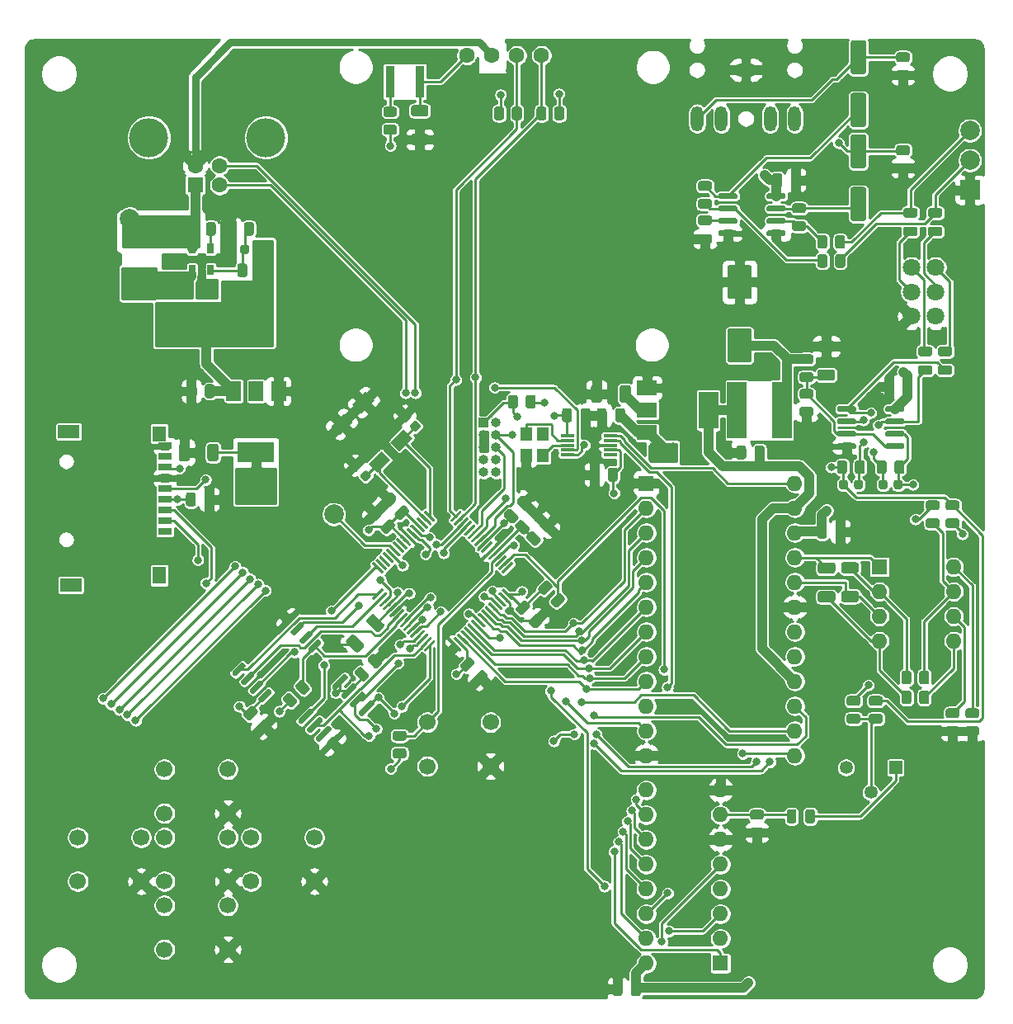
<source format=gbr>
G04 #@! TF.GenerationSoftware,KiCad,Pcbnew,(5.1.8)-1*
G04 #@! TF.CreationDate,2021-01-17T23:38:35-08:00*
G04 #@! TF.ProjectId,MegaBlaster2,4d656761-426c-4617-9374-6572322e6b69,rev?*
G04 #@! TF.SameCoordinates,Original*
G04 #@! TF.FileFunction,Copper,L1,Top*
G04 #@! TF.FilePolarity,Positive*
%FSLAX46Y46*%
G04 Gerber Fmt 4.6, Leading zero omitted, Abs format (unit mm)*
G04 Created by KiCad (PCBNEW (5.1.8)-1) date 2021-01-17 23:38:35*
%MOMM*%
%LPD*%
G01*
G04 APERTURE LIST*
G04 #@! TA.AperFunction,ComponentPad*
%ADD10C,1.600000*%
G04 #@! TD*
G04 #@! TA.AperFunction,ComponentPad*
%ADD11R,1.346200X1.346200*%
G04 #@! TD*
G04 #@! TA.AperFunction,ComponentPad*
%ADD12C,1.346200*%
G04 #@! TD*
G04 #@! TA.AperFunction,ComponentPad*
%ADD13R,1.600000X1.600000*%
G04 #@! TD*
G04 #@! TA.AperFunction,ComponentPad*
%ADD14C,4.000000*%
G04 #@! TD*
G04 #@! TA.AperFunction,SMDPad,CuDef*
%ADD15R,2.000000X2.000000*%
G04 #@! TD*
G04 #@! TA.AperFunction,SMDPad,CuDef*
%ADD16R,2.200000X1.400000*%
G04 #@! TD*
G04 #@! TA.AperFunction,SMDPad,CuDef*
%ADD17R,1.400000X1.800000*%
G04 #@! TD*
G04 #@! TA.AperFunction,SMDPad,CuDef*
%ADD18R,1.400000X1.600000*%
G04 #@! TD*
G04 #@! TA.AperFunction,SMDPad,CuDef*
%ADD19R,1.400000X0.700000*%
G04 #@! TD*
G04 #@! TA.AperFunction,SMDPad,CuDef*
%ADD20R,1.800000X2.500000*%
G04 #@! TD*
G04 #@! TA.AperFunction,ComponentPad*
%ADD21R,1.000000X1.000000*%
G04 #@! TD*
G04 #@! TA.AperFunction,ComponentPad*
%ADD22O,1.000000X1.000000*%
G04 #@! TD*
G04 #@! TA.AperFunction,ComponentPad*
%ADD23O,1.300000X2.600000*%
G04 #@! TD*
G04 #@! TA.AperFunction,ComponentPad*
%ADD24O,2.600000X1.300000*%
G04 #@! TD*
G04 #@! TA.AperFunction,SMDPad,CuDef*
%ADD25R,3.300000X0.950000*%
G04 #@! TD*
G04 #@! TA.AperFunction,SMDPad,CuDef*
%ADD26R,0.950000X3.300000*%
G04 #@! TD*
G04 #@! TA.AperFunction,SMDPad,CuDef*
%ADD27R,2.000000X5.800000*%
G04 #@! TD*
G04 #@! TA.AperFunction,ComponentPad*
%ADD28C,1.800000*%
G04 #@! TD*
G04 #@! TA.AperFunction,ComponentPad*
%ADD29C,1.700000*%
G04 #@! TD*
G04 #@! TA.AperFunction,ComponentPad*
%ADD30O,1.600000X1.600000*%
G04 #@! TD*
G04 #@! TA.AperFunction,SMDPad,CuDef*
%ADD31C,2.000000*%
G04 #@! TD*
G04 #@! TA.AperFunction,SMDPad,CuDef*
%ADD32R,0.650000X1.060000*%
G04 #@! TD*
G04 #@! TA.AperFunction,SMDPad,CuDef*
%ADD33R,3.800000X2.000000*%
G04 #@! TD*
G04 #@! TA.AperFunction,SMDPad,CuDef*
%ADD34R,1.500000X2.000000*%
G04 #@! TD*
G04 #@! TA.AperFunction,SMDPad,CuDef*
%ADD35R,2.000000X1.500000*%
G04 #@! TD*
G04 #@! TA.AperFunction,SMDPad,CuDef*
%ADD36R,2.000000X3.800000*%
G04 #@! TD*
G04 #@! TA.AperFunction,SMDPad,CuDef*
%ADD37R,1.400000X0.300000*%
G04 #@! TD*
G04 #@! TA.AperFunction,SMDPad,CuDef*
%ADD38C,0.100000*%
G04 #@! TD*
G04 #@! TA.AperFunction,SMDPad,CuDef*
%ADD39R,1.200000X1.400000*%
G04 #@! TD*
G04 #@! TA.AperFunction,ViaPad*
%ADD40C,0.800000*%
G04 #@! TD*
G04 #@! TA.AperFunction,ViaPad*
%ADD41C,1.000000*%
G04 #@! TD*
G04 #@! TA.AperFunction,Conductor*
%ADD42C,0.250000*%
G04 #@! TD*
G04 #@! TA.AperFunction,Conductor*
%ADD43C,0.750000*%
G04 #@! TD*
G04 #@! TA.AperFunction,Conductor*
%ADD44C,0.800000*%
G04 #@! TD*
G04 #@! TA.AperFunction,Conductor*
%ADD45C,1.000000*%
G04 #@! TD*
G04 #@! TA.AperFunction,Conductor*
%ADD46C,0.254000*%
G04 #@! TD*
G04 #@! TA.AperFunction,Conductor*
%ADD47C,0.100000*%
G04 #@! TD*
G04 APERTURE END LIST*
D10*
X129460000Y-43845000D03*
X132050000Y-43845000D03*
X134590000Y-43845000D03*
X137130000Y-43845000D03*
G04 #@! TA.AperFunction,SMDPad,CuDef*
G36*
G01*
X138140644Y-99724543D02*
X138777043Y-99088144D01*
G75*
G02*
X139130593Y-99088144I176775J-176775D01*
G01*
X139501826Y-99459377D01*
G75*
G02*
X139501826Y-99812927I-176775J-176775D01*
G01*
X138865427Y-100449326D01*
G75*
G02*
X138511877Y-100449326I-176775J176775D01*
G01*
X138140644Y-100078093D01*
G75*
G02*
X138140644Y-99724543I176775J176775D01*
G01*
G37*
G04 #@! TD.AperFunction*
G04 #@! TA.AperFunction,SMDPad,CuDef*
G36*
G01*
X136850174Y-98434073D02*
X137486573Y-97797674D01*
G75*
G02*
X137840123Y-97797674I176775J-176775D01*
G01*
X138211356Y-98168907D01*
G75*
G02*
X138211356Y-98522457I-176775J-176775D01*
G01*
X137574957Y-99158856D01*
G75*
G02*
X137221407Y-99158856I-176775J176775D01*
G01*
X136850174Y-98787623D01*
G75*
G02*
X136850174Y-98434073I176775J176775D01*
G01*
G37*
G04 #@! TD.AperFunction*
D11*
X173482000Y-116916200D03*
D12*
X170942000Y-119456200D03*
X168402000Y-116916200D03*
G04 #@! TA.AperFunction,SMDPad,CuDef*
G36*
G01*
X125073134Y-90665899D02*
X125179200Y-90559833D01*
G75*
G02*
X125285266Y-90559833I53033J-53033D01*
G01*
X126222182Y-91496749D01*
G75*
G02*
X126222182Y-91602815I-53033J-53033D01*
G01*
X126116116Y-91708881D01*
G75*
G02*
X126010050Y-91708881I-53033J53033D01*
G01*
X125073134Y-90771965D01*
G75*
G02*
X125073134Y-90665899I53033J53033D01*
G01*
G37*
G04 #@! TD.AperFunction*
G04 #@! TA.AperFunction,SMDPad,CuDef*
G36*
G01*
X124719581Y-91019453D02*
X124825647Y-90913387D01*
G75*
G02*
X124931713Y-90913387I53033J-53033D01*
G01*
X125868629Y-91850303D01*
G75*
G02*
X125868629Y-91956369I-53033J-53033D01*
G01*
X125762563Y-92062435D01*
G75*
G02*
X125656497Y-92062435I-53033J53033D01*
G01*
X124719581Y-91125519D01*
G75*
G02*
X124719581Y-91019453I53033J53033D01*
G01*
G37*
G04 #@! TD.AperFunction*
G04 #@! TA.AperFunction,SMDPad,CuDef*
G36*
G01*
X124366027Y-91373006D02*
X124472093Y-91266940D01*
G75*
G02*
X124578159Y-91266940I53033J-53033D01*
G01*
X125515075Y-92203856D01*
G75*
G02*
X125515075Y-92309922I-53033J-53033D01*
G01*
X125409009Y-92415988D01*
G75*
G02*
X125302943Y-92415988I-53033J53033D01*
G01*
X124366027Y-91479072D01*
G75*
G02*
X124366027Y-91373006I53033J53033D01*
G01*
G37*
G04 #@! TD.AperFunction*
G04 #@! TA.AperFunction,SMDPad,CuDef*
G36*
G01*
X124012474Y-91726560D02*
X124118540Y-91620494D01*
G75*
G02*
X124224606Y-91620494I53033J-53033D01*
G01*
X125161522Y-92557410D01*
G75*
G02*
X125161522Y-92663476I-53033J-53033D01*
G01*
X125055456Y-92769542D01*
G75*
G02*
X124949390Y-92769542I-53033J53033D01*
G01*
X124012474Y-91832626D01*
G75*
G02*
X124012474Y-91726560I53033J53033D01*
G01*
G37*
G04 #@! TD.AperFunction*
G04 #@! TA.AperFunction,SMDPad,CuDef*
G36*
G01*
X123658921Y-92080113D02*
X123764987Y-91974047D01*
G75*
G02*
X123871053Y-91974047I53033J-53033D01*
G01*
X124807969Y-92910963D01*
G75*
G02*
X124807969Y-93017029I-53033J-53033D01*
G01*
X124701903Y-93123095D01*
G75*
G02*
X124595837Y-93123095I-53033J53033D01*
G01*
X123658921Y-92186179D01*
G75*
G02*
X123658921Y-92080113I53033J53033D01*
G01*
G37*
G04 #@! TD.AperFunction*
G04 #@! TA.AperFunction,SMDPad,CuDef*
G36*
G01*
X123305367Y-92433666D02*
X123411433Y-92327600D01*
G75*
G02*
X123517499Y-92327600I53033J-53033D01*
G01*
X124454415Y-93264516D01*
G75*
G02*
X124454415Y-93370582I-53033J-53033D01*
G01*
X124348349Y-93476648D01*
G75*
G02*
X124242283Y-93476648I-53033J53033D01*
G01*
X123305367Y-92539732D01*
G75*
G02*
X123305367Y-92433666I53033J53033D01*
G01*
G37*
G04 #@! TD.AperFunction*
G04 #@! TA.AperFunction,SMDPad,CuDef*
G36*
G01*
X122951814Y-92787220D02*
X123057880Y-92681154D01*
G75*
G02*
X123163946Y-92681154I53033J-53033D01*
G01*
X124100862Y-93618070D01*
G75*
G02*
X124100862Y-93724136I-53033J-53033D01*
G01*
X123994796Y-93830202D01*
G75*
G02*
X123888730Y-93830202I-53033J53033D01*
G01*
X122951814Y-92893286D01*
G75*
G02*
X122951814Y-92787220I53033J53033D01*
G01*
G37*
G04 #@! TD.AperFunction*
G04 #@! TA.AperFunction,SMDPad,CuDef*
G36*
G01*
X122598261Y-93140773D02*
X122704327Y-93034707D01*
G75*
G02*
X122810393Y-93034707I53033J-53033D01*
G01*
X123747309Y-93971623D01*
G75*
G02*
X123747309Y-94077689I-53033J-53033D01*
G01*
X123641243Y-94183755D01*
G75*
G02*
X123535177Y-94183755I-53033J53033D01*
G01*
X122598261Y-93246839D01*
G75*
G02*
X122598261Y-93140773I53033J53033D01*
G01*
G37*
G04 #@! TD.AperFunction*
G04 #@! TA.AperFunction,SMDPad,CuDef*
G36*
G01*
X122244707Y-93494327D02*
X122350773Y-93388261D01*
G75*
G02*
X122456839Y-93388261I53033J-53033D01*
G01*
X123393755Y-94325177D01*
G75*
G02*
X123393755Y-94431243I-53033J-53033D01*
G01*
X123287689Y-94537309D01*
G75*
G02*
X123181623Y-94537309I-53033J53033D01*
G01*
X122244707Y-93600393D01*
G75*
G02*
X122244707Y-93494327I53033J53033D01*
G01*
G37*
G04 #@! TD.AperFunction*
G04 #@! TA.AperFunction,SMDPad,CuDef*
G36*
G01*
X121891154Y-93847880D02*
X121997220Y-93741814D01*
G75*
G02*
X122103286Y-93741814I53033J-53033D01*
G01*
X123040202Y-94678730D01*
G75*
G02*
X123040202Y-94784796I-53033J-53033D01*
G01*
X122934136Y-94890862D01*
G75*
G02*
X122828070Y-94890862I-53033J53033D01*
G01*
X121891154Y-93953946D01*
G75*
G02*
X121891154Y-93847880I53033J53033D01*
G01*
G37*
G04 #@! TD.AperFunction*
G04 #@! TA.AperFunction,SMDPad,CuDef*
G36*
G01*
X121537600Y-94201433D02*
X121643666Y-94095367D01*
G75*
G02*
X121749732Y-94095367I53033J-53033D01*
G01*
X122686648Y-95032283D01*
G75*
G02*
X122686648Y-95138349I-53033J-53033D01*
G01*
X122580582Y-95244415D01*
G75*
G02*
X122474516Y-95244415I-53033J53033D01*
G01*
X121537600Y-94307499D01*
G75*
G02*
X121537600Y-94201433I53033J53033D01*
G01*
G37*
G04 #@! TD.AperFunction*
G04 #@! TA.AperFunction,SMDPad,CuDef*
G36*
G01*
X121184047Y-94554987D02*
X121290113Y-94448921D01*
G75*
G02*
X121396179Y-94448921I53033J-53033D01*
G01*
X122333095Y-95385837D01*
G75*
G02*
X122333095Y-95491903I-53033J-53033D01*
G01*
X122227029Y-95597969D01*
G75*
G02*
X122120963Y-95597969I-53033J53033D01*
G01*
X121184047Y-94661053D01*
G75*
G02*
X121184047Y-94554987I53033J53033D01*
G01*
G37*
G04 #@! TD.AperFunction*
G04 #@! TA.AperFunction,SMDPad,CuDef*
G36*
G01*
X120830494Y-94908540D02*
X120936560Y-94802474D01*
G75*
G02*
X121042626Y-94802474I53033J-53033D01*
G01*
X121979542Y-95739390D01*
G75*
G02*
X121979542Y-95845456I-53033J-53033D01*
G01*
X121873476Y-95951522D01*
G75*
G02*
X121767410Y-95951522I-53033J53033D01*
G01*
X120830494Y-95014606D01*
G75*
G02*
X120830494Y-94908540I53033J53033D01*
G01*
G37*
G04 #@! TD.AperFunction*
G04 #@! TA.AperFunction,SMDPad,CuDef*
G36*
G01*
X120476940Y-95262093D02*
X120583006Y-95156027D01*
G75*
G02*
X120689072Y-95156027I53033J-53033D01*
G01*
X121625988Y-96092943D01*
G75*
G02*
X121625988Y-96199009I-53033J-53033D01*
G01*
X121519922Y-96305075D01*
G75*
G02*
X121413856Y-96305075I-53033J53033D01*
G01*
X120476940Y-95368159D01*
G75*
G02*
X120476940Y-95262093I53033J53033D01*
G01*
G37*
G04 #@! TD.AperFunction*
G04 #@! TA.AperFunction,SMDPad,CuDef*
G36*
G01*
X120123387Y-95615647D02*
X120229453Y-95509581D01*
G75*
G02*
X120335519Y-95509581I53033J-53033D01*
G01*
X121272435Y-96446497D01*
G75*
G02*
X121272435Y-96552563I-53033J-53033D01*
G01*
X121166369Y-96658629D01*
G75*
G02*
X121060303Y-96658629I-53033J53033D01*
G01*
X120123387Y-95721713D01*
G75*
G02*
X120123387Y-95615647I53033J53033D01*
G01*
G37*
G04 #@! TD.AperFunction*
G04 #@! TA.AperFunction,SMDPad,CuDef*
G36*
G01*
X119769833Y-95969200D02*
X119875899Y-95863134D01*
G75*
G02*
X119981965Y-95863134I53033J-53033D01*
G01*
X120918881Y-96800050D01*
G75*
G02*
X120918881Y-96906116I-53033J-53033D01*
G01*
X120812815Y-97012182D01*
G75*
G02*
X120706749Y-97012182I-53033J53033D01*
G01*
X119769833Y-96075266D01*
G75*
G02*
X119769833Y-95969200I53033J53033D01*
G01*
G37*
G04 #@! TD.AperFunction*
G04 #@! TA.AperFunction,SMDPad,CuDef*
G36*
G01*
X119769833Y-99504734D02*
X120706749Y-98567818D01*
G75*
G02*
X120812815Y-98567818I53033J-53033D01*
G01*
X120918881Y-98673884D01*
G75*
G02*
X120918881Y-98779950I-53033J-53033D01*
G01*
X119981965Y-99716866D01*
G75*
G02*
X119875899Y-99716866I-53033J53033D01*
G01*
X119769833Y-99610800D01*
G75*
G02*
X119769833Y-99504734I53033J53033D01*
G01*
G37*
G04 #@! TD.AperFunction*
G04 #@! TA.AperFunction,SMDPad,CuDef*
G36*
G01*
X120123387Y-99858287D02*
X121060303Y-98921371D01*
G75*
G02*
X121166369Y-98921371I53033J-53033D01*
G01*
X121272435Y-99027437D01*
G75*
G02*
X121272435Y-99133503I-53033J-53033D01*
G01*
X120335519Y-100070419D01*
G75*
G02*
X120229453Y-100070419I-53033J53033D01*
G01*
X120123387Y-99964353D01*
G75*
G02*
X120123387Y-99858287I53033J53033D01*
G01*
G37*
G04 #@! TD.AperFunction*
G04 #@! TA.AperFunction,SMDPad,CuDef*
G36*
G01*
X120476940Y-100211841D02*
X121413856Y-99274925D01*
G75*
G02*
X121519922Y-99274925I53033J-53033D01*
G01*
X121625988Y-99380991D01*
G75*
G02*
X121625988Y-99487057I-53033J-53033D01*
G01*
X120689072Y-100423973D01*
G75*
G02*
X120583006Y-100423973I-53033J53033D01*
G01*
X120476940Y-100317907D01*
G75*
G02*
X120476940Y-100211841I53033J53033D01*
G01*
G37*
G04 #@! TD.AperFunction*
G04 #@! TA.AperFunction,SMDPad,CuDef*
G36*
G01*
X120830494Y-100565394D02*
X121767410Y-99628478D01*
G75*
G02*
X121873476Y-99628478I53033J-53033D01*
G01*
X121979542Y-99734544D01*
G75*
G02*
X121979542Y-99840610I-53033J-53033D01*
G01*
X121042626Y-100777526D01*
G75*
G02*
X120936560Y-100777526I-53033J53033D01*
G01*
X120830494Y-100671460D01*
G75*
G02*
X120830494Y-100565394I53033J53033D01*
G01*
G37*
G04 #@! TD.AperFunction*
G04 #@! TA.AperFunction,SMDPad,CuDef*
G36*
G01*
X121184047Y-100918947D02*
X122120963Y-99982031D01*
G75*
G02*
X122227029Y-99982031I53033J-53033D01*
G01*
X122333095Y-100088097D01*
G75*
G02*
X122333095Y-100194163I-53033J-53033D01*
G01*
X121396179Y-101131079D01*
G75*
G02*
X121290113Y-101131079I-53033J53033D01*
G01*
X121184047Y-101025013D01*
G75*
G02*
X121184047Y-100918947I53033J53033D01*
G01*
G37*
G04 #@! TD.AperFunction*
G04 #@! TA.AperFunction,SMDPad,CuDef*
G36*
G01*
X121537600Y-101272501D02*
X122474516Y-100335585D01*
G75*
G02*
X122580582Y-100335585I53033J-53033D01*
G01*
X122686648Y-100441651D01*
G75*
G02*
X122686648Y-100547717I-53033J-53033D01*
G01*
X121749732Y-101484633D01*
G75*
G02*
X121643666Y-101484633I-53033J53033D01*
G01*
X121537600Y-101378567D01*
G75*
G02*
X121537600Y-101272501I53033J53033D01*
G01*
G37*
G04 #@! TD.AperFunction*
G04 #@! TA.AperFunction,SMDPad,CuDef*
G36*
G01*
X121891154Y-101626054D02*
X122828070Y-100689138D01*
G75*
G02*
X122934136Y-100689138I53033J-53033D01*
G01*
X123040202Y-100795204D01*
G75*
G02*
X123040202Y-100901270I-53033J-53033D01*
G01*
X122103286Y-101838186D01*
G75*
G02*
X121997220Y-101838186I-53033J53033D01*
G01*
X121891154Y-101732120D01*
G75*
G02*
X121891154Y-101626054I53033J53033D01*
G01*
G37*
G04 #@! TD.AperFunction*
G04 #@! TA.AperFunction,SMDPad,CuDef*
G36*
G01*
X122244707Y-101979607D02*
X123181623Y-101042691D01*
G75*
G02*
X123287689Y-101042691I53033J-53033D01*
G01*
X123393755Y-101148757D01*
G75*
G02*
X123393755Y-101254823I-53033J-53033D01*
G01*
X122456839Y-102191739D01*
G75*
G02*
X122350773Y-102191739I-53033J53033D01*
G01*
X122244707Y-102085673D01*
G75*
G02*
X122244707Y-101979607I53033J53033D01*
G01*
G37*
G04 #@! TD.AperFunction*
G04 #@! TA.AperFunction,SMDPad,CuDef*
G36*
G01*
X122598261Y-102333161D02*
X123535177Y-101396245D01*
G75*
G02*
X123641243Y-101396245I53033J-53033D01*
G01*
X123747309Y-101502311D01*
G75*
G02*
X123747309Y-101608377I-53033J-53033D01*
G01*
X122810393Y-102545293D01*
G75*
G02*
X122704327Y-102545293I-53033J53033D01*
G01*
X122598261Y-102439227D01*
G75*
G02*
X122598261Y-102333161I53033J53033D01*
G01*
G37*
G04 #@! TD.AperFunction*
G04 #@! TA.AperFunction,SMDPad,CuDef*
G36*
G01*
X122951814Y-102686714D02*
X123888730Y-101749798D01*
G75*
G02*
X123994796Y-101749798I53033J-53033D01*
G01*
X124100862Y-101855864D01*
G75*
G02*
X124100862Y-101961930I-53033J-53033D01*
G01*
X123163946Y-102898846D01*
G75*
G02*
X123057880Y-102898846I-53033J53033D01*
G01*
X122951814Y-102792780D01*
G75*
G02*
X122951814Y-102686714I53033J53033D01*
G01*
G37*
G04 #@! TD.AperFunction*
G04 #@! TA.AperFunction,SMDPad,CuDef*
G36*
G01*
X123305367Y-103040268D02*
X124242283Y-102103352D01*
G75*
G02*
X124348349Y-102103352I53033J-53033D01*
G01*
X124454415Y-102209418D01*
G75*
G02*
X124454415Y-102315484I-53033J-53033D01*
G01*
X123517499Y-103252400D01*
G75*
G02*
X123411433Y-103252400I-53033J53033D01*
G01*
X123305367Y-103146334D01*
G75*
G02*
X123305367Y-103040268I53033J53033D01*
G01*
G37*
G04 #@! TD.AperFunction*
G04 #@! TA.AperFunction,SMDPad,CuDef*
G36*
G01*
X123658921Y-103393821D02*
X124595837Y-102456905D01*
G75*
G02*
X124701903Y-102456905I53033J-53033D01*
G01*
X124807969Y-102562971D01*
G75*
G02*
X124807969Y-102669037I-53033J-53033D01*
G01*
X123871053Y-103605953D01*
G75*
G02*
X123764987Y-103605953I-53033J53033D01*
G01*
X123658921Y-103499887D01*
G75*
G02*
X123658921Y-103393821I53033J53033D01*
G01*
G37*
G04 #@! TD.AperFunction*
G04 #@! TA.AperFunction,SMDPad,CuDef*
G36*
G01*
X124012474Y-103747374D02*
X124949390Y-102810458D01*
G75*
G02*
X125055456Y-102810458I53033J-53033D01*
G01*
X125161522Y-102916524D01*
G75*
G02*
X125161522Y-103022590I-53033J-53033D01*
G01*
X124224606Y-103959506D01*
G75*
G02*
X124118540Y-103959506I-53033J53033D01*
G01*
X124012474Y-103853440D01*
G75*
G02*
X124012474Y-103747374I53033J53033D01*
G01*
G37*
G04 #@! TD.AperFunction*
G04 #@! TA.AperFunction,SMDPad,CuDef*
G36*
G01*
X124366027Y-104100928D02*
X125302943Y-103164012D01*
G75*
G02*
X125409009Y-103164012I53033J-53033D01*
G01*
X125515075Y-103270078D01*
G75*
G02*
X125515075Y-103376144I-53033J-53033D01*
G01*
X124578159Y-104313060D01*
G75*
G02*
X124472093Y-104313060I-53033J53033D01*
G01*
X124366027Y-104206994D01*
G75*
G02*
X124366027Y-104100928I53033J53033D01*
G01*
G37*
G04 #@! TD.AperFunction*
G04 #@! TA.AperFunction,SMDPad,CuDef*
G36*
G01*
X124719581Y-104454481D02*
X125656497Y-103517565D01*
G75*
G02*
X125762563Y-103517565I53033J-53033D01*
G01*
X125868629Y-103623631D01*
G75*
G02*
X125868629Y-103729697I-53033J-53033D01*
G01*
X124931713Y-104666613D01*
G75*
G02*
X124825647Y-104666613I-53033J53033D01*
G01*
X124719581Y-104560547D01*
G75*
G02*
X124719581Y-104454481I53033J53033D01*
G01*
G37*
G04 #@! TD.AperFunction*
G04 #@! TA.AperFunction,SMDPad,CuDef*
G36*
G01*
X125073134Y-104808035D02*
X126010050Y-103871119D01*
G75*
G02*
X126116116Y-103871119I53033J-53033D01*
G01*
X126222182Y-103977185D01*
G75*
G02*
X126222182Y-104083251I-53033J-53033D01*
G01*
X125285266Y-105020167D01*
G75*
G02*
X125179200Y-105020167I-53033J53033D01*
G01*
X125073134Y-104914101D01*
G75*
G02*
X125073134Y-104808035I53033J53033D01*
G01*
G37*
G04 #@! TD.AperFunction*
G04 #@! TA.AperFunction,SMDPad,CuDef*
G36*
G01*
X127777818Y-103977185D02*
X127883884Y-103871119D01*
G75*
G02*
X127989950Y-103871119I53033J-53033D01*
G01*
X128926866Y-104808035D01*
G75*
G02*
X128926866Y-104914101I-53033J-53033D01*
G01*
X128820800Y-105020167D01*
G75*
G02*
X128714734Y-105020167I-53033J53033D01*
G01*
X127777818Y-104083251D01*
G75*
G02*
X127777818Y-103977185I53033J53033D01*
G01*
G37*
G04 #@! TD.AperFunction*
G04 #@! TA.AperFunction,SMDPad,CuDef*
G36*
G01*
X128131371Y-103623631D02*
X128237437Y-103517565D01*
G75*
G02*
X128343503Y-103517565I53033J-53033D01*
G01*
X129280419Y-104454481D01*
G75*
G02*
X129280419Y-104560547I-53033J-53033D01*
G01*
X129174353Y-104666613D01*
G75*
G02*
X129068287Y-104666613I-53033J53033D01*
G01*
X128131371Y-103729697D01*
G75*
G02*
X128131371Y-103623631I53033J53033D01*
G01*
G37*
G04 #@! TD.AperFunction*
G04 #@! TA.AperFunction,SMDPad,CuDef*
G36*
G01*
X128484925Y-103270078D02*
X128590991Y-103164012D01*
G75*
G02*
X128697057Y-103164012I53033J-53033D01*
G01*
X129633973Y-104100928D01*
G75*
G02*
X129633973Y-104206994I-53033J-53033D01*
G01*
X129527907Y-104313060D01*
G75*
G02*
X129421841Y-104313060I-53033J53033D01*
G01*
X128484925Y-103376144D01*
G75*
G02*
X128484925Y-103270078I53033J53033D01*
G01*
G37*
G04 #@! TD.AperFunction*
G04 #@! TA.AperFunction,SMDPad,CuDef*
G36*
G01*
X128838478Y-102916524D02*
X128944544Y-102810458D01*
G75*
G02*
X129050610Y-102810458I53033J-53033D01*
G01*
X129987526Y-103747374D01*
G75*
G02*
X129987526Y-103853440I-53033J-53033D01*
G01*
X129881460Y-103959506D01*
G75*
G02*
X129775394Y-103959506I-53033J53033D01*
G01*
X128838478Y-103022590D01*
G75*
G02*
X128838478Y-102916524I53033J53033D01*
G01*
G37*
G04 #@! TD.AperFunction*
G04 #@! TA.AperFunction,SMDPad,CuDef*
G36*
G01*
X129192031Y-102562971D02*
X129298097Y-102456905D01*
G75*
G02*
X129404163Y-102456905I53033J-53033D01*
G01*
X130341079Y-103393821D01*
G75*
G02*
X130341079Y-103499887I-53033J-53033D01*
G01*
X130235013Y-103605953D01*
G75*
G02*
X130128947Y-103605953I-53033J53033D01*
G01*
X129192031Y-102669037D01*
G75*
G02*
X129192031Y-102562971I53033J53033D01*
G01*
G37*
G04 #@! TD.AperFunction*
G04 #@! TA.AperFunction,SMDPad,CuDef*
G36*
G01*
X129545585Y-102209418D02*
X129651651Y-102103352D01*
G75*
G02*
X129757717Y-102103352I53033J-53033D01*
G01*
X130694633Y-103040268D01*
G75*
G02*
X130694633Y-103146334I-53033J-53033D01*
G01*
X130588567Y-103252400D01*
G75*
G02*
X130482501Y-103252400I-53033J53033D01*
G01*
X129545585Y-102315484D01*
G75*
G02*
X129545585Y-102209418I53033J53033D01*
G01*
G37*
G04 #@! TD.AperFunction*
G04 #@! TA.AperFunction,SMDPad,CuDef*
G36*
G01*
X129899138Y-101855864D02*
X130005204Y-101749798D01*
G75*
G02*
X130111270Y-101749798I53033J-53033D01*
G01*
X131048186Y-102686714D01*
G75*
G02*
X131048186Y-102792780I-53033J-53033D01*
G01*
X130942120Y-102898846D01*
G75*
G02*
X130836054Y-102898846I-53033J53033D01*
G01*
X129899138Y-101961930D01*
G75*
G02*
X129899138Y-101855864I53033J53033D01*
G01*
G37*
G04 #@! TD.AperFunction*
G04 #@! TA.AperFunction,SMDPad,CuDef*
G36*
G01*
X130252691Y-101502311D02*
X130358757Y-101396245D01*
G75*
G02*
X130464823Y-101396245I53033J-53033D01*
G01*
X131401739Y-102333161D01*
G75*
G02*
X131401739Y-102439227I-53033J-53033D01*
G01*
X131295673Y-102545293D01*
G75*
G02*
X131189607Y-102545293I-53033J53033D01*
G01*
X130252691Y-101608377D01*
G75*
G02*
X130252691Y-101502311I53033J53033D01*
G01*
G37*
G04 #@! TD.AperFunction*
G04 #@! TA.AperFunction,SMDPad,CuDef*
G36*
G01*
X130606245Y-101148757D02*
X130712311Y-101042691D01*
G75*
G02*
X130818377Y-101042691I53033J-53033D01*
G01*
X131755293Y-101979607D01*
G75*
G02*
X131755293Y-102085673I-53033J-53033D01*
G01*
X131649227Y-102191739D01*
G75*
G02*
X131543161Y-102191739I-53033J53033D01*
G01*
X130606245Y-101254823D01*
G75*
G02*
X130606245Y-101148757I53033J53033D01*
G01*
G37*
G04 #@! TD.AperFunction*
G04 #@! TA.AperFunction,SMDPad,CuDef*
G36*
G01*
X130959798Y-100795204D02*
X131065864Y-100689138D01*
G75*
G02*
X131171930Y-100689138I53033J-53033D01*
G01*
X132108846Y-101626054D01*
G75*
G02*
X132108846Y-101732120I-53033J-53033D01*
G01*
X132002780Y-101838186D01*
G75*
G02*
X131896714Y-101838186I-53033J53033D01*
G01*
X130959798Y-100901270D01*
G75*
G02*
X130959798Y-100795204I53033J53033D01*
G01*
G37*
G04 #@! TD.AperFunction*
G04 #@! TA.AperFunction,SMDPad,CuDef*
G36*
G01*
X131313352Y-100441651D02*
X131419418Y-100335585D01*
G75*
G02*
X131525484Y-100335585I53033J-53033D01*
G01*
X132462400Y-101272501D01*
G75*
G02*
X132462400Y-101378567I-53033J-53033D01*
G01*
X132356334Y-101484633D01*
G75*
G02*
X132250268Y-101484633I-53033J53033D01*
G01*
X131313352Y-100547717D01*
G75*
G02*
X131313352Y-100441651I53033J53033D01*
G01*
G37*
G04 #@! TD.AperFunction*
G04 #@! TA.AperFunction,SMDPad,CuDef*
G36*
G01*
X131666905Y-100088097D02*
X131772971Y-99982031D01*
G75*
G02*
X131879037Y-99982031I53033J-53033D01*
G01*
X132815953Y-100918947D01*
G75*
G02*
X132815953Y-101025013I-53033J-53033D01*
G01*
X132709887Y-101131079D01*
G75*
G02*
X132603821Y-101131079I-53033J53033D01*
G01*
X131666905Y-100194163D01*
G75*
G02*
X131666905Y-100088097I53033J53033D01*
G01*
G37*
G04 #@! TD.AperFunction*
G04 #@! TA.AperFunction,SMDPad,CuDef*
G36*
G01*
X132020458Y-99734544D02*
X132126524Y-99628478D01*
G75*
G02*
X132232590Y-99628478I53033J-53033D01*
G01*
X133169506Y-100565394D01*
G75*
G02*
X133169506Y-100671460I-53033J-53033D01*
G01*
X133063440Y-100777526D01*
G75*
G02*
X132957374Y-100777526I-53033J53033D01*
G01*
X132020458Y-99840610D01*
G75*
G02*
X132020458Y-99734544I53033J53033D01*
G01*
G37*
G04 #@! TD.AperFunction*
G04 #@! TA.AperFunction,SMDPad,CuDef*
G36*
G01*
X132374012Y-99380991D02*
X132480078Y-99274925D01*
G75*
G02*
X132586144Y-99274925I53033J-53033D01*
G01*
X133523060Y-100211841D01*
G75*
G02*
X133523060Y-100317907I-53033J-53033D01*
G01*
X133416994Y-100423973D01*
G75*
G02*
X133310928Y-100423973I-53033J53033D01*
G01*
X132374012Y-99487057D01*
G75*
G02*
X132374012Y-99380991I53033J53033D01*
G01*
G37*
G04 #@! TD.AperFunction*
G04 #@! TA.AperFunction,SMDPad,CuDef*
G36*
G01*
X132727565Y-99027437D02*
X132833631Y-98921371D01*
G75*
G02*
X132939697Y-98921371I53033J-53033D01*
G01*
X133876613Y-99858287D01*
G75*
G02*
X133876613Y-99964353I-53033J-53033D01*
G01*
X133770547Y-100070419D01*
G75*
G02*
X133664481Y-100070419I-53033J53033D01*
G01*
X132727565Y-99133503D01*
G75*
G02*
X132727565Y-99027437I53033J53033D01*
G01*
G37*
G04 #@! TD.AperFunction*
G04 #@! TA.AperFunction,SMDPad,CuDef*
G36*
G01*
X133081119Y-98673884D02*
X133187185Y-98567818D01*
G75*
G02*
X133293251Y-98567818I53033J-53033D01*
G01*
X134230167Y-99504734D01*
G75*
G02*
X134230167Y-99610800I-53033J-53033D01*
G01*
X134124101Y-99716866D01*
G75*
G02*
X134018035Y-99716866I-53033J53033D01*
G01*
X133081119Y-98779950D01*
G75*
G02*
X133081119Y-98673884I53033J53033D01*
G01*
G37*
G04 #@! TD.AperFunction*
G04 #@! TA.AperFunction,SMDPad,CuDef*
G36*
G01*
X133081119Y-96800050D02*
X134018035Y-95863134D01*
G75*
G02*
X134124101Y-95863134I53033J-53033D01*
G01*
X134230167Y-95969200D01*
G75*
G02*
X134230167Y-96075266I-53033J-53033D01*
G01*
X133293251Y-97012182D01*
G75*
G02*
X133187185Y-97012182I-53033J53033D01*
G01*
X133081119Y-96906116D01*
G75*
G02*
X133081119Y-96800050I53033J53033D01*
G01*
G37*
G04 #@! TD.AperFunction*
G04 #@! TA.AperFunction,SMDPad,CuDef*
G36*
G01*
X132727565Y-96446497D02*
X133664481Y-95509581D01*
G75*
G02*
X133770547Y-95509581I53033J-53033D01*
G01*
X133876613Y-95615647D01*
G75*
G02*
X133876613Y-95721713I-53033J-53033D01*
G01*
X132939697Y-96658629D01*
G75*
G02*
X132833631Y-96658629I-53033J53033D01*
G01*
X132727565Y-96552563D01*
G75*
G02*
X132727565Y-96446497I53033J53033D01*
G01*
G37*
G04 #@! TD.AperFunction*
G04 #@! TA.AperFunction,SMDPad,CuDef*
G36*
G01*
X132374012Y-96092943D02*
X133310928Y-95156027D01*
G75*
G02*
X133416994Y-95156027I53033J-53033D01*
G01*
X133523060Y-95262093D01*
G75*
G02*
X133523060Y-95368159I-53033J-53033D01*
G01*
X132586144Y-96305075D01*
G75*
G02*
X132480078Y-96305075I-53033J53033D01*
G01*
X132374012Y-96199009D01*
G75*
G02*
X132374012Y-96092943I53033J53033D01*
G01*
G37*
G04 #@! TD.AperFunction*
G04 #@! TA.AperFunction,SMDPad,CuDef*
G36*
G01*
X132020458Y-95739390D02*
X132957374Y-94802474D01*
G75*
G02*
X133063440Y-94802474I53033J-53033D01*
G01*
X133169506Y-94908540D01*
G75*
G02*
X133169506Y-95014606I-53033J-53033D01*
G01*
X132232590Y-95951522D01*
G75*
G02*
X132126524Y-95951522I-53033J53033D01*
G01*
X132020458Y-95845456D01*
G75*
G02*
X132020458Y-95739390I53033J53033D01*
G01*
G37*
G04 #@! TD.AperFunction*
G04 #@! TA.AperFunction,SMDPad,CuDef*
G36*
G01*
X131666905Y-95385837D02*
X132603821Y-94448921D01*
G75*
G02*
X132709887Y-94448921I53033J-53033D01*
G01*
X132815953Y-94554987D01*
G75*
G02*
X132815953Y-94661053I-53033J-53033D01*
G01*
X131879037Y-95597969D01*
G75*
G02*
X131772971Y-95597969I-53033J53033D01*
G01*
X131666905Y-95491903D01*
G75*
G02*
X131666905Y-95385837I53033J53033D01*
G01*
G37*
G04 #@! TD.AperFunction*
G04 #@! TA.AperFunction,SMDPad,CuDef*
G36*
G01*
X131313352Y-95032283D02*
X132250268Y-94095367D01*
G75*
G02*
X132356334Y-94095367I53033J-53033D01*
G01*
X132462400Y-94201433D01*
G75*
G02*
X132462400Y-94307499I-53033J-53033D01*
G01*
X131525484Y-95244415D01*
G75*
G02*
X131419418Y-95244415I-53033J53033D01*
G01*
X131313352Y-95138349D01*
G75*
G02*
X131313352Y-95032283I53033J53033D01*
G01*
G37*
G04 #@! TD.AperFunction*
G04 #@! TA.AperFunction,SMDPad,CuDef*
G36*
G01*
X130959798Y-94678730D02*
X131896714Y-93741814D01*
G75*
G02*
X132002780Y-93741814I53033J-53033D01*
G01*
X132108846Y-93847880D01*
G75*
G02*
X132108846Y-93953946I-53033J-53033D01*
G01*
X131171930Y-94890862D01*
G75*
G02*
X131065864Y-94890862I-53033J53033D01*
G01*
X130959798Y-94784796D01*
G75*
G02*
X130959798Y-94678730I53033J53033D01*
G01*
G37*
G04 #@! TD.AperFunction*
G04 #@! TA.AperFunction,SMDPad,CuDef*
G36*
G01*
X130606245Y-94325177D02*
X131543161Y-93388261D01*
G75*
G02*
X131649227Y-93388261I53033J-53033D01*
G01*
X131755293Y-93494327D01*
G75*
G02*
X131755293Y-93600393I-53033J-53033D01*
G01*
X130818377Y-94537309D01*
G75*
G02*
X130712311Y-94537309I-53033J53033D01*
G01*
X130606245Y-94431243D01*
G75*
G02*
X130606245Y-94325177I53033J53033D01*
G01*
G37*
G04 #@! TD.AperFunction*
G04 #@! TA.AperFunction,SMDPad,CuDef*
G36*
G01*
X130252691Y-93971623D02*
X131189607Y-93034707D01*
G75*
G02*
X131295673Y-93034707I53033J-53033D01*
G01*
X131401739Y-93140773D01*
G75*
G02*
X131401739Y-93246839I-53033J-53033D01*
G01*
X130464823Y-94183755D01*
G75*
G02*
X130358757Y-94183755I-53033J53033D01*
G01*
X130252691Y-94077689D01*
G75*
G02*
X130252691Y-93971623I53033J53033D01*
G01*
G37*
G04 #@! TD.AperFunction*
G04 #@! TA.AperFunction,SMDPad,CuDef*
G36*
G01*
X129899138Y-93618070D02*
X130836054Y-92681154D01*
G75*
G02*
X130942120Y-92681154I53033J-53033D01*
G01*
X131048186Y-92787220D01*
G75*
G02*
X131048186Y-92893286I-53033J-53033D01*
G01*
X130111270Y-93830202D01*
G75*
G02*
X130005204Y-93830202I-53033J53033D01*
G01*
X129899138Y-93724136D01*
G75*
G02*
X129899138Y-93618070I53033J53033D01*
G01*
G37*
G04 #@! TD.AperFunction*
G04 #@! TA.AperFunction,SMDPad,CuDef*
G36*
G01*
X129545585Y-93264516D02*
X130482501Y-92327600D01*
G75*
G02*
X130588567Y-92327600I53033J-53033D01*
G01*
X130694633Y-92433666D01*
G75*
G02*
X130694633Y-92539732I-53033J-53033D01*
G01*
X129757717Y-93476648D01*
G75*
G02*
X129651651Y-93476648I-53033J53033D01*
G01*
X129545585Y-93370582D01*
G75*
G02*
X129545585Y-93264516I53033J53033D01*
G01*
G37*
G04 #@! TD.AperFunction*
G04 #@! TA.AperFunction,SMDPad,CuDef*
G36*
G01*
X129192031Y-92910963D02*
X130128947Y-91974047D01*
G75*
G02*
X130235013Y-91974047I53033J-53033D01*
G01*
X130341079Y-92080113D01*
G75*
G02*
X130341079Y-92186179I-53033J-53033D01*
G01*
X129404163Y-93123095D01*
G75*
G02*
X129298097Y-93123095I-53033J53033D01*
G01*
X129192031Y-93017029D01*
G75*
G02*
X129192031Y-92910963I53033J53033D01*
G01*
G37*
G04 #@! TD.AperFunction*
G04 #@! TA.AperFunction,SMDPad,CuDef*
G36*
G01*
X128838478Y-92557410D02*
X129775394Y-91620494D01*
G75*
G02*
X129881460Y-91620494I53033J-53033D01*
G01*
X129987526Y-91726560D01*
G75*
G02*
X129987526Y-91832626I-53033J-53033D01*
G01*
X129050610Y-92769542D01*
G75*
G02*
X128944544Y-92769542I-53033J53033D01*
G01*
X128838478Y-92663476D01*
G75*
G02*
X128838478Y-92557410I53033J53033D01*
G01*
G37*
G04 #@! TD.AperFunction*
G04 #@! TA.AperFunction,SMDPad,CuDef*
G36*
G01*
X128484925Y-92203856D02*
X129421841Y-91266940D01*
G75*
G02*
X129527907Y-91266940I53033J-53033D01*
G01*
X129633973Y-91373006D01*
G75*
G02*
X129633973Y-91479072I-53033J-53033D01*
G01*
X128697057Y-92415988D01*
G75*
G02*
X128590991Y-92415988I-53033J53033D01*
G01*
X128484925Y-92309922D01*
G75*
G02*
X128484925Y-92203856I53033J53033D01*
G01*
G37*
G04 #@! TD.AperFunction*
G04 #@! TA.AperFunction,SMDPad,CuDef*
G36*
G01*
X128131371Y-91850303D02*
X129068287Y-90913387D01*
G75*
G02*
X129174353Y-90913387I53033J-53033D01*
G01*
X129280419Y-91019453D01*
G75*
G02*
X129280419Y-91125519I-53033J-53033D01*
G01*
X128343503Y-92062435D01*
G75*
G02*
X128237437Y-92062435I-53033J53033D01*
G01*
X128131371Y-91956369D01*
G75*
G02*
X128131371Y-91850303I53033J53033D01*
G01*
G37*
G04 #@! TD.AperFunction*
G04 #@! TA.AperFunction,SMDPad,CuDef*
G36*
G01*
X127777818Y-91496749D02*
X128714734Y-90559833D01*
G75*
G02*
X128820800Y-90559833I53033J-53033D01*
G01*
X128926866Y-90665899D01*
G75*
G02*
X128926866Y-90771965I-53033J-53033D01*
G01*
X127989950Y-91708881D01*
G75*
G02*
X127883884Y-91708881I-53033J53033D01*
G01*
X127777818Y-91602815D01*
G75*
G02*
X127777818Y-91496749I53033J53033D01*
G01*
G37*
G04 #@! TD.AperFunction*
D13*
X101600000Y-57150000D03*
D10*
X104100000Y-57150000D03*
X104100000Y-55150000D03*
X101600000Y-55150000D03*
D14*
X108850000Y-52290000D03*
X96850000Y-52290000D03*
D15*
X181102000Y-57658000D03*
D16*
X88626000Y-82459000D03*
X88824000Y-98209000D03*
D17*
X97925000Y-97208000D03*
D18*
X97925000Y-82660000D03*
D19*
X98485000Y-83910000D03*
X98485000Y-85010000D03*
X98485000Y-86110000D03*
X98485000Y-87210000D03*
X98485000Y-88310000D03*
X98485000Y-89410000D03*
X98485000Y-90510000D03*
X98485000Y-91610000D03*
X98485000Y-92710000D03*
G04 #@! TA.AperFunction,SMDPad,CuDef*
G36*
G01*
X124694975Y-82041421D02*
X124341421Y-82394975D01*
G75*
G02*
X124023223Y-82394975I-159099J159099D01*
G01*
X123705025Y-82076777D01*
G75*
G02*
X123705025Y-81758579I159099J159099D01*
G01*
X124058579Y-81405025D01*
G75*
G02*
X124376777Y-81405025I159099J-159099D01*
G01*
X124694975Y-81723223D01*
G75*
G02*
X124694975Y-82041421I-159099J-159099D01*
G01*
G37*
G04 #@! TD.AperFunction*
G04 #@! TA.AperFunction,SMDPad,CuDef*
G36*
G01*
X123598959Y-80945405D02*
X123245405Y-81298959D01*
G75*
G02*
X122927207Y-81298959I-159099J159099D01*
G01*
X122609009Y-80980761D01*
G75*
G02*
X122609009Y-80662563I159099J159099D01*
G01*
X122962563Y-80309009D01*
G75*
G02*
X123280761Y-80309009I159099J-159099D01*
G01*
X123598959Y-80627207D01*
G75*
G02*
X123598959Y-80945405I-159099J-159099D01*
G01*
G37*
G04 #@! TD.AperFunction*
G04 #@! TA.AperFunction,SMDPad,CuDef*
G36*
G01*
X135354073Y-90467678D02*
X134682322Y-89795927D01*
G75*
G02*
X134682322Y-89442373I176777J176777D01*
G01*
X135035875Y-89088820D01*
G75*
G02*
X135389429Y-89088820I176777J-176777D01*
G01*
X136061180Y-89760571D01*
G75*
G02*
X136061180Y-90114125I-176777J-176777D01*
G01*
X135707627Y-90467678D01*
G75*
G02*
X135354073Y-90467678I-176777J176777D01*
G01*
G37*
G04 #@! TD.AperFunction*
G04 #@! TA.AperFunction,SMDPad,CuDef*
G36*
G01*
X134010571Y-91811180D02*
X133338820Y-91139429D01*
G75*
G02*
X133338820Y-90785875I176777J176777D01*
G01*
X133692373Y-90432322D01*
G75*
G02*
X134045927Y-90432322I176777J-176777D01*
G01*
X134717678Y-91104073D01*
G75*
G02*
X134717678Y-91457627I-176777J-176777D01*
G01*
X134364125Y-91811180D01*
G75*
G02*
X134010571Y-91811180I-176777J176777D01*
G01*
G37*
G04 #@! TD.AperFunction*
G04 #@! TA.AperFunction,SMDPad,CuDef*
G36*
G01*
X119592983Y-87139429D02*
X119239429Y-87492983D01*
G75*
G02*
X118921231Y-87492983I-159099J159099D01*
G01*
X118603033Y-87174785D01*
G75*
G02*
X118603033Y-86856587I159099J159099D01*
G01*
X118956587Y-86503033D01*
G75*
G02*
X119274785Y-86503033I159099J-159099D01*
G01*
X119592983Y-86821231D01*
G75*
G02*
X119592983Y-87139429I-159099J-159099D01*
G01*
G37*
G04 #@! TD.AperFunction*
G04 #@! TA.AperFunction,SMDPad,CuDef*
G36*
G01*
X118496967Y-86043413D02*
X118143413Y-86396967D01*
G75*
G02*
X117825215Y-86396967I-159099J159099D01*
G01*
X117507017Y-86078769D01*
G75*
G02*
X117507017Y-85760571I159099J159099D01*
G01*
X117860571Y-85407017D01*
G75*
G02*
X118178769Y-85407017I159099J-159099D01*
G01*
X118496967Y-85725215D01*
G75*
G02*
X118496967Y-86043413I-159099J-159099D01*
G01*
G37*
G04 #@! TD.AperFunction*
G04 #@! TA.AperFunction,SMDPad,CuDef*
G36*
G01*
X135882322Y-101854073D02*
X136554073Y-101182322D01*
G75*
G02*
X136907627Y-101182322I176777J-176777D01*
G01*
X137261180Y-101535875D01*
G75*
G02*
X137261180Y-101889429I-176777J-176777D01*
G01*
X136589429Y-102561180D01*
G75*
G02*
X136235875Y-102561180I-176777J176777D01*
G01*
X135882322Y-102207627D01*
G75*
G02*
X135882322Y-101854073I176777J176777D01*
G01*
G37*
G04 #@! TD.AperFunction*
G04 #@! TA.AperFunction,SMDPad,CuDef*
G36*
G01*
X134538820Y-100510571D02*
X135210571Y-99838820D01*
G75*
G02*
X135564125Y-99838820I176777J-176777D01*
G01*
X135917678Y-100192373D01*
G75*
G02*
X135917678Y-100545927I-176777J-176777D01*
G01*
X135245927Y-101217678D01*
G75*
G02*
X134892373Y-101217678I-176777J176777D01*
G01*
X134538820Y-100864125D01*
G75*
G02*
X134538820Y-100510571I176777J176777D01*
G01*
G37*
G04 #@! TD.AperFunction*
G04 #@! TA.AperFunction,SMDPad,CuDef*
G36*
G01*
X122167678Y-89445927D02*
X121495927Y-90117678D01*
G75*
G02*
X121142373Y-90117678I-176777J176777D01*
G01*
X120788820Y-89764125D01*
G75*
G02*
X120788820Y-89410571I176777J176777D01*
G01*
X121460571Y-88738820D01*
G75*
G02*
X121814125Y-88738820I176777J-176777D01*
G01*
X122167678Y-89092373D01*
G75*
G02*
X122167678Y-89445927I-176777J-176777D01*
G01*
G37*
G04 #@! TD.AperFunction*
G04 #@! TA.AperFunction,SMDPad,CuDef*
G36*
G01*
X123511180Y-90789429D02*
X122839429Y-91461180D01*
G75*
G02*
X122485875Y-91461180I-176777J176777D01*
G01*
X122132322Y-91107627D01*
G75*
G02*
X122132322Y-90754073I176777J176777D01*
G01*
X122804073Y-90082322D01*
G75*
G02*
X123157627Y-90082322I176777J-176777D01*
G01*
X123511180Y-90435875D01*
G75*
G02*
X123511180Y-90789429I-176777J-176777D01*
G01*
G37*
G04 #@! TD.AperFunction*
G04 #@! TA.AperFunction,SMDPad,CuDef*
G36*
G01*
X120727678Y-90885927D02*
X120055927Y-91557678D01*
G75*
G02*
X119702373Y-91557678I-176777J176777D01*
G01*
X119348820Y-91204125D01*
G75*
G02*
X119348820Y-90850571I176777J176777D01*
G01*
X120020571Y-90178820D01*
G75*
G02*
X120374125Y-90178820I176777J-176777D01*
G01*
X120727678Y-90532373D01*
G75*
G02*
X120727678Y-90885927I-176777J-176777D01*
G01*
G37*
G04 #@! TD.AperFunction*
G04 #@! TA.AperFunction,SMDPad,CuDef*
G36*
G01*
X122071180Y-92229429D02*
X121399429Y-92901180D01*
G75*
G02*
X121045875Y-92901180I-176777J176777D01*
G01*
X120692322Y-92547627D01*
G75*
G02*
X120692322Y-92194073I176777J176777D01*
G01*
X121364073Y-91522322D01*
G75*
G02*
X121717627Y-91522322I176777J-176777D01*
G01*
X122071180Y-91875875D01*
G75*
G02*
X122071180Y-92229429I-176777J-176777D01*
G01*
G37*
G04 #@! TD.AperFunction*
G04 #@! TA.AperFunction,SMDPad,CuDef*
G36*
G01*
X128838820Y-106310571D02*
X129510571Y-105638820D01*
G75*
G02*
X129864125Y-105638820I176777J-176777D01*
G01*
X130217678Y-105992373D01*
G75*
G02*
X130217678Y-106345927I-176777J-176777D01*
G01*
X129545927Y-107017678D01*
G75*
G02*
X129192373Y-107017678I-176777J176777D01*
G01*
X128838820Y-106664125D01*
G75*
G02*
X128838820Y-106310571I176777J176777D01*
G01*
G37*
G04 #@! TD.AperFunction*
G04 #@! TA.AperFunction,SMDPad,CuDef*
G36*
G01*
X130182322Y-107654073D02*
X130854073Y-106982322D01*
G75*
G02*
X131207627Y-106982322I176777J-176777D01*
G01*
X131561180Y-107335875D01*
G75*
G02*
X131561180Y-107689429I-176777J-176777D01*
G01*
X130889429Y-108361180D01*
G75*
G02*
X130535875Y-108361180I-176777J176777D01*
G01*
X130182322Y-108007627D01*
G75*
G02*
X130182322Y-107654073I176777J176777D01*
G01*
G37*
G04 #@! TD.AperFunction*
G04 #@! TA.AperFunction,SMDPad,CuDef*
G36*
G01*
X117953983Y-103326776D02*
X118873224Y-104246017D01*
G75*
G02*
X118873224Y-104599569I-176776J-176776D01*
G01*
X118413603Y-105059190D01*
G75*
G02*
X118060051Y-105059190I-176776J176776D01*
G01*
X117140810Y-104139949D01*
G75*
G02*
X117140810Y-103786397I176776J176776D01*
G01*
X117600431Y-103326776D01*
G75*
G02*
X117953983Y-103326776I176776J-176776D01*
G01*
G37*
G04 #@! TD.AperFunction*
G04 #@! TA.AperFunction,SMDPad,CuDef*
G36*
G01*
X120039949Y-101240810D02*
X120959190Y-102160051D01*
G75*
G02*
X120959190Y-102513603I-176776J-176776D01*
G01*
X120499569Y-102973224D01*
G75*
G02*
X120146017Y-102973224I-176776J176776D01*
G01*
X119226776Y-102053983D01*
G75*
G02*
X119226776Y-101700431I176776J176776D01*
G01*
X119686397Y-101240810D01*
G75*
G02*
X120039949Y-101240810I176776J-176776D01*
G01*
G37*
G04 #@! TD.AperFunction*
G04 #@! TA.AperFunction,SMDPad,CuDef*
G36*
G01*
X98409999Y-64250000D02*
X99710001Y-64250000D01*
G75*
G02*
X99960000Y-64499999I0J-249999D01*
G01*
X99960000Y-65150001D01*
G75*
G02*
X99710001Y-65400000I-249999J0D01*
G01*
X98409999Y-65400000D01*
G75*
G02*
X98160000Y-65150001I0J249999D01*
G01*
X98160000Y-64499999D01*
G75*
G02*
X98409999Y-64250000I249999J0D01*
G01*
G37*
G04 #@! TD.AperFunction*
G04 #@! TA.AperFunction,SMDPad,CuDef*
G36*
G01*
X98409999Y-61300000D02*
X99710001Y-61300000D01*
G75*
G02*
X99960000Y-61549999I0J-249999D01*
G01*
X99960000Y-62200001D01*
G75*
G02*
X99710001Y-62450000I-249999J0D01*
G01*
X98409999Y-62450000D01*
G75*
G02*
X98160000Y-62200001I0J249999D01*
G01*
X98160000Y-61549999D01*
G75*
G02*
X98409999Y-61300000I249999J0D01*
G01*
G37*
G04 #@! TD.AperFunction*
G04 #@! TA.AperFunction,SMDPad,CuDef*
G36*
G01*
X135160571Y-92961180D02*
X134488820Y-92289429D01*
G75*
G02*
X134488820Y-91935875I176777J176777D01*
G01*
X134842373Y-91582322D01*
G75*
G02*
X135195927Y-91582322I176777J-176777D01*
G01*
X135867678Y-92254073D01*
G75*
G02*
X135867678Y-92607627I-176777J-176777D01*
G01*
X135514125Y-92961180D01*
G75*
G02*
X135160571Y-92961180I-176777J176777D01*
G01*
G37*
G04 #@! TD.AperFunction*
G04 #@! TA.AperFunction,SMDPad,CuDef*
G36*
G01*
X136504073Y-91617678D02*
X135832322Y-90945927D01*
G75*
G02*
X135832322Y-90592373I176777J176777D01*
G01*
X136185875Y-90238820D01*
G75*
G02*
X136539429Y-90238820I176777J-176777D01*
G01*
X137211180Y-90910571D01*
G75*
G02*
X137211180Y-91264125I-176777J-176777D01*
G01*
X136857627Y-91617678D01*
G75*
G02*
X136504073Y-91617678I-176777J176777D01*
G01*
G37*
G04 #@! TD.AperFunction*
G04 #@! TA.AperFunction,SMDPad,CuDef*
G36*
G01*
X136310571Y-94111180D02*
X135638820Y-93439429D01*
G75*
G02*
X135638820Y-93085875I176777J176777D01*
G01*
X135992373Y-92732322D01*
G75*
G02*
X136345927Y-92732322I176777J-176777D01*
G01*
X137017678Y-93404073D01*
G75*
G02*
X137017678Y-93757627I-176777J-176777D01*
G01*
X136664125Y-94111180D01*
G75*
G02*
X136310571Y-94111180I-176777J176777D01*
G01*
G37*
G04 #@! TD.AperFunction*
G04 #@! TA.AperFunction,SMDPad,CuDef*
G36*
G01*
X137654073Y-92767678D02*
X136982322Y-92095927D01*
G75*
G02*
X136982322Y-91742373I176777J176777D01*
G01*
X137335875Y-91388820D01*
G75*
G02*
X137689429Y-91388820I176777J-176777D01*
G01*
X138361180Y-92060571D01*
G75*
G02*
X138361180Y-92414125I-176777J-176777D01*
G01*
X138007627Y-92767678D01*
G75*
G02*
X137654073Y-92767678I-176777J176777D01*
G01*
G37*
G04 #@! TD.AperFunction*
G04 #@! TA.AperFunction,SMDPad,CuDef*
G36*
G01*
X107125000Y-63500000D02*
X107125000Y-64000000D01*
G75*
G02*
X106900000Y-64225000I-225000J0D01*
G01*
X106450000Y-64225000D01*
G75*
G02*
X106225000Y-64000000I0J225000D01*
G01*
X106225000Y-63500000D01*
G75*
G02*
X106450000Y-63275000I225000J0D01*
G01*
X106900000Y-63275000D01*
G75*
G02*
X107125000Y-63500000I0J-225000D01*
G01*
G37*
G04 #@! TD.AperFunction*
G04 #@! TA.AperFunction,SMDPad,CuDef*
G36*
G01*
X108675000Y-63500000D02*
X108675000Y-64000000D01*
G75*
G02*
X108450000Y-64225000I-225000J0D01*
G01*
X108000000Y-64225000D01*
G75*
G02*
X107775000Y-64000000I0J225000D01*
G01*
X107775000Y-63500000D01*
G75*
G02*
X108000000Y-63275000I225000J0D01*
G01*
X108450000Y-63275000D01*
G75*
G02*
X108675000Y-63500000I0J-225000D01*
G01*
G37*
G04 #@! TD.AperFunction*
G04 #@! TA.AperFunction,SMDPad,CuDef*
G36*
G01*
X103400001Y-68650000D02*
X102099999Y-68650000D01*
G75*
G02*
X101850000Y-68400001I0J249999D01*
G01*
X101850000Y-67749999D01*
G75*
G02*
X102099999Y-67500000I249999J0D01*
G01*
X103400001Y-67500000D01*
G75*
G02*
X103650000Y-67749999I0J-249999D01*
G01*
X103650000Y-68400001D01*
G75*
G02*
X103400001Y-68650000I-249999J0D01*
G01*
G37*
G04 #@! TD.AperFunction*
G04 #@! TA.AperFunction,SMDPad,CuDef*
G36*
G01*
X103400001Y-71600000D02*
X102099999Y-71600000D01*
G75*
G02*
X101850000Y-71350001I0J249999D01*
G01*
X101850000Y-70699999D01*
G75*
G02*
X102099999Y-70450000I249999J0D01*
G01*
X103400001Y-70450000D01*
G75*
G02*
X103650000Y-70699999I0J-249999D01*
G01*
X103650000Y-71350001D01*
G75*
G02*
X103400001Y-71600000I-249999J0D01*
G01*
G37*
G04 #@! TD.AperFunction*
G04 #@! TA.AperFunction,SMDPad,CuDef*
G36*
G01*
X125300001Y-53050000D02*
X123999999Y-53050000D01*
G75*
G02*
X123750000Y-52800001I0J249999D01*
G01*
X123750000Y-52149999D01*
G75*
G02*
X123999999Y-51900000I249999J0D01*
G01*
X125300001Y-51900000D01*
G75*
G02*
X125550000Y-52149999I0J-249999D01*
G01*
X125550000Y-52800001D01*
G75*
G02*
X125300001Y-53050000I-249999J0D01*
G01*
G37*
G04 #@! TD.AperFunction*
G04 #@! TA.AperFunction,SMDPad,CuDef*
G36*
G01*
X125300001Y-50100000D02*
X123999999Y-50100000D01*
G75*
G02*
X123750000Y-49850001I0J249999D01*
G01*
X123750000Y-49199999D01*
G75*
G02*
X123999999Y-48950000I249999J0D01*
G01*
X125300001Y-48950000D01*
G75*
G02*
X125550000Y-49199999I0J-249999D01*
G01*
X125550000Y-49850001D01*
G75*
G02*
X125300001Y-50100000I-249999J0D01*
G01*
G37*
G04 #@! TD.AperFunction*
G04 #@! TA.AperFunction,SMDPad,CuDef*
G36*
G01*
X103600000Y-77825000D02*
X103600000Y-78775000D01*
G75*
G02*
X103350000Y-79025000I-250000J0D01*
G01*
X102850000Y-79025000D01*
G75*
G02*
X102600000Y-78775000I0J250000D01*
G01*
X102600000Y-77825000D01*
G75*
G02*
X102850000Y-77575000I250000J0D01*
G01*
X103350000Y-77575000D01*
G75*
G02*
X103600000Y-77825000I0J-250000D01*
G01*
G37*
G04 #@! TD.AperFunction*
G04 #@! TA.AperFunction,SMDPad,CuDef*
G36*
G01*
X101700000Y-77825000D02*
X101700000Y-78775000D01*
G75*
G02*
X101450000Y-79025000I-250000J0D01*
G01*
X100950000Y-79025000D01*
G75*
G02*
X100700000Y-78775000I0J250000D01*
G01*
X100700000Y-77825000D01*
G75*
G02*
X100950000Y-77575000I250000J0D01*
G01*
X101450000Y-77575000D01*
G75*
G02*
X101700000Y-77825000I0J-250000D01*
G01*
G37*
G04 #@! TD.AperFunction*
G04 #@! TA.AperFunction,SMDPad,CuDef*
G36*
G01*
X143822000Y-80297000D02*
X143822000Y-81247000D01*
G75*
G02*
X143572000Y-81497000I-250000J0D01*
G01*
X143072000Y-81497000D01*
G75*
G02*
X142822000Y-81247000I0J250000D01*
G01*
X142822000Y-80297000D01*
G75*
G02*
X143072000Y-80047000I250000J0D01*
G01*
X143572000Y-80047000D01*
G75*
G02*
X143822000Y-80297000I0J-250000D01*
G01*
G37*
G04 #@! TD.AperFunction*
G04 #@! TA.AperFunction,SMDPad,CuDef*
G36*
G01*
X145722000Y-80297000D02*
X145722000Y-81247000D01*
G75*
G02*
X145472000Y-81497000I-250000J0D01*
G01*
X144972000Y-81497000D01*
G75*
G02*
X144722000Y-81247000I0J250000D01*
G01*
X144722000Y-80297000D01*
G75*
G02*
X144972000Y-80047000I250000J0D01*
G01*
X145472000Y-80047000D01*
G75*
G02*
X145722000Y-80297000I0J-250000D01*
G01*
G37*
G04 #@! TD.AperFunction*
G04 #@! TA.AperFunction,SMDPad,CuDef*
G36*
G01*
X139266000Y-81247000D02*
X139266000Y-80297000D01*
G75*
G02*
X139516000Y-80047000I250000J0D01*
G01*
X140016000Y-80047000D01*
G75*
G02*
X140266000Y-80297000I0J-250000D01*
G01*
X140266000Y-81247000D01*
G75*
G02*
X140016000Y-81497000I-250000J0D01*
G01*
X139516000Y-81497000D01*
G75*
G02*
X139266000Y-81247000I0J250000D01*
G01*
G37*
G04 #@! TD.AperFunction*
G04 #@! TA.AperFunction,SMDPad,CuDef*
G36*
G01*
X141166000Y-81247000D02*
X141166000Y-80297000D01*
G75*
G02*
X141416000Y-80047000I250000J0D01*
G01*
X141916000Y-80047000D01*
G75*
G02*
X142166000Y-80297000I0J-250000D01*
G01*
X142166000Y-81247000D01*
G75*
G02*
X141916000Y-81497000I-250000J0D01*
G01*
X141416000Y-81497000D01*
G75*
G02*
X141166000Y-81247000I0J250000D01*
G01*
G37*
G04 #@! TD.AperFunction*
G04 #@! TA.AperFunction,SMDPad,CuDef*
G36*
G01*
X118690571Y-108041180D02*
X118018820Y-107369429D01*
G75*
G02*
X118018820Y-107015875I176777J176777D01*
G01*
X118372373Y-106662322D01*
G75*
G02*
X118725927Y-106662322I176777J-176777D01*
G01*
X119397678Y-107334073D01*
G75*
G02*
X119397678Y-107687627I-176777J-176777D01*
G01*
X119044125Y-108041180D01*
G75*
G02*
X118690571Y-108041180I-176777J176777D01*
G01*
G37*
G04 #@! TD.AperFunction*
G04 #@! TA.AperFunction,SMDPad,CuDef*
G36*
G01*
X120034073Y-106697678D02*
X119362322Y-106025927D01*
G75*
G02*
X119362322Y-105672373I176777J176777D01*
G01*
X119715875Y-105318820D01*
G75*
G02*
X120069429Y-105318820I176777J-176777D01*
G01*
X120741180Y-105990571D01*
G75*
G02*
X120741180Y-106344125I-176777J-176777D01*
G01*
X120387627Y-106697678D01*
G75*
G02*
X120034073Y-106697678I-176777J176777D01*
G01*
G37*
G04 #@! TD.AperFunction*
G04 #@! TA.AperFunction,SMDPad,CuDef*
G36*
G01*
X107932322Y-112668073D02*
X108604073Y-111996322D01*
G75*
G02*
X108957627Y-111996322I176777J-176777D01*
G01*
X109311180Y-112349875D01*
G75*
G02*
X109311180Y-112703429I-176777J-176777D01*
G01*
X108639429Y-113375180D01*
G75*
G02*
X108285875Y-113375180I-176777J176777D01*
G01*
X107932322Y-113021627D01*
G75*
G02*
X107932322Y-112668073I176777J176777D01*
G01*
G37*
G04 #@! TD.AperFunction*
G04 #@! TA.AperFunction,SMDPad,CuDef*
G36*
G01*
X106588820Y-111324571D02*
X107260571Y-110652820D01*
G75*
G02*
X107614125Y-110652820I176777J-176777D01*
G01*
X107967678Y-111006373D01*
G75*
G02*
X107967678Y-111359927I-176777J-176777D01*
G01*
X107295927Y-112031678D01*
G75*
G02*
X106942373Y-112031678I-176777J176777D01*
G01*
X106588820Y-111678125D01*
G75*
G02*
X106588820Y-111324571I176777J176777D01*
G01*
G37*
G04 #@! TD.AperFunction*
G04 #@! TA.AperFunction,SMDPad,CuDef*
G36*
G01*
X101050000Y-83949999D02*
X101050000Y-85250001D01*
G75*
G02*
X100800001Y-85500000I-249999J0D01*
G01*
X100149999Y-85500000D01*
G75*
G02*
X99900000Y-85250001I0J249999D01*
G01*
X99900000Y-83949999D01*
G75*
G02*
X100149999Y-83700000I249999J0D01*
G01*
X100800001Y-83700000D01*
G75*
G02*
X101050000Y-83949999I0J-249999D01*
G01*
G37*
G04 #@! TD.AperFunction*
G04 #@! TA.AperFunction,SMDPad,CuDef*
G36*
G01*
X104000000Y-83949999D02*
X104000000Y-85250001D01*
G75*
G02*
X103750001Y-85500000I-249999J0D01*
G01*
X103099999Y-85500000D01*
G75*
G02*
X102850000Y-85250001I0J249999D01*
G01*
X102850000Y-83949999D01*
G75*
G02*
X103099999Y-83700000I249999J0D01*
G01*
X103750001Y-83700000D01*
G75*
G02*
X104000000Y-83949999I0J-249999D01*
G01*
G37*
G04 #@! TD.AperFunction*
G04 #@! TA.AperFunction,SMDPad,CuDef*
G36*
G01*
X146320000Y-77919999D02*
X146320000Y-79220001D01*
G75*
G02*
X146070001Y-79470000I-249999J0D01*
G01*
X145419999Y-79470000D01*
G75*
G02*
X145170000Y-79220001I0J249999D01*
G01*
X145170000Y-77919999D01*
G75*
G02*
X145419999Y-77670000I249999J0D01*
G01*
X146070001Y-77670000D01*
G75*
G02*
X146320000Y-77919999I0J-249999D01*
G01*
G37*
G04 #@! TD.AperFunction*
G04 #@! TA.AperFunction,SMDPad,CuDef*
G36*
G01*
X143370000Y-77919999D02*
X143370000Y-79220001D01*
G75*
G02*
X143120001Y-79470000I-249999J0D01*
G01*
X142469999Y-79470000D01*
G75*
G02*
X142220000Y-79220001I0J249999D01*
G01*
X142220000Y-77919999D01*
G75*
G02*
X142469999Y-77670000I249999J0D01*
G01*
X143120001Y-77670000D01*
G75*
G02*
X143370000Y-77919999I0J-249999D01*
G01*
G37*
G04 #@! TD.AperFunction*
G04 #@! TA.AperFunction,SMDPad,CuDef*
G36*
G01*
X143960000Y-87343000D02*
X143960000Y-86393000D01*
G75*
G02*
X144210000Y-86143000I250000J0D01*
G01*
X144710000Y-86143000D01*
G75*
G02*
X144960000Y-86393000I0J-250000D01*
G01*
X144960000Y-87343000D01*
G75*
G02*
X144710000Y-87593000I-250000J0D01*
G01*
X144210000Y-87593000D01*
G75*
G02*
X143960000Y-87343000I0J250000D01*
G01*
G37*
G04 #@! TD.AperFunction*
G04 #@! TA.AperFunction,SMDPad,CuDef*
G36*
G01*
X142060000Y-87343000D02*
X142060000Y-86393000D01*
G75*
G02*
X142310000Y-86143000I250000J0D01*
G01*
X142810000Y-86143000D01*
G75*
G02*
X143060000Y-86393000I0J-250000D01*
G01*
X143060000Y-87343000D01*
G75*
G02*
X142810000Y-87593000I-250000J0D01*
G01*
X142310000Y-87593000D01*
G75*
G02*
X142060000Y-87343000I0J250000D01*
G01*
G37*
G04 #@! TD.AperFunction*
G04 #@! TA.AperFunction,SMDPad,CuDef*
G36*
G01*
X158480000Y-75358000D02*
X156480000Y-75358000D01*
G75*
G02*
X156230000Y-75108000I0J250000D01*
G01*
X156230000Y-72108000D01*
G75*
G02*
X156480000Y-71858000I250000J0D01*
G01*
X158480000Y-71858000D01*
G75*
G02*
X158730000Y-72108000I0J-250000D01*
G01*
X158730000Y-75108000D01*
G75*
G02*
X158480000Y-75358000I-250000J0D01*
G01*
G37*
G04 #@! TD.AperFunction*
G04 #@! TA.AperFunction,SMDPad,CuDef*
G36*
G01*
X158480000Y-68858000D02*
X156480000Y-68858000D01*
G75*
G02*
X156230000Y-68608000I0J250000D01*
G01*
X156230000Y-65608000D01*
G75*
G02*
X156480000Y-65358000I250000J0D01*
G01*
X158480000Y-65358000D01*
G75*
G02*
X158730000Y-65608000I0J-250000D01*
G01*
X158730000Y-68608000D01*
G75*
G02*
X158480000Y-68858000I-250000J0D01*
G01*
G37*
G04 #@! TD.AperFunction*
G04 #@! TA.AperFunction,SMDPad,CuDef*
G36*
G01*
X103558000Y-88933000D02*
X103558000Y-89883000D01*
G75*
G02*
X103308000Y-90133000I-250000J0D01*
G01*
X102808000Y-90133000D01*
G75*
G02*
X102558000Y-89883000I0J250000D01*
G01*
X102558000Y-88933000D01*
G75*
G02*
X102808000Y-88683000I250000J0D01*
G01*
X103308000Y-88683000D01*
G75*
G02*
X103558000Y-88933000I0J-250000D01*
G01*
G37*
G04 #@! TD.AperFunction*
G04 #@! TA.AperFunction,SMDPad,CuDef*
G36*
G01*
X101658000Y-88933000D02*
X101658000Y-89883000D01*
G75*
G02*
X101408000Y-90133000I-250000J0D01*
G01*
X100908000Y-90133000D01*
G75*
G02*
X100658000Y-89883000I0J250000D01*
G01*
X100658000Y-88933000D01*
G75*
G02*
X100908000Y-88683000I250000J0D01*
G01*
X101408000Y-88683000D01*
G75*
G02*
X101658000Y-88933000I0J-250000D01*
G01*
G37*
G04 #@! TD.AperFunction*
G04 #@! TA.AperFunction,SMDPad,CuDef*
G36*
G01*
X145440000Y-139185000D02*
X145440000Y-140135000D01*
G75*
G02*
X145190000Y-140385000I-250000J0D01*
G01*
X144690000Y-140385000D01*
G75*
G02*
X144440000Y-140135000I0J250000D01*
G01*
X144440000Y-139185000D01*
G75*
G02*
X144690000Y-138935000I250000J0D01*
G01*
X145190000Y-138935000D01*
G75*
G02*
X145440000Y-139185000I0J-250000D01*
G01*
G37*
G04 #@! TD.AperFunction*
G04 #@! TA.AperFunction,SMDPad,CuDef*
G36*
G01*
X147340000Y-139185000D02*
X147340000Y-140135000D01*
G75*
G02*
X147090000Y-140385000I-250000J0D01*
G01*
X146590000Y-140385000D01*
G75*
G02*
X146340000Y-140135000I0J250000D01*
G01*
X146340000Y-139185000D01*
G75*
G02*
X146590000Y-138935000I250000J0D01*
G01*
X147090000Y-138935000D01*
G75*
G02*
X147340000Y-139185000I0J-250000D01*
G01*
G37*
G04 #@! TD.AperFunction*
G04 #@! TA.AperFunction,SMDPad,CuDef*
G36*
G01*
X160025000Y-84125000D02*
X160025000Y-85075000D01*
G75*
G02*
X159775000Y-85325000I-250000J0D01*
G01*
X159275000Y-85325000D01*
G75*
G02*
X159025000Y-85075000I0J250000D01*
G01*
X159025000Y-84125000D01*
G75*
G02*
X159275000Y-83875000I250000J0D01*
G01*
X159775000Y-83875000D01*
G75*
G02*
X160025000Y-84125000I0J-250000D01*
G01*
G37*
G04 #@! TD.AperFunction*
G04 #@! TA.AperFunction,SMDPad,CuDef*
G36*
G01*
X158125000Y-84125000D02*
X158125000Y-85075000D01*
G75*
G02*
X157875000Y-85325000I-250000J0D01*
G01*
X157375000Y-85325000D01*
G75*
G02*
X157125000Y-85075000I0J250000D01*
G01*
X157125000Y-84125000D01*
G75*
G02*
X157375000Y-83875000I250000J0D01*
G01*
X157875000Y-83875000D01*
G75*
G02*
X158125000Y-84125000I0J-250000D01*
G01*
G37*
G04 #@! TD.AperFunction*
G04 #@! TA.AperFunction,SMDPad,CuDef*
G36*
G01*
X167328000Y-93185000D02*
X167328000Y-92235000D01*
G75*
G02*
X167578000Y-91985000I250000J0D01*
G01*
X168078000Y-91985000D01*
G75*
G02*
X168328000Y-92235000I0J-250000D01*
G01*
X168328000Y-93185000D01*
G75*
G02*
X168078000Y-93435000I-250000J0D01*
G01*
X167578000Y-93435000D01*
G75*
G02*
X167328000Y-93185000I0J250000D01*
G01*
G37*
G04 #@! TD.AperFunction*
G04 #@! TA.AperFunction,SMDPad,CuDef*
G36*
G01*
X165428000Y-93185000D02*
X165428000Y-92235000D01*
G75*
G02*
X165678000Y-91985000I250000J0D01*
G01*
X166178000Y-91985000D01*
G75*
G02*
X166428000Y-92235000I0J-250000D01*
G01*
X166428000Y-93185000D01*
G75*
G02*
X166178000Y-93435000I-250000J0D01*
G01*
X165678000Y-93435000D01*
G75*
G02*
X165428000Y-93185000I0J250000D01*
G01*
G37*
G04 #@! TD.AperFunction*
G04 #@! TA.AperFunction,SMDPad,CuDef*
G36*
G01*
X153449000Y-62172000D02*
X154399000Y-62172000D01*
G75*
G02*
X154649000Y-62422000I0J-250000D01*
G01*
X154649000Y-62922000D01*
G75*
G02*
X154399000Y-63172000I-250000J0D01*
G01*
X153449000Y-63172000D01*
G75*
G02*
X153199000Y-62922000I0J250000D01*
G01*
X153199000Y-62422000D01*
G75*
G02*
X153449000Y-62172000I250000J0D01*
G01*
G37*
G04 #@! TD.AperFunction*
G04 #@! TA.AperFunction,SMDPad,CuDef*
G36*
G01*
X153449000Y-60272000D02*
X154399000Y-60272000D01*
G75*
G02*
X154649000Y-60522000I0J-250000D01*
G01*
X154649000Y-61022000D01*
G75*
G02*
X154399000Y-61272000I-250000J0D01*
G01*
X153449000Y-61272000D01*
G75*
G02*
X153199000Y-61022000I0J250000D01*
G01*
X153199000Y-60522000D01*
G75*
G02*
X153449000Y-60272000I250000J0D01*
G01*
G37*
G04 #@! TD.AperFunction*
G04 #@! TA.AperFunction,SMDPad,CuDef*
G36*
G01*
X175190000Y-77385000D02*
X175190000Y-78335000D01*
G75*
G02*
X174940000Y-78585000I-250000J0D01*
G01*
X174440000Y-78585000D01*
G75*
G02*
X174190000Y-78335000I0J250000D01*
G01*
X174190000Y-77385000D01*
G75*
G02*
X174440000Y-77135000I250000J0D01*
G01*
X174940000Y-77135000D01*
G75*
G02*
X175190000Y-77385000I0J-250000D01*
G01*
G37*
G04 #@! TD.AperFunction*
G04 #@! TA.AperFunction,SMDPad,CuDef*
G36*
G01*
X173290000Y-77385000D02*
X173290000Y-78335000D01*
G75*
G02*
X173040000Y-78585000I-250000J0D01*
G01*
X172540000Y-78585000D01*
G75*
G02*
X172290000Y-78335000I0J250000D01*
G01*
X172290000Y-77385000D01*
G75*
G02*
X172540000Y-77135000I250000J0D01*
G01*
X173040000Y-77135000D01*
G75*
G02*
X173290000Y-77385000I0J-250000D01*
G01*
G37*
G04 #@! TD.AperFunction*
G04 #@! TA.AperFunction,SMDPad,CuDef*
G36*
G01*
X160856000Y-57117000D02*
X160856000Y-56167000D01*
G75*
G02*
X161106000Y-55917000I250000J0D01*
G01*
X161606000Y-55917000D01*
G75*
G02*
X161856000Y-56167000I0J-250000D01*
G01*
X161856000Y-57117000D01*
G75*
G02*
X161606000Y-57367000I-250000J0D01*
G01*
X161106000Y-57367000D01*
G75*
G02*
X160856000Y-57117000I0J250000D01*
G01*
G37*
G04 #@! TD.AperFunction*
G04 #@! TA.AperFunction,SMDPad,CuDef*
G36*
G01*
X162756000Y-57117000D02*
X162756000Y-56167000D01*
G75*
G02*
X163006000Y-55917000I250000J0D01*
G01*
X163506000Y-55917000D01*
G75*
G02*
X163756000Y-56167000I0J-250000D01*
G01*
X163756000Y-57117000D01*
G75*
G02*
X163506000Y-57367000I-250000J0D01*
G01*
X163006000Y-57367000D01*
G75*
G02*
X162756000Y-57117000I0J250000D01*
G01*
G37*
G04 #@! TD.AperFunction*
G04 #@! TA.AperFunction,SMDPad,CuDef*
G36*
G01*
X164214000Y-122395000D02*
X164214000Y-121445000D01*
G75*
G02*
X164464000Y-121195000I250000J0D01*
G01*
X164964000Y-121195000D01*
G75*
G02*
X165214000Y-121445000I0J-250000D01*
G01*
X165214000Y-122395000D01*
G75*
G02*
X164964000Y-122645000I-250000J0D01*
G01*
X164464000Y-122645000D01*
G75*
G02*
X164214000Y-122395000I0J250000D01*
G01*
G37*
G04 #@! TD.AperFunction*
G04 #@! TA.AperFunction,SMDPad,CuDef*
G36*
G01*
X162314000Y-122395000D02*
X162314000Y-121445000D01*
G75*
G02*
X162564000Y-121195000I250000J0D01*
G01*
X163064000Y-121195000D01*
G75*
G02*
X163314000Y-121445000I0J-250000D01*
G01*
X163314000Y-122395000D01*
G75*
G02*
X163064000Y-122645000I-250000J0D01*
G01*
X162564000Y-122645000D01*
G75*
G02*
X162314000Y-122395000I0J250000D01*
G01*
G37*
G04 #@! TD.AperFunction*
G04 #@! TA.AperFunction,SMDPad,CuDef*
G36*
G01*
X165749999Y-98825000D02*
X167050001Y-98825000D01*
G75*
G02*
X167300000Y-99074999I0J-249999D01*
G01*
X167300000Y-99725001D01*
G75*
G02*
X167050001Y-99975000I-249999J0D01*
G01*
X165749999Y-99975000D01*
G75*
G02*
X165500000Y-99725001I0J249999D01*
G01*
X165500000Y-99074999D01*
G75*
G02*
X165749999Y-98825000I249999J0D01*
G01*
G37*
G04 #@! TD.AperFunction*
G04 #@! TA.AperFunction,SMDPad,CuDef*
G36*
G01*
X165749999Y-95875000D02*
X167050001Y-95875000D01*
G75*
G02*
X167300000Y-96124999I0J-249999D01*
G01*
X167300000Y-96775001D01*
G75*
G02*
X167050001Y-97025000I-249999J0D01*
G01*
X165749999Y-97025000D01*
G75*
G02*
X165500000Y-96775001I0J249999D01*
G01*
X165500000Y-96124999D01*
G75*
G02*
X165749999Y-95875000I249999J0D01*
G01*
G37*
G04 #@! TD.AperFunction*
G04 #@! TA.AperFunction,SMDPad,CuDef*
G36*
G01*
X169450001Y-99950000D02*
X168149999Y-99950000D01*
G75*
G02*
X167900000Y-99700001I0J249999D01*
G01*
X167900000Y-99049999D01*
G75*
G02*
X168149999Y-98800000I249999J0D01*
G01*
X169450001Y-98800000D01*
G75*
G02*
X169700000Y-99049999I0J-249999D01*
G01*
X169700000Y-99700001D01*
G75*
G02*
X169450001Y-99950000I-249999J0D01*
G01*
G37*
G04 #@! TD.AperFunction*
G04 #@! TA.AperFunction,SMDPad,CuDef*
G36*
G01*
X169450001Y-97000000D02*
X168149999Y-97000000D01*
G75*
G02*
X167900000Y-96750001I0J249999D01*
G01*
X167900000Y-96099999D01*
G75*
G02*
X168149999Y-95850000I249999J0D01*
G01*
X169450001Y-95850000D01*
G75*
G02*
X169700000Y-96099999I0J-249999D01*
G01*
X169700000Y-96750001D01*
G75*
G02*
X169450001Y-97000000I-249999J0D01*
G01*
G37*
G04 #@! TD.AperFunction*
G04 #@! TA.AperFunction,SMDPad,CuDef*
G36*
G01*
X168585000Y-87634000D02*
X168585000Y-88134000D01*
G75*
G02*
X168360000Y-88359000I-225000J0D01*
G01*
X167910000Y-88359000D01*
G75*
G02*
X167685000Y-88134000I0J225000D01*
G01*
X167685000Y-87634000D01*
G75*
G02*
X167910000Y-87409000I225000J0D01*
G01*
X168360000Y-87409000D01*
G75*
G02*
X168585000Y-87634000I0J-225000D01*
G01*
G37*
G04 #@! TD.AperFunction*
G04 #@! TA.AperFunction,SMDPad,CuDef*
G36*
G01*
X170135000Y-87634000D02*
X170135000Y-88134000D01*
G75*
G02*
X169910000Y-88359000I-225000J0D01*
G01*
X169460000Y-88359000D01*
G75*
G02*
X169235000Y-88134000I0J225000D01*
G01*
X169235000Y-87634000D01*
G75*
G02*
X169460000Y-87409000I225000J0D01*
G01*
X169910000Y-87409000D01*
G75*
G02*
X170135000Y-87634000I0J-225000D01*
G01*
G37*
G04 #@! TD.AperFunction*
G04 #@! TA.AperFunction,SMDPad,CuDef*
G36*
G01*
X171749000Y-88134000D02*
X171749000Y-87634000D01*
G75*
G02*
X171974000Y-87409000I225000J0D01*
G01*
X172424000Y-87409000D01*
G75*
G02*
X172649000Y-87634000I0J-225000D01*
G01*
X172649000Y-88134000D01*
G75*
G02*
X172424000Y-88359000I-225000J0D01*
G01*
X171974000Y-88359000D01*
G75*
G02*
X171749000Y-88134000I0J225000D01*
G01*
G37*
G04 #@! TD.AperFunction*
G04 #@! TA.AperFunction,SMDPad,CuDef*
G36*
G01*
X173299000Y-88134000D02*
X173299000Y-87634000D01*
G75*
G02*
X173524000Y-87409000I225000J0D01*
G01*
X173974000Y-87409000D01*
G75*
G02*
X174199000Y-87634000I0J-225000D01*
G01*
X174199000Y-88134000D01*
G75*
G02*
X173974000Y-88359000I-225000J0D01*
G01*
X173524000Y-88359000D01*
G75*
G02*
X173299000Y-88134000I0J225000D01*
G01*
G37*
G04 #@! TD.AperFunction*
G04 #@! TA.AperFunction,SMDPad,CuDef*
G36*
G01*
X170222000Y-51186000D02*
X169122000Y-51186000D01*
G75*
G02*
X168872000Y-50936000I0J250000D01*
G01*
X168872000Y-47936000D01*
G75*
G02*
X169122000Y-47686000I250000J0D01*
G01*
X170222000Y-47686000D01*
G75*
G02*
X170472000Y-47936000I0J-250000D01*
G01*
X170472000Y-50936000D01*
G75*
G02*
X170222000Y-51186000I-250000J0D01*
G01*
G37*
G04 #@! TD.AperFunction*
G04 #@! TA.AperFunction,SMDPad,CuDef*
G36*
G01*
X170222000Y-45786000D02*
X169122000Y-45786000D01*
G75*
G02*
X168872000Y-45536000I0J250000D01*
G01*
X168872000Y-42536000D01*
G75*
G02*
X169122000Y-42286000I250000J0D01*
G01*
X170222000Y-42286000D01*
G75*
G02*
X170472000Y-42536000I0J-250000D01*
G01*
X170472000Y-45536000D01*
G75*
G02*
X170222000Y-45786000I-250000J0D01*
G01*
G37*
G04 #@! TD.AperFunction*
G04 #@! TA.AperFunction,SMDPad,CuDef*
G36*
G01*
X170222000Y-55438000D02*
X169122000Y-55438000D01*
G75*
G02*
X168872000Y-55188000I0J250000D01*
G01*
X168872000Y-52188000D01*
G75*
G02*
X169122000Y-51938000I250000J0D01*
G01*
X170222000Y-51938000D01*
G75*
G02*
X170472000Y-52188000I0J-250000D01*
G01*
X170472000Y-55188000D01*
G75*
G02*
X170222000Y-55438000I-250000J0D01*
G01*
G37*
G04 #@! TD.AperFunction*
G04 #@! TA.AperFunction,SMDPad,CuDef*
G36*
G01*
X170222000Y-60838000D02*
X169122000Y-60838000D01*
G75*
G02*
X168872000Y-60588000I0J250000D01*
G01*
X168872000Y-57588000D01*
G75*
G02*
X169122000Y-57338000I250000J0D01*
G01*
X170222000Y-57338000D01*
G75*
G02*
X170472000Y-57588000I0J-250000D01*
G01*
X170472000Y-60588000D01*
G75*
G02*
X170222000Y-60838000I-250000J0D01*
G01*
G37*
G04 #@! TD.AperFunction*
G04 #@! TA.AperFunction,SMDPad,CuDef*
G36*
G01*
X178087000Y-73734000D02*
X179037000Y-73734000D01*
G75*
G02*
X179287000Y-73984000I0J-250000D01*
G01*
X179287000Y-74484000D01*
G75*
G02*
X179037000Y-74734000I-250000J0D01*
G01*
X178087000Y-74734000D01*
G75*
G02*
X177837000Y-74484000I0J250000D01*
G01*
X177837000Y-73984000D01*
G75*
G02*
X178087000Y-73734000I250000J0D01*
G01*
G37*
G04 #@! TD.AperFunction*
G04 #@! TA.AperFunction,SMDPad,CuDef*
G36*
G01*
X178087000Y-75634000D02*
X179037000Y-75634000D01*
G75*
G02*
X179287000Y-75884000I0J-250000D01*
G01*
X179287000Y-76384000D01*
G75*
G02*
X179037000Y-76634000I-250000J0D01*
G01*
X178087000Y-76634000D01*
G75*
G02*
X177837000Y-76384000I0J250000D01*
G01*
X177837000Y-75884000D01*
G75*
G02*
X178087000Y-75634000I250000J0D01*
G01*
G37*
G04 #@! TD.AperFunction*
G04 #@! TA.AperFunction,SMDPad,CuDef*
G36*
G01*
X176055000Y-73734000D02*
X177005000Y-73734000D01*
G75*
G02*
X177255000Y-73984000I0J-250000D01*
G01*
X177255000Y-74484000D01*
G75*
G02*
X177005000Y-74734000I-250000J0D01*
G01*
X176055000Y-74734000D01*
G75*
G02*
X175805000Y-74484000I0J250000D01*
G01*
X175805000Y-73984000D01*
G75*
G02*
X176055000Y-73734000I250000J0D01*
G01*
G37*
G04 #@! TD.AperFunction*
G04 #@! TA.AperFunction,SMDPad,CuDef*
G36*
G01*
X176055000Y-75634000D02*
X177005000Y-75634000D01*
G75*
G02*
X177255000Y-75884000I0J-250000D01*
G01*
X177255000Y-76384000D01*
G75*
G02*
X177005000Y-76634000I-250000J0D01*
G01*
X176055000Y-76634000D01*
G75*
G02*
X175805000Y-76384000I0J250000D01*
G01*
X175805000Y-75884000D01*
G75*
G02*
X176055000Y-75634000I250000J0D01*
G01*
G37*
G04 #@! TD.AperFunction*
G04 #@! TA.AperFunction,SMDPad,CuDef*
G36*
G01*
X177071000Y-61410000D02*
X178021000Y-61410000D01*
G75*
G02*
X178271000Y-61660000I0J-250000D01*
G01*
X178271000Y-62160000D01*
G75*
G02*
X178021000Y-62410000I-250000J0D01*
G01*
X177071000Y-62410000D01*
G75*
G02*
X176821000Y-62160000I0J250000D01*
G01*
X176821000Y-61660000D01*
G75*
G02*
X177071000Y-61410000I250000J0D01*
G01*
G37*
G04 #@! TD.AperFunction*
G04 #@! TA.AperFunction,SMDPad,CuDef*
G36*
G01*
X177071000Y-59510000D02*
X178021000Y-59510000D01*
G75*
G02*
X178271000Y-59760000I0J-250000D01*
G01*
X178271000Y-60260000D01*
G75*
G02*
X178021000Y-60510000I-250000J0D01*
G01*
X177071000Y-60510000D01*
G75*
G02*
X176821000Y-60260000I0J250000D01*
G01*
X176821000Y-59760000D01*
G75*
G02*
X177071000Y-59510000I250000J0D01*
G01*
G37*
G04 #@! TD.AperFunction*
G04 #@! TA.AperFunction,SMDPad,CuDef*
G36*
G01*
X174531000Y-59510000D02*
X175481000Y-59510000D01*
G75*
G02*
X175731000Y-59760000I0J-250000D01*
G01*
X175731000Y-60260000D01*
G75*
G02*
X175481000Y-60510000I-250000J0D01*
G01*
X174531000Y-60510000D01*
G75*
G02*
X174281000Y-60260000I0J250000D01*
G01*
X174281000Y-59760000D01*
G75*
G02*
X174531000Y-59510000I250000J0D01*
G01*
G37*
G04 #@! TD.AperFunction*
G04 #@! TA.AperFunction,SMDPad,CuDef*
G36*
G01*
X174531000Y-61410000D02*
X175481000Y-61410000D01*
G75*
G02*
X175731000Y-61660000I0J-250000D01*
G01*
X175731000Y-62160000D01*
G75*
G02*
X175481000Y-62410000I-250000J0D01*
G01*
X174531000Y-62410000D01*
G75*
G02*
X174281000Y-62160000I0J250000D01*
G01*
X174281000Y-61660000D01*
G75*
G02*
X174531000Y-61410000I250000J0D01*
G01*
G37*
G04 #@! TD.AperFunction*
G04 #@! TA.AperFunction,SMDPad,CuDef*
G36*
G01*
X167020001Y-77234000D02*
X165719999Y-77234000D01*
G75*
G02*
X165470000Y-76984001I0J249999D01*
G01*
X165470000Y-76333999D01*
G75*
G02*
X165719999Y-76084000I249999J0D01*
G01*
X167020001Y-76084000D01*
G75*
G02*
X167270000Y-76333999I0J-249999D01*
G01*
X167270000Y-76984001D01*
G75*
G02*
X167020001Y-77234000I-249999J0D01*
G01*
G37*
G04 #@! TD.AperFunction*
G04 #@! TA.AperFunction,SMDPad,CuDef*
G36*
G01*
X167020001Y-74284000D02*
X165719999Y-74284000D01*
G75*
G02*
X165470000Y-74034001I0J249999D01*
G01*
X165470000Y-73383999D01*
G75*
G02*
X165719999Y-73134000I249999J0D01*
G01*
X167020001Y-73134000D01*
G75*
G02*
X167270000Y-73383999I0J-249999D01*
G01*
X167270000Y-74034001D01*
G75*
G02*
X167020001Y-74284000I-249999J0D01*
G01*
G37*
G04 #@! TD.AperFunction*
D20*
X99200000Y-71500000D03*
X99200000Y-67500000D03*
D21*
X131200000Y-81550000D03*
D22*
X132470000Y-81550000D03*
X131200000Y-82820000D03*
X132470000Y-82820000D03*
X131200000Y-84090000D03*
X132470000Y-84090000D03*
X131200000Y-85360000D03*
X132470000Y-85360000D03*
X131200000Y-86630000D03*
X132470000Y-86630000D03*
D23*
X153110000Y-50330000D03*
X163110000Y-50330000D03*
X160610000Y-50330000D03*
X155610000Y-50330000D03*
D24*
X158110000Y-45330000D03*
D25*
X95900000Y-63100000D03*
X95900000Y-66150000D03*
D26*
X124650000Y-46550000D03*
X121600000Y-46550000D03*
D27*
X161798000Y-80264000D03*
X157198000Y-80264000D03*
G04 #@! TA.AperFunction,SMDPad,CuDef*
G36*
G01*
X123030002Y-114170000D02*
X122129998Y-114170000D01*
G75*
G02*
X121880000Y-113920002I0J249998D01*
G01*
X121880000Y-113394998D01*
G75*
G02*
X122129998Y-113145000I249998J0D01*
G01*
X123030002Y-113145000D01*
G75*
G02*
X123280000Y-113394998I0J-249998D01*
G01*
X123280000Y-113920002D01*
G75*
G02*
X123030002Y-114170000I-249998J0D01*
G01*
G37*
G04 #@! TD.AperFunction*
G04 #@! TA.AperFunction,SMDPad,CuDef*
G36*
G01*
X123030002Y-115995000D02*
X122129998Y-115995000D01*
G75*
G02*
X121880000Y-115745002I0J249998D01*
G01*
X121880000Y-115219998D01*
G75*
G02*
X122129998Y-114970000I249998J0D01*
G01*
X123030002Y-114970000D01*
G75*
G02*
X123280000Y-115219998I0J-249998D01*
G01*
X123280000Y-115745002D01*
G75*
G02*
X123030002Y-115995000I-249998J0D01*
G01*
G37*
G04 #@! TD.AperFunction*
G04 #@! TA.AperFunction,SMDPad,CuDef*
G36*
G01*
X135528000Y-79840002D02*
X135528000Y-78939998D01*
G75*
G02*
X135777998Y-78690000I249998J0D01*
G01*
X136303002Y-78690000D01*
G75*
G02*
X136553000Y-78939998I0J-249998D01*
G01*
X136553000Y-79840002D01*
G75*
G02*
X136303002Y-80090000I-249998J0D01*
G01*
X135777998Y-80090000D01*
G75*
G02*
X135528000Y-79840002I0J249998D01*
G01*
G37*
G04 #@! TD.AperFunction*
G04 #@! TA.AperFunction,SMDPad,CuDef*
G36*
G01*
X133703000Y-79840002D02*
X133703000Y-78939998D01*
G75*
G02*
X133952998Y-78690000I249998J0D01*
G01*
X134478002Y-78690000D01*
G75*
G02*
X134728000Y-78939998I0J-249998D01*
G01*
X134728000Y-79840002D01*
G75*
G02*
X134478002Y-80090000I-249998J0D01*
G01*
X133952998Y-80090000D01*
G75*
G02*
X133703000Y-79840002I0J249998D01*
G01*
G37*
G04 #@! TD.AperFunction*
G04 #@! TA.AperFunction,SMDPad,CuDef*
G36*
G01*
X102700000Y-62100002D02*
X102700000Y-61199998D01*
G75*
G02*
X102949998Y-60950000I249998J0D01*
G01*
X103475002Y-60950000D01*
G75*
G02*
X103725000Y-61199998I0J-249998D01*
G01*
X103725000Y-62100002D01*
G75*
G02*
X103475002Y-62350000I-249998J0D01*
G01*
X102949998Y-62350000D01*
G75*
G02*
X102700000Y-62100002I0J249998D01*
G01*
G37*
G04 #@! TD.AperFunction*
G04 #@! TA.AperFunction,SMDPad,CuDef*
G36*
G01*
X100875000Y-62100002D02*
X100875000Y-61199998D01*
G75*
G02*
X101124998Y-60950000I249998J0D01*
G01*
X101650002Y-60950000D01*
G75*
G02*
X101900000Y-61199998I0J-249998D01*
G01*
X101900000Y-62100002D01*
G75*
G02*
X101650002Y-62350000I-249998J0D01*
G01*
X101124998Y-62350000D01*
G75*
G02*
X100875000Y-62100002I0J249998D01*
G01*
G37*
G04 #@! TD.AperFunction*
G04 #@! TA.AperFunction,SMDPad,CuDef*
G36*
G01*
X106600000Y-62100002D02*
X106600000Y-61199998D01*
G75*
G02*
X106849998Y-60950000I249998J0D01*
G01*
X107375002Y-60950000D01*
G75*
G02*
X107625000Y-61199998I0J-249998D01*
G01*
X107625000Y-62100002D01*
G75*
G02*
X107375002Y-62350000I-249998J0D01*
G01*
X106849998Y-62350000D01*
G75*
G02*
X106600000Y-62100002I0J249998D01*
G01*
G37*
G04 #@! TD.AperFunction*
G04 #@! TA.AperFunction,SMDPad,CuDef*
G36*
G01*
X104775000Y-62100002D02*
X104775000Y-61199998D01*
G75*
G02*
X105024998Y-60950000I249998J0D01*
G01*
X105550002Y-60950000D01*
G75*
G02*
X105800000Y-61199998I0J-249998D01*
G01*
X105800000Y-62100002D01*
G75*
G02*
X105550002Y-62350000I-249998J0D01*
G01*
X105024998Y-62350000D01*
G75*
G02*
X104775000Y-62100002I0J249998D01*
G01*
G37*
G04 #@! TD.AperFunction*
G04 #@! TA.AperFunction,SMDPad,CuDef*
G36*
G01*
X108775000Y-65449998D02*
X108775000Y-66350002D01*
G75*
G02*
X108525002Y-66600000I-249998J0D01*
G01*
X107999998Y-66600000D01*
G75*
G02*
X107750000Y-66350002I0J249998D01*
G01*
X107750000Y-65449998D01*
G75*
G02*
X107999998Y-65200000I249998J0D01*
G01*
X108525002Y-65200000D01*
G75*
G02*
X108775000Y-65449998I0J-249998D01*
G01*
G37*
G04 #@! TD.AperFunction*
G04 #@! TA.AperFunction,SMDPad,CuDef*
G36*
G01*
X106950000Y-65449998D02*
X106950000Y-66350002D01*
G75*
G02*
X106700002Y-66600000I-249998J0D01*
G01*
X106174998Y-66600000D01*
G75*
G02*
X105925000Y-66350002I0J249998D01*
G01*
X105925000Y-65449998D01*
G75*
G02*
X106174998Y-65200000I249998J0D01*
G01*
X106700002Y-65200000D01*
G75*
G02*
X106950000Y-65449998I0J-249998D01*
G01*
G37*
G04 #@! TD.AperFunction*
G04 #@! TA.AperFunction,SMDPad,CuDef*
G36*
G01*
X132275000Y-50250002D02*
X132275000Y-49349998D01*
G75*
G02*
X132524998Y-49100000I249998J0D01*
G01*
X133050002Y-49100000D01*
G75*
G02*
X133300000Y-49349998I0J-249998D01*
G01*
X133300000Y-50250002D01*
G75*
G02*
X133050002Y-50500000I-249998J0D01*
G01*
X132524998Y-50500000D01*
G75*
G02*
X132275000Y-50250002I0J249998D01*
G01*
G37*
G04 #@! TD.AperFunction*
G04 #@! TA.AperFunction,SMDPad,CuDef*
G36*
G01*
X134100000Y-50250002D02*
X134100000Y-49349998D01*
G75*
G02*
X134349998Y-49100000I249998J0D01*
G01*
X134875002Y-49100000D01*
G75*
G02*
X135125000Y-49349998I0J-249998D01*
G01*
X135125000Y-50250002D01*
G75*
G02*
X134875002Y-50500000I-249998J0D01*
G01*
X134349998Y-50500000D01*
G75*
G02*
X134100000Y-50250002I0J249998D01*
G01*
G37*
G04 #@! TD.AperFunction*
G04 #@! TA.AperFunction,SMDPad,CuDef*
G36*
G01*
X139475000Y-49349998D02*
X139475000Y-50250002D01*
G75*
G02*
X139225002Y-50500000I-249998J0D01*
G01*
X138699998Y-50500000D01*
G75*
G02*
X138450000Y-50250002I0J249998D01*
G01*
X138450000Y-49349998D01*
G75*
G02*
X138699998Y-49100000I249998J0D01*
G01*
X139225002Y-49100000D01*
G75*
G02*
X139475000Y-49349998I0J-249998D01*
G01*
G37*
G04 #@! TD.AperFunction*
G04 #@! TA.AperFunction,SMDPad,CuDef*
G36*
G01*
X137650000Y-49349998D02*
X137650000Y-50250002D01*
G75*
G02*
X137400002Y-50500000I-249998J0D01*
G01*
X136874998Y-50500000D01*
G75*
G02*
X136625000Y-50250002I0J249998D01*
G01*
X136625000Y-49349998D01*
G75*
G02*
X136874998Y-49100000I249998J0D01*
G01*
X137400002Y-49100000D01*
G75*
G02*
X137650000Y-49349998I0J-249998D01*
G01*
G37*
G04 #@! TD.AperFunction*
G04 #@! TA.AperFunction,SMDPad,CuDef*
G36*
G01*
X121149998Y-49125000D02*
X122050002Y-49125000D01*
G75*
G02*
X122300000Y-49374998I0J-249998D01*
G01*
X122300000Y-49900002D01*
G75*
G02*
X122050002Y-50150000I-249998J0D01*
G01*
X121149998Y-50150000D01*
G75*
G02*
X120900000Y-49900002I0J249998D01*
G01*
X120900000Y-49374998D01*
G75*
G02*
X121149998Y-49125000I249998J0D01*
G01*
G37*
G04 #@! TD.AperFunction*
G04 #@! TA.AperFunction,SMDPad,CuDef*
G36*
G01*
X121149998Y-50950000D02*
X122050002Y-50950000D01*
G75*
G02*
X122300000Y-51199998I0J-249998D01*
G01*
X122300000Y-51725002D01*
G75*
G02*
X122050002Y-51975000I-249998J0D01*
G01*
X121149998Y-51975000D01*
G75*
G02*
X120900000Y-51725002I0J249998D01*
G01*
X120900000Y-51199998D01*
G75*
G02*
X121149998Y-50950000I249998J0D01*
G01*
G37*
G04 #@! TD.AperFunction*
G04 #@! TA.AperFunction,SMDPad,CuDef*
G36*
G01*
X112571043Y-109385356D02*
X111934644Y-108748957D01*
G75*
G02*
X111934644Y-108395407I176775J176775D01*
G01*
X112305877Y-108024174D01*
G75*
G02*
X112659427Y-108024174I176775J-176775D01*
G01*
X113295826Y-108660573D01*
G75*
G02*
X113295826Y-109014123I-176775J-176775D01*
G01*
X112924593Y-109385356D01*
G75*
G02*
X112571043Y-109385356I-176775J176775D01*
G01*
G37*
G04 #@! TD.AperFunction*
G04 #@! TA.AperFunction,SMDPad,CuDef*
G36*
G01*
X111280573Y-110675826D02*
X110644174Y-110039427D01*
G75*
G02*
X110644174Y-109685877I176775J176775D01*
G01*
X111015407Y-109314644D01*
G75*
G02*
X111368957Y-109314644I176775J-176775D01*
G01*
X112005356Y-109951043D01*
G75*
G02*
X112005356Y-110304593I-176775J-176775D01*
G01*
X111634123Y-110675826D01*
G75*
G02*
X111280573Y-110675826I-176775J176775D01*
G01*
G37*
G04 #@! TD.AperFunction*
G04 #@! TA.AperFunction,SMDPad,CuDef*
G36*
G01*
X166488001Y-64499998D02*
X166488001Y-65400002D01*
G75*
G02*
X166238003Y-65650000I-249998J0D01*
G01*
X165712999Y-65650000D01*
G75*
G02*
X165463001Y-65400002I0J249998D01*
G01*
X165463001Y-64499998D01*
G75*
G02*
X165712999Y-64250000I249998J0D01*
G01*
X166238003Y-64250000D01*
G75*
G02*
X166488001Y-64499998I0J-249998D01*
G01*
G37*
G04 #@! TD.AperFunction*
G04 #@! TA.AperFunction,SMDPad,CuDef*
G36*
G01*
X168313001Y-64499998D02*
X168313001Y-65400002D01*
G75*
G02*
X168063003Y-65650000I-249998J0D01*
G01*
X167537999Y-65650000D01*
G75*
G02*
X167288001Y-65400002I0J249998D01*
G01*
X167288001Y-64499998D01*
G75*
G02*
X167537999Y-64250000I249998J0D01*
G01*
X168063003Y-64250000D01*
G75*
G02*
X168313001Y-64499998I0J-249998D01*
G01*
G37*
G04 #@! TD.AperFunction*
G04 #@! TA.AperFunction,SMDPad,CuDef*
G36*
G01*
X153473998Y-56741000D02*
X154374002Y-56741000D01*
G75*
G02*
X154624000Y-56990998I0J-249998D01*
G01*
X154624000Y-57516002D01*
G75*
G02*
X154374002Y-57766000I-249998J0D01*
G01*
X153473998Y-57766000D01*
G75*
G02*
X153224000Y-57516002I0J249998D01*
G01*
X153224000Y-56990998D01*
G75*
G02*
X153473998Y-56741000I249998J0D01*
G01*
G37*
G04 #@! TD.AperFunction*
G04 #@! TA.AperFunction,SMDPad,CuDef*
G36*
G01*
X153473998Y-58566000D02*
X154374002Y-58566000D01*
G75*
G02*
X154624000Y-58815998I0J-249998D01*
G01*
X154624000Y-59341002D01*
G75*
G02*
X154374002Y-59591000I-249998J0D01*
G01*
X153473998Y-59591000D01*
G75*
G02*
X153224000Y-59341002I0J249998D01*
G01*
X153224000Y-58815998D01*
G75*
G02*
X153473998Y-58566000I249998J0D01*
G01*
G37*
G04 #@! TD.AperFunction*
G04 #@! TA.AperFunction,SMDPad,CuDef*
G36*
G01*
X159708002Y-124107000D02*
X158807998Y-124107000D01*
G75*
G02*
X158558000Y-123857002I0J249998D01*
G01*
X158558000Y-123331998D01*
G75*
G02*
X158807998Y-123082000I249998J0D01*
G01*
X159708002Y-123082000D01*
G75*
G02*
X159958000Y-123331998I0J-249998D01*
G01*
X159958000Y-123857002D01*
G75*
G02*
X159708002Y-124107000I-249998J0D01*
G01*
G37*
G04 #@! TD.AperFunction*
G04 #@! TA.AperFunction,SMDPad,CuDef*
G36*
G01*
X159708002Y-122282000D02*
X158807998Y-122282000D01*
G75*
G02*
X158558000Y-122032002I0J249998D01*
G01*
X158558000Y-121506998D01*
G75*
G02*
X158807998Y-121257000I249998J0D01*
G01*
X159708002Y-121257000D01*
G75*
G02*
X159958000Y-121506998I0J-249998D01*
G01*
X159958000Y-122032002D01*
G75*
G02*
X159708002Y-122282000I-249998J0D01*
G01*
G37*
G04 #@! TD.AperFunction*
G04 #@! TA.AperFunction,SMDPad,CuDef*
G36*
G01*
X175114000Y-109277998D02*
X175114000Y-110178002D01*
G75*
G02*
X174864002Y-110428000I-249998J0D01*
G01*
X174338998Y-110428000D01*
G75*
G02*
X174089000Y-110178002I0J249998D01*
G01*
X174089000Y-109277998D01*
G75*
G02*
X174338998Y-109028000I249998J0D01*
G01*
X174864002Y-109028000D01*
G75*
G02*
X175114000Y-109277998I0J-249998D01*
G01*
G37*
G04 #@! TD.AperFunction*
G04 #@! TA.AperFunction,SMDPad,CuDef*
G36*
G01*
X176939000Y-109277998D02*
X176939000Y-110178002D01*
G75*
G02*
X176689002Y-110428000I-249998J0D01*
G01*
X176163998Y-110428000D01*
G75*
G02*
X175914000Y-110178002I0J249998D01*
G01*
X175914000Y-109277998D01*
G75*
G02*
X176163998Y-109028000I249998J0D01*
G01*
X176689002Y-109028000D01*
G75*
G02*
X176939000Y-109277998I0J-249998D01*
G01*
G37*
G04 #@! TD.AperFunction*
G04 #@! TA.AperFunction,SMDPad,CuDef*
G36*
G01*
X176939000Y-107245998D02*
X176939000Y-108146002D01*
G75*
G02*
X176689002Y-108396000I-249998J0D01*
G01*
X176163998Y-108396000D01*
G75*
G02*
X175914000Y-108146002I0J249998D01*
G01*
X175914000Y-107245998D01*
G75*
G02*
X176163998Y-106996000I249998J0D01*
G01*
X176689002Y-106996000D01*
G75*
G02*
X176939000Y-107245998I0J-249998D01*
G01*
G37*
G04 #@! TD.AperFunction*
G04 #@! TA.AperFunction,SMDPad,CuDef*
G36*
G01*
X175114000Y-107245998D02*
X175114000Y-108146002D01*
G75*
G02*
X174864002Y-108396000I-249998J0D01*
G01*
X174338998Y-108396000D01*
G75*
G02*
X174089000Y-108146002I0J249998D01*
G01*
X174089000Y-107245998D01*
G75*
G02*
X174338998Y-106996000I249998J0D01*
G01*
X174864002Y-106996000D01*
G75*
G02*
X175114000Y-107245998I0J-249998D01*
G01*
G37*
G04 #@! TD.AperFunction*
G04 #@! TA.AperFunction,SMDPad,CuDef*
G36*
G01*
X167485000Y-86556002D02*
X167485000Y-85655998D01*
G75*
G02*
X167734998Y-85406000I249998J0D01*
G01*
X168260002Y-85406000D01*
G75*
G02*
X168510000Y-85655998I0J-249998D01*
G01*
X168510000Y-86556002D01*
G75*
G02*
X168260002Y-86806000I-249998J0D01*
G01*
X167734998Y-86806000D01*
G75*
G02*
X167485000Y-86556002I0J249998D01*
G01*
G37*
G04 #@! TD.AperFunction*
G04 #@! TA.AperFunction,SMDPad,CuDef*
G36*
G01*
X169310000Y-86556002D02*
X169310000Y-85655998D01*
G75*
G02*
X169559998Y-85406000I249998J0D01*
G01*
X170085002Y-85406000D01*
G75*
G02*
X170335000Y-85655998I0J-249998D01*
G01*
X170335000Y-86556002D01*
G75*
G02*
X170085002Y-86806000I-249998J0D01*
G01*
X169559998Y-86806000D01*
G75*
G02*
X169310000Y-86556002I0J249998D01*
G01*
G37*
G04 #@! TD.AperFunction*
G04 #@! TA.AperFunction,SMDPad,CuDef*
G36*
G01*
X172574000Y-85655998D02*
X172574000Y-86556002D01*
G75*
G02*
X172324002Y-86806000I-249998J0D01*
G01*
X171798998Y-86806000D01*
G75*
G02*
X171549000Y-86556002I0J249998D01*
G01*
X171549000Y-85655998D01*
G75*
G02*
X171798998Y-85406000I249998J0D01*
G01*
X172324002Y-85406000D01*
G75*
G02*
X172574000Y-85655998I0J-249998D01*
G01*
G37*
G04 #@! TD.AperFunction*
G04 #@! TA.AperFunction,SMDPad,CuDef*
G36*
G01*
X174399000Y-85655998D02*
X174399000Y-86556002D01*
G75*
G02*
X174149002Y-86806000I-249998J0D01*
G01*
X173623998Y-86806000D01*
G75*
G02*
X173374000Y-86556002I0J249998D01*
G01*
X173374000Y-85655998D01*
G75*
G02*
X173623998Y-85406000I249998J0D01*
G01*
X174149002Y-85406000D01*
G75*
G02*
X174399000Y-85655998I0J-249998D01*
G01*
G37*
G04 #@! TD.AperFunction*
G04 #@! TA.AperFunction,SMDPad,CuDef*
G36*
G01*
X179774002Y-113693000D02*
X178873998Y-113693000D01*
G75*
G02*
X178624000Y-113443002I0J249998D01*
G01*
X178624000Y-112917998D01*
G75*
G02*
X178873998Y-112668000I249998J0D01*
G01*
X179774002Y-112668000D01*
G75*
G02*
X180024000Y-112917998I0J-249998D01*
G01*
X180024000Y-113443002D01*
G75*
G02*
X179774002Y-113693000I-249998J0D01*
G01*
G37*
G04 #@! TD.AperFunction*
G04 #@! TA.AperFunction,SMDPad,CuDef*
G36*
G01*
X179774002Y-111868000D02*
X178873998Y-111868000D01*
G75*
G02*
X178624000Y-111618002I0J249998D01*
G01*
X178624000Y-111092998D01*
G75*
G02*
X178873998Y-110843000I249998J0D01*
G01*
X179774002Y-110843000D01*
G75*
G02*
X180024000Y-111092998I0J-249998D01*
G01*
X180024000Y-111618002D01*
G75*
G02*
X179774002Y-111868000I-249998J0D01*
G01*
G37*
G04 #@! TD.AperFunction*
G04 #@! TA.AperFunction,SMDPad,CuDef*
G36*
G01*
X163125998Y-59027000D02*
X164026002Y-59027000D01*
G75*
G02*
X164276000Y-59276998I0J-249998D01*
G01*
X164276000Y-59802002D01*
G75*
G02*
X164026002Y-60052000I-249998J0D01*
G01*
X163125998Y-60052000D01*
G75*
G02*
X162876000Y-59802002I0J249998D01*
G01*
X162876000Y-59276998D01*
G75*
G02*
X163125998Y-59027000I249998J0D01*
G01*
G37*
G04 #@! TD.AperFunction*
G04 #@! TA.AperFunction,SMDPad,CuDef*
G36*
G01*
X163125998Y-60852000D02*
X164026002Y-60852000D01*
G75*
G02*
X164276000Y-61101998I0J-249998D01*
G01*
X164276000Y-61627002D01*
G75*
G02*
X164026002Y-61877000I-249998J0D01*
G01*
X163125998Y-61877000D01*
G75*
G02*
X162876000Y-61627002I0J249998D01*
G01*
X162876000Y-61101998D01*
G75*
G02*
X163125998Y-60852000I249998J0D01*
G01*
G37*
G04 #@! TD.AperFunction*
G04 #@! TA.AperFunction,SMDPad,CuDef*
G36*
G01*
X167278000Y-63442002D02*
X167278000Y-62541998D01*
G75*
G02*
X167527998Y-62292000I249998J0D01*
G01*
X168053002Y-62292000D01*
G75*
G02*
X168303000Y-62541998I0J-249998D01*
G01*
X168303000Y-63442002D01*
G75*
G02*
X168053002Y-63692000I-249998J0D01*
G01*
X167527998Y-63692000D01*
G75*
G02*
X167278000Y-63442002I0J249998D01*
G01*
G37*
G04 #@! TD.AperFunction*
G04 #@! TA.AperFunction,SMDPad,CuDef*
G36*
G01*
X165453000Y-63442002D02*
X165453000Y-62541998D01*
G75*
G02*
X165702998Y-62292000I249998J0D01*
G01*
X166228002Y-62292000D01*
G75*
G02*
X166478000Y-62541998I0J-249998D01*
G01*
X166478000Y-63442002D01*
G75*
G02*
X166228002Y-63692000I-249998J0D01*
G01*
X165702998Y-63692000D01*
G75*
G02*
X165453000Y-63442002I0J249998D01*
G01*
G37*
G04 #@! TD.AperFunction*
G04 #@! TA.AperFunction,SMDPad,CuDef*
G36*
G01*
X170999998Y-111398000D02*
X171900002Y-111398000D01*
G75*
G02*
X172150000Y-111647998I0J-249998D01*
G01*
X172150000Y-112173002D01*
G75*
G02*
X171900002Y-112423000I-249998J0D01*
G01*
X170999998Y-112423000D01*
G75*
G02*
X170750000Y-112173002I0J249998D01*
G01*
X170750000Y-111647998D01*
G75*
G02*
X170999998Y-111398000I249998J0D01*
G01*
G37*
G04 #@! TD.AperFunction*
G04 #@! TA.AperFunction,SMDPad,CuDef*
G36*
G01*
X170999998Y-109573000D02*
X171900002Y-109573000D01*
G75*
G02*
X172150000Y-109822998I0J-249998D01*
G01*
X172150000Y-110348002D01*
G75*
G02*
X171900002Y-110598000I-249998J0D01*
G01*
X170999998Y-110598000D01*
G75*
G02*
X170750000Y-110348002I0J249998D01*
G01*
X170750000Y-109822998D01*
G75*
G02*
X170999998Y-109573000I249998J0D01*
G01*
G37*
G04 #@! TD.AperFunction*
G04 #@! TA.AperFunction,SMDPad,CuDef*
G36*
G01*
X169614002Y-110598000D02*
X168713998Y-110598000D01*
G75*
G02*
X168464000Y-110348002I0J249998D01*
G01*
X168464000Y-109822998D01*
G75*
G02*
X168713998Y-109573000I249998J0D01*
G01*
X169614002Y-109573000D01*
G75*
G02*
X169864000Y-109822998I0J-249998D01*
G01*
X169864000Y-110348002D01*
G75*
G02*
X169614002Y-110598000I-249998J0D01*
G01*
G37*
G04 #@! TD.AperFunction*
G04 #@! TA.AperFunction,SMDPad,CuDef*
G36*
G01*
X169614002Y-112423000D02*
X168713998Y-112423000D01*
G75*
G02*
X168464000Y-112173002I0J249998D01*
G01*
X168464000Y-111647998D01*
G75*
G02*
X168713998Y-111398000I249998J0D01*
G01*
X169614002Y-111398000D01*
G75*
G02*
X169864000Y-111647998I0J-249998D01*
G01*
X169864000Y-112173002D01*
G75*
G02*
X169614002Y-112423000I-249998J0D01*
G01*
G37*
G04 #@! TD.AperFunction*
G04 #@! TA.AperFunction,SMDPad,CuDef*
G36*
G01*
X181806002Y-111868000D02*
X180905998Y-111868000D01*
G75*
G02*
X180656000Y-111618002I0J249998D01*
G01*
X180656000Y-111092998D01*
G75*
G02*
X180905998Y-110843000I249998J0D01*
G01*
X181806002Y-110843000D01*
G75*
G02*
X182056000Y-111092998I0J-249998D01*
G01*
X182056000Y-111618002D01*
G75*
G02*
X181806002Y-111868000I-249998J0D01*
G01*
G37*
G04 #@! TD.AperFunction*
G04 #@! TA.AperFunction,SMDPad,CuDef*
G36*
G01*
X181806002Y-113693000D02*
X180905998Y-113693000D01*
G75*
G02*
X180656000Y-113443002I0J249998D01*
G01*
X180656000Y-112917998D01*
G75*
G02*
X180905998Y-112668000I249998J0D01*
G01*
X181806002Y-112668000D01*
G75*
G02*
X182056000Y-112917998I0J-249998D01*
G01*
X182056000Y-113443002D01*
G75*
G02*
X181806002Y-113693000I-249998J0D01*
G01*
G37*
G04 #@! TD.AperFunction*
G04 #@! TA.AperFunction,SMDPad,CuDef*
G36*
G01*
X178873998Y-89507000D02*
X179774002Y-89507000D01*
G75*
G02*
X180024000Y-89756998I0J-249998D01*
G01*
X180024000Y-90282002D01*
G75*
G02*
X179774002Y-90532000I-249998J0D01*
G01*
X178873998Y-90532000D01*
G75*
G02*
X178624000Y-90282002I0J249998D01*
G01*
X178624000Y-89756998D01*
G75*
G02*
X178873998Y-89507000I249998J0D01*
G01*
G37*
G04 #@! TD.AperFunction*
G04 #@! TA.AperFunction,SMDPad,CuDef*
G36*
G01*
X178873998Y-91332000D02*
X179774002Y-91332000D01*
G75*
G02*
X180024000Y-91581998I0J-249998D01*
G01*
X180024000Y-92107002D01*
G75*
G02*
X179774002Y-92357000I-249998J0D01*
G01*
X178873998Y-92357000D01*
G75*
G02*
X178624000Y-92107002I0J249998D01*
G01*
X178624000Y-91581998D01*
G75*
G02*
X178873998Y-91332000I249998J0D01*
G01*
G37*
G04 #@! TD.AperFunction*
G04 #@! TA.AperFunction,SMDPad,CuDef*
G36*
G01*
X177742002Y-90532000D02*
X176841998Y-90532000D01*
G75*
G02*
X176592000Y-90282002I0J249998D01*
G01*
X176592000Y-89756998D01*
G75*
G02*
X176841998Y-89507000I249998J0D01*
G01*
X177742002Y-89507000D01*
G75*
G02*
X177992000Y-89756998I0J-249998D01*
G01*
X177992000Y-90282002D01*
G75*
G02*
X177742002Y-90532000I-249998J0D01*
G01*
G37*
G04 #@! TD.AperFunction*
G04 #@! TA.AperFunction,SMDPad,CuDef*
G36*
G01*
X177742002Y-92357000D02*
X176841998Y-92357000D01*
G75*
G02*
X176592000Y-92107002I0J249998D01*
G01*
X176592000Y-91581998D01*
G75*
G02*
X176841998Y-91332000I249998J0D01*
G01*
X177742002Y-91332000D01*
G75*
G02*
X177992000Y-91581998I0J-249998D01*
G01*
X177992000Y-92107002D01*
G75*
G02*
X177742002Y-92357000I-249998J0D01*
G01*
G37*
G04 #@! TD.AperFunction*
G04 #@! TA.AperFunction,SMDPad,CuDef*
G36*
G01*
X174694002Y-44558000D02*
X173793998Y-44558000D01*
G75*
G02*
X173544000Y-44308002I0J249998D01*
G01*
X173544000Y-43782998D01*
G75*
G02*
X173793998Y-43533000I249998J0D01*
G01*
X174694002Y-43533000D01*
G75*
G02*
X174944000Y-43782998I0J-249998D01*
G01*
X174944000Y-44308002D01*
G75*
G02*
X174694002Y-44558000I-249998J0D01*
G01*
G37*
G04 #@! TD.AperFunction*
G04 #@! TA.AperFunction,SMDPad,CuDef*
G36*
G01*
X174694002Y-46383000D02*
X173793998Y-46383000D01*
G75*
G02*
X173544000Y-46133002I0J249998D01*
G01*
X173544000Y-45607998D01*
G75*
G02*
X173793998Y-45358000I249998J0D01*
G01*
X174694002Y-45358000D01*
G75*
G02*
X174944000Y-45607998I0J-249998D01*
G01*
X174944000Y-46133002D01*
G75*
G02*
X174694002Y-46383000I-249998J0D01*
G01*
G37*
G04 #@! TD.AperFunction*
G04 #@! TA.AperFunction,SMDPad,CuDef*
G36*
G01*
X174694002Y-55931500D02*
X173793998Y-55931500D01*
G75*
G02*
X173544000Y-55681502I0J249998D01*
G01*
X173544000Y-55156498D01*
G75*
G02*
X173793998Y-54906500I249998J0D01*
G01*
X174694002Y-54906500D01*
G75*
G02*
X174944000Y-55156498I0J-249998D01*
G01*
X174944000Y-55681502D01*
G75*
G02*
X174694002Y-55931500I-249998J0D01*
G01*
G37*
G04 #@! TD.AperFunction*
G04 #@! TA.AperFunction,SMDPad,CuDef*
G36*
G01*
X174694002Y-54106500D02*
X173793998Y-54106500D01*
G75*
G02*
X173544000Y-53856502I0J249998D01*
G01*
X173544000Y-53331498D01*
G75*
G02*
X173793998Y-53081500I249998J0D01*
G01*
X174694002Y-53081500D01*
G75*
G02*
X174944000Y-53331498I0J-249998D01*
G01*
X174944000Y-53856502D01*
G75*
G02*
X174694002Y-54106500I-249998J0D01*
G01*
G37*
G04 #@! TD.AperFunction*
G04 #@! TA.AperFunction,SMDPad,CuDef*
G36*
G01*
X163887998Y-76346000D02*
X164788002Y-76346000D01*
G75*
G02*
X165038000Y-76595998I0J-249998D01*
G01*
X165038000Y-77121002D01*
G75*
G02*
X164788002Y-77371000I-249998J0D01*
G01*
X163887998Y-77371000D01*
G75*
G02*
X163638000Y-77121002I0J249998D01*
G01*
X163638000Y-76595998D01*
G75*
G02*
X163887998Y-76346000I249998J0D01*
G01*
G37*
G04 #@! TD.AperFunction*
G04 #@! TA.AperFunction,SMDPad,CuDef*
G36*
G01*
X163887998Y-74521000D02*
X164788002Y-74521000D01*
G75*
G02*
X165038000Y-74770998I0J-249998D01*
G01*
X165038000Y-75296002D01*
G75*
G02*
X164788002Y-75546000I-249998J0D01*
G01*
X163887998Y-75546000D01*
G75*
G02*
X163638000Y-75296002I0J249998D01*
G01*
X163638000Y-74770998D01*
G75*
G02*
X163887998Y-74521000I249998J0D01*
G01*
G37*
G04 #@! TD.AperFunction*
G04 #@! TA.AperFunction,SMDPad,CuDef*
G36*
G01*
X163887998Y-78077000D02*
X164788002Y-78077000D01*
G75*
G02*
X165038000Y-78326998I0J-249998D01*
G01*
X165038000Y-78852002D01*
G75*
G02*
X164788002Y-79102000I-249998J0D01*
G01*
X163887998Y-79102000D01*
G75*
G02*
X163638000Y-78852002I0J249998D01*
G01*
X163638000Y-78326998D01*
G75*
G02*
X163887998Y-78077000I249998J0D01*
G01*
G37*
G04 #@! TD.AperFunction*
G04 #@! TA.AperFunction,SMDPad,CuDef*
G36*
G01*
X163887998Y-79902000D02*
X164788002Y-79902000D01*
G75*
G02*
X165038000Y-80151998I0J-249998D01*
G01*
X165038000Y-80677002D01*
G75*
G02*
X164788002Y-80927000I-249998J0D01*
G01*
X163887998Y-80927000D01*
G75*
G02*
X163638000Y-80677002I0J249998D01*
G01*
X163638000Y-80151998D01*
G75*
G02*
X163887998Y-79902000I249998J0D01*
G01*
G37*
G04 #@! TD.AperFunction*
D28*
X177595001Y-65612000D03*
X177595001Y-68112000D03*
X177595001Y-70612000D03*
X175095001Y-65612000D03*
X175095001Y-68112000D03*
X175095001Y-70612000D03*
D29*
X125410000Y-112280000D03*
X131910000Y-112280000D03*
X125410000Y-116780000D03*
X131910000Y-116780000D03*
X96055000Y-128595000D03*
X89555000Y-128595000D03*
X96055000Y-124095000D03*
X89555000Y-124095000D03*
X98445000Y-131080000D03*
X104945000Y-131080000D03*
X98445000Y-135580000D03*
X104945000Y-135580000D03*
X113835000Y-128595000D03*
X107335000Y-128595000D03*
X113835000Y-124095000D03*
X107335000Y-124095000D03*
X98445000Y-117110000D03*
X104945000Y-117110000D03*
X98445000Y-121610000D03*
X104945000Y-121610000D03*
X104950000Y-128590000D03*
X98450000Y-128590000D03*
X104950000Y-124090000D03*
X98450000Y-124090000D03*
D13*
X171825000Y-96325000D03*
D30*
X179445000Y-103945000D03*
X171825000Y-98865000D03*
X179445000Y-101405000D03*
X171825000Y-101405000D03*
X179445000Y-98865000D03*
X171825000Y-103945000D03*
X179445000Y-96325000D03*
D31*
X115824000Y-90932000D03*
X181102000Y-54610000D03*
X181102000Y-51562000D03*
X107886500Y-68643500D03*
X94900000Y-60600000D03*
D32*
X101285000Y-65870000D03*
X102235000Y-65870000D03*
X103185000Y-65870000D03*
X103185000Y-63670000D03*
X101285000Y-63670000D03*
D33*
X107850000Y-84600000D03*
D34*
X107850000Y-78300000D03*
X105550000Y-78300000D03*
X110150000Y-78300000D03*
D35*
X147980000Y-77964000D03*
X147980000Y-82564000D03*
X147980000Y-80264000D03*
D36*
X154280000Y-80264000D03*
G04 #@! TA.AperFunction,SMDPad,CuDef*
G36*
G01*
X114334242Y-103793703D02*
X114546374Y-104005835D01*
G75*
G02*
X114546374Y-104217967I-106066J-106066D01*
G01*
X113627136Y-105137205D01*
G75*
G02*
X113415004Y-105137205I-106066J106066D01*
G01*
X113202872Y-104925073D01*
G75*
G02*
X113202872Y-104712941I106066J106066D01*
G01*
X114122110Y-103793703D01*
G75*
G02*
X114334242Y-103793703I106066J-106066D01*
G01*
G37*
G04 #@! TD.AperFunction*
G04 #@! TA.AperFunction,SMDPad,CuDef*
G36*
G01*
X113436216Y-102895677D02*
X113648348Y-103107809D01*
G75*
G02*
X113648348Y-103319941I-106066J-106066D01*
G01*
X112729110Y-104239179D01*
G75*
G02*
X112516978Y-104239179I-106066J106066D01*
G01*
X112304846Y-104027047D01*
G75*
G02*
X112304846Y-103814915I106066J106066D01*
G01*
X113224084Y-102895677D01*
G75*
G02*
X113436216Y-102895677I106066J-106066D01*
G01*
G37*
G04 #@! TD.AperFunction*
G04 #@! TA.AperFunction,SMDPad,CuDef*
G36*
G01*
X112538191Y-101997652D02*
X112750323Y-102209784D01*
G75*
G02*
X112750323Y-102421916I-106066J-106066D01*
G01*
X111831085Y-103341154D01*
G75*
G02*
X111618953Y-103341154I-106066J106066D01*
G01*
X111406821Y-103129022D01*
G75*
G02*
X111406821Y-102916890I106066J106066D01*
G01*
X112326059Y-101997652D01*
G75*
G02*
X112538191Y-101997652I106066J-106066D01*
G01*
G37*
G04 #@! TD.AperFunction*
G04 #@! TA.AperFunction,SMDPad,CuDef*
G36*
G01*
X111640165Y-101099626D02*
X111852297Y-101311758D01*
G75*
G02*
X111852297Y-101523890I-106066J-106066D01*
G01*
X110933059Y-102443128D01*
G75*
G02*
X110720927Y-102443128I-106066J106066D01*
G01*
X110508795Y-102230996D01*
G75*
G02*
X110508795Y-102018864I106066J106066D01*
G01*
X111428033Y-101099626D01*
G75*
G02*
X111640165Y-101099626I106066J-106066D01*
G01*
G37*
G04 #@! TD.AperFunction*
G04 #@! TA.AperFunction,SMDPad,CuDef*
G36*
G01*
X106548996Y-106190795D02*
X106761128Y-106402927D01*
G75*
G02*
X106761128Y-106615059I-106066J-106066D01*
G01*
X105841890Y-107534297D01*
G75*
G02*
X105629758Y-107534297I-106066J106066D01*
G01*
X105417626Y-107322165D01*
G75*
G02*
X105417626Y-107110033I106066J106066D01*
G01*
X106336864Y-106190795D01*
G75*
G02*
X106548996Y-106190795I106066J-106066D01*
G01*
G37*
G04 #@! TD.AperFunction*
G04 #@! TA.AperFunction,SMDPad,CuDef*
G36*
G01*
X107447022Y-107088821D02*
X107659154Y-107300953D01*
G75*
G02*
X107659154Y-107513085I-106066J-106066D01*
G01*
X106739916Y-108432323D01*
G75*
G02*
X106527784Y-108432323I-106066J106066D01*
G01*
X106315652Y-108220191D01*
G75*
G02*
X106315652Y-108008059I106066J106066D01*
G01*
X107234890Y-107088821D01*
G75*
G02*
X107447022Y-107088821I106066J-106066D01*
G01*
G37*
G04 #@! TD.AperFunction*
G04 #@! TA.AperFunction,SMDPad,CuDef*
G36*
G01*
X108345047Y-107986846D02*
X108557179Y-108198978D01*
G75*
G02*
X108557179Y-108411110I-106066J-106066D01*
G01*
X107637941Y-109330348D01*
G75*
G02*
X107425809Y-109330348I-106066J106066D01*
G01*
X107213677Y-109118216D01*
G75*
G02*
X107213677Y-108906084I106066J106066D01*
G01*
X108132915Y-107986846D01*
G75*
G02*
X108345047Y-107986846I106066J-106066D01*
G01*
G37*
G04 #@! TD.AperFunction*
G04 #@! TA.AperFunction,SMDPad,CuDef*
G36*
G01*
X109243073Y-108884872D02*
X109455205Y-109097004D01*
G75*
G02*
X109455205Y-109309136I-106066J-106066D01*
G01*
X108535967Y-110228374D01*
G75*
G02*
X108323835Y-110228374I-106066J106066D01*
G01*
X108111703Y-110016242D01*
G75*
G02*
X108111703Y-109804110I106066J106066D01*
G01*
X109030941Y-108884872D01*
G75*
G02*
X109243073Y-108884872I106066J-106066D01*
G01*
G37*
G04 #@! TD.AperFunction*
D37*
X144186000Y-82850000D03*
X144186000Y-83350000D03*
X144186000Y-83850000D03*
X144186000Y-84350000D03*
X144186000Y-84850000D03*
X139786000Y-84850000D03*
X139786000Y-84350000D03*
X139786000Y-83850000D03*
X139786000Y-83350000D03*
X139786000Y-82850000D03*
G04 #@! TA.AperFunction,SMDPad,CuDef*
G36*
G01*
X112397509Y-112450546D02*
X112185377Y-112238414D01*
G75*
G02*
X112185377Y-112026282I106066J106066D01*
G01*
X113352103Y-110859556D01*
G75*
G02*
X113564235Y-110859556I106066J-106066D01*
G01*
X113776367Y-111071688D01*
G75*
G02*
X113776367Y-111283820I-106066J-106066D01*
G01*
X112609641Y-112450546D01*
G75*
G02*
X112397509Y-112450546I-106066J106066D01*
G01*
G37*
G04 #@! TD.AperFunction*
G04 #@! TA.AperFunction,SMDPad,CuDef*
G36*
G01*
X113295535Y-113348571D02*
X113083403Y-113136439D01*
G75*
G02*
X113083403Y-112924307I106066J106066D01*
G01*
X114250129Y-111757581D01*
G75*
G02*
X114462261Y-111757581I106066J-106066D01*
G01*
X114674393Y-111969713D01*
G75*
G02*
X114674393Y-112181845I-106066J-106066D01*
G01*
X113507667Y-113348571D01*
G75*
G02*
X113295535Y-113348571I-106066J106066D01*
G01*
G37*
G04 #@! TD.AperFunction*
G04 #@! TA.AperFunction,SMDPad,CuDef*
G36*
G01*
X114193561Y-114246597D02*
X113981429Y-114034465D01*
G75*
G02*
X113981429Y-113822333I106066J106066D01*
G01*
X115148155Y-112655607D01*
G75*
G02*
X115360287Y-112655607I106066J-106066D01*
G01*
X115572419Y-112867739D01*
G75*
G02*
X115572419Y-113079871I-106066J-106066D01*
G01*
X114405693Y-114246597D01*
G75*
G02*
X114193561Y-114246597I-106066J106066D01*
G01*
G37*
G04 #@! TD.AperFunction*
G04 #@! TA.AperFunction,SMDPad,CuDef*
G36*
G01*
X115091586Y-115144623D02*
X114879454Y-114932491D01*
G75*
G02*
X114879454Y-114720359I106066J106066D01*
G01*
X116046180Y-113553633D01*
G75*
G02*
X116258312Y-113553633I106066J-106066D01*
G01*
X116470444Y-113765765D01*
G75*
G02*
X116470444Y-113977897I-106066J-106066D01*
G01*
X115303718Y-115144623D01*
G75*
G02*
X115091586Y-115144623I-106066J106066D01*
G01*
G37*
G04 #@! TD.AperFunction*
G04 #@! TA.AperFunction,SMDPad,CuDef*
G36*
G01*
X118591765Y-111644444D02*
X118379633Y-111432312D01*
G75*
G02*
X118379633Y-111220180I106066J106066D01*
G01*
X119546359Y-110053454D01*
G75*
G02*
X119758491Y-110053454I106066J-106066D01*
G01*
X119970623Y-110265586D01*
G75*
G02*
X119970623Y-110477718I-106066J-106066D01*
G01*
X118803897Y-111644444D01*
G75*
G02*
X118591765Y-111644444I-106066J106066D01*
G01*
G37*
G04 #@! TD.AperFunction*
G04 #@! TA.AperFunction,SMDPad,CuDef*
G36*
G01*
X117693739Y-110746419D02*
X117481607Y-110534287D01*
G75*
G02*
X117481607Y-110322155I106066J106066D01*
G01*
X118648333Y-109155429D01*
G75*
G02*
X118860465Y-109155429I106066J-106066D01*
G01*
X119072597Y-109367561D01*
G75*
G02*
X119072597Y-109579693I-106066J-106066D01*
G01*
X117905871Y-110746419D01*
G75*
G02*
X117693739Y-110746419I-106066J106066D01*
G01*
G37*
G04 #@! TD.AperFunction*
G04 #@! TA.AperFunction,SMDPad,CuDef*
G36*
G01*
X116795713Y-109848393D02*
X116583581Y-109636261D01*
G75*
G02*
X116583581Y-109424129I106066J106066D01*
G01*
X117750307Y-108257403D01*
G75*
G02*
X117962439Y-108257403I106066J-106066D01*
G01*
X118174571Y-108469535D01*
G75*
G02*
X118174571Y-108681667I-106066J-106066D01*
G01*
X117007845Y-109848393D01*
G75*
G02*
X116795713Y-109848393I-106066J106066D01*
G01*
G37*
G04 #@! TD.AperFunction*
G04 #@! TA.AperFunction,SMDPad,CuDef*
G36*
G01*
X115897688Y-108950367D02*
X115685556Y-108738235D01*
G75*
G02*
X115685556Y-108526103I106066J106066D01*
G01*
X116852282Y-107359377D01*
G75*
G02*
X117064414Y-107359377I106066J-106066D01*
G01*
X117276546Y-107571509D01*
G75*
G02*
X117276546Y-107783641I-106066J-106066D01*
G01*
X116109820Y-108950367D01*
G75*
G02*
X115897688Y-108950367I-106066J106066D01*
G01*
G37*
G04 #@! TD.AperFunction*
D13*
X147900000Y-87750000D03*
D30*
X163140000Y-115690000D03*
X147900000Y-90290000D03*
X163140000Y-113150000D03*
X147900000Y-92830000D03*
X163140000Y-110610000D03*
X147900000Y-95370000D03*
X163140000Y-108070000D03*
X147900000Y-97910000D03*
X163140000Y-105530000D03*
X147900000Y-100450000D03*
X163140000Y-102990000D03*
X147900000Y-102990000D03*
X163140000Y-100450000D03*
X147900000Y-105530000D03*
X163140000Y-97910000D03*
X147900000Y-108070000D03*
X163140000Y-95370000D03*
X147900000Y-110610000D03*
X163140000Y-92830000D03*
X147900000Y-113150000D03*
X163140000Y-90290000D03*
X147900000Y-115690000D03*
X163140000Y-87750000D03*
D13*
X155500000Y-137000000D03*
D30*
X147880000Y-119220000D03*
X155500000Y-134460000D03*
X147880000Y-121760000D03*
X155500000Y-131920000D03*
X147880000Y-124300000D03*
X155500000Y-129380000D03*
X147880000Y-126840000D03*
X155500000Y-126840000D03*
X147880000Y-129380000D03*
X155500000Y-124300000D03*
X147880000Y-131920000D03*
X155500000Y-121760000D03*
X147880000Y-134460000D03*
X155500000Y-119220000D03*
X147880000Y-137000000D03*
G04 #@! TA.AperFunction,SMDPad,CuDef*
G36*
G01*
X155300000Y-58443000D02*
X155300000Y-58143000D01*
G75*
G02*
X155450000Y-57993000I150000J0D01*
G01*
X157100000Y-57993000D01*
G75*
G02*
X157250000Y-58143000I0J-150000D01*
G01*
X157250000Y-58443000D01*
G75*
G02*
X157100000Y-58593000I-150000J0D01*
G01*
X155450000Y-58593000D01*
G75*
G02*
X155300000Y-58443000I0J150000D01*
G01*
G37*
G04 #@! TD.AperFunction*
G04 #@! TA.AperFunction,SMDPad,CuDef*
G36*
G01*
X155300000Y-59713000D02*
X155300000Y-59413000D01*
G75*
G02*
X155450000Y-59263000I150000J0D01*
G01*
X157100000Y-59263000D01*
G75*
G02*
X157250000Y-59413000I0J-150000D01*
G01*
X157250000Y-59713000D01*
G75*
G02*
X157100000Y-59863000I-150000J0D01*
G01*
X155450000Y-59863000D01*
G75*
G02*
X155300000Y-59713000I0J150000D01*
G01*
G37*
G04 #@! TD.AperFunction*
G04 #@! TA.AperFunction,SMDPad,CuDef*
G36*
G01*
X155300000Y-60983000D02*
X155300000Y-60683000D01*
G75*
G02*
X155450000Y-60533000I150000J0D01*
G01*
X157100000Y-60533000D01*
G75*
G02*
X157250000Y-60683000I0J-150000D01*
G01*
X157250000Y-60983000D01*
G75*
G02*
X157100000Y-61133000I-150000J0D01*
G01*
X155450000Y-61133000D01*
G75*
G02*
X155300000Y-60983000I0J150000D01*
G01*
G37*
G04 #@! TD.AperFunction*
G04 #@! TA.AperFunction,SMDPad,CuDef*
G36*
G01*
X155300000Y-62253000D02*
X155300000Y-61953000D01*
G75*
G02*
X155450000Y-61803000I150000J0D01*
G01*
X157100000Y-61803000D01*
G75*
G02*
X157250000Y-61953000I0J-150000D01*
G01*
X157250000Y-62253000D01*
G75*
G02*
X157100000Y-62403000I-150000J0D01*
G01*
X155450000Y-62403000D01*
G75*
G02*
X155300000Y-62253000I0J150000D01*
G01*
G37*
G04 #@! TD.AperFunction*
G04 #@! TA.AperFunction,SMDPad,CuDef*
G36*
G01*
X160250000Y-62253000D02*
X160250000Y-61953000D01*
G75*
G02*
X160400000Y-61803000I150000J0D01*
G01*
X162050000Y-61803000D01*
G75*
G02*
X162200000Y-61953000I0J-150000D01*
G01*
X162200000Y-62253000D01*
G75*
G02*
X162050000Y-62403000I-150000J0D01*
G01*
X160400000Y-62403000D01*
G75*
G02*
X160250000Y-62253000I0J150000D01*
G01*
G37*
G04 #@! TD.AperFunction*
G04 #@! TA.AperFunction,SMDPad,CuDef*
G36*
G01*
X160250000Y-60983000D02*
X160250000Y-60683000D01*
G75*
G02*
X160400000Y-60533000I150000J0D01*
G01*
X162050000Y-60533000D01*
G75*
G02*
X162200000Y-60683000I0J-150000D01*
G01*
X162200000Y-60983000D01*
G75*
G02*
X162050000Y-61133000I-150000J0D01*
G01*
X160400000Y-61133000D01*
G75*
G02*
X160250000Y-60983000I0J150000D01*
G01*
G37*
G04 #@! TD.AperFunction*
G04 #@! TA.AperFunction,SMDPad,CuDef*
G36*
G01*
X160250000Y-59713000D02*
X160250000Y-59413000D01*
G75*
G02*
X160400000Y-59263000I150000J0D01*
G01*
X162050000Y-59263000D01*
G75*
G02*
X162200000Y-59413000I0J-150000D01*
G01*
X162200000Y-59713000D01*
G75*
G02*
X162050000Y-59863000I-150000J0D01*
G01*
X160400000Y-59863000D01*
G75*
G02*
X160250000Y-59713000I0J150000D01*
G01*
G37*
G04 #@! TD.AperFunction*
G04 #@! TA.AperFunction,SMDPad,CuDef*
G36*
G01*
X160250000Y-58443000D02*
X160250000Y-58143000D01*
G75*
G02*
X160400000Y-57993000I150000J0D01*
G01*
X162050000Y-57993000D01*
G75*
G02*
X162200000Y-58143000I0J-150000D01*
G01*
X162200000Y-58443000D01*
G75*
G02*
X162050000Y-58593000I-150000J0D01*
G01*
X160400000Y-58593000D01*
G75*
G02*
X160250000Y-58443000I0J150000D01*
G01*
G37*
G04 #@! TD.AperFunction*
G04 #@! TA.AperFunction,SMDPad,CuDef*
G36*
G01*
X172442000Y-80287000D02*
X172442000Y-79987000D01*
G75*
G02*
X172592000Y-79837000I150000J0D01*
G01*
X174242000Y-79837000D01*
G75*
G02*
X174392000Y-79987000I0J-150000D01*
G01*
X174392000Y-80287000D01*
G75*
G02*
X174242000Y-80437000I-150000J0D01*
G01*
X172592000Y-80437000D01*
G75*
G02*
X172442000Y-80287000I0J150000D01*
G01*
G37*
G04 #@! TD.AperFunction*
G04 #@! TA.AperFunction,SMDPad,CuDef*
G36*
G01*
X172442000Y-81557000D02*
X172442000Y-81257000D01*
G75*
G02*
X172592000Y-81107000I150000J0D01*
G01*
X174242000Y-81107000D01*
G75*
G02*
X174392000Y-81257000I0J-150000D01*
G01*
X174392000Y-81557000D01*
G75*
G02*
X174242000Y-81707000I-150000J0D01*
G01*
X172592000Y-81707000D01*
G75*
G02*
X172442000Y-81557000I0J150000D01*
G01*
G37*
G04 #@! TD.AperFunction*
G04 #@! TA.AperFunction,SMDPad,CuDef*
G36*
G01*
X172442000Y-82827000D02*
X172442000Y-82527000D01*
G75*
G02*
X172592000Y-82377000I150000J0D01*
G01*
X174242000Y-82377000D01*
G75*
G02*
X174392000Y-82527000I0J-150000D01*
G01*
X174392000Y-82827000D01*
G75*
G02*
X174242000Y-82977000I-150000J0D01*
G01*
X172592000Y-82977000D01*
G75*
G02*
X172442000Y-82827000I0J150000D01*
G01*
G37*
G04 #@! TD.AperFunction*
G04 #@! TA.AperFunction,SMDPad,CuDef*
G36*
G01*
X172442000Y-84097000D02*
X172442000Y-83797000D01*
G75*
G02*
X172592000Y-83647000I150000J0D01*
G01*
X174242000Y-83647000D01*
G75*
G02*
X174392000Y-83797000I0J-150000D01*
G01*
X174392000Y-84097000D01*
G75*
G02*
X174242000Y-84247000I-150000J0D01*
G01*
X172592000Y-84247000D01*
G75*
G02*
X172442000Y-84097000I0J150000D01*
G01*
G37*
G04 #@! TD.AperFunction*
G04 #@! TA.AperFunction,SMDPad,CuDef*
G36*
G01*
X167492000Y-84097000D02*
X167492000Y-83797000D01*
G75*
G02*
X167642000Y-83647000I150000J0D01*
G01*
X169292000Y-83647000D01*
G75*
G02*
X169442000Y-83797000I0J-150000D01*
G01*
X169442000Y-84097000D01*
G75*
G02*
X169292000Y-84247000I-150000J0D01*
G01*
X167642000Y-84247000D01*
G75*
G02*
X167492000Y-84097000I0J150000D01*
G01*
G37*
G04 #@! TD.AperFunction*
G04 #@! TA.AperFunction,SMDPad,CuDef*
G36*
G01*
X167492000Y-82827000D02*
X167492000Y-82527000D01*
G75*
G02*
X167642000Y-82377000I150000J0D01*
G01*
X169292000Y-82377000D01*
G75*
G02*
X169442000Y-82527000I0J-150000D01*
G01*
X169442000Y-82827000D01*
G75*
G02*
X169292000Y-82977000I-150000J0D01*
G01*
X167642000Y-82977000D01*
G75*
G02*
X167492000Y-82827000I0J150000D01*
G01*
G37*
G04 #@! TD.AperFunction*
G04 #@! TA.AperFunction,SMDPad,CuDef*
G36*
G01*
X167492000Y-81557000D02*
X167492000Y-81257000D01*
G75*
G02*
X167642000Y-81107000I150000J0D01*
G01*
X169292000Y-81107000D01*
G75*
G02*
X169442000Y-81257000I0J-150000D01*
G01*
X169442000Y-81557000D01*
G75*
G02*
X169292000Y-81707000I-150000J0D01*
G01*
X167642000Y-81707000D01*
G75*
G02*
X167492000Y-81557000I0J150000D01*
G01*
G37*
G04 #@! TD.AperFunction*
G04 #@! TA.AperFunction,SMDPad,CuDef*
G36*
G01*
X167492000Y-80287000D02*
X167492000Y-79987000D01*
G75*
G02*
X167642000Y-79837000I150000J0D01*
G01*
X169292000Y-79837000D01*
G75*
G02*
X169442000Y-79987000I0J-150000D01*
G01*
X169442000Y-80287000D01*
G75*
G02*
X169292000Y-80437000I-150000J0D01*
G01*
X167642000Y-80437000D01*
G75*
G02*
X167492000Y-80287000I0J150000D01*
G01*
G37*
G04 #@! TD.AperFunction*
G04 #@! TA.AperFunction,SMDPad,CuDef*
D38*
G36*
X123907285Y-83101041D02*
G01*
X122563782Y-84444544D01*
X121644543Y-83525305D01*
X122988046Y-82181802D01*
X123907285Y-83101041D01*
G37*
G04 #@! TD.AperFunction*
G04 #@! TA.AperFunction,SMDPad,CuDef*
G36*
X120018198Y-79211954D02*
G01*
X118674695Y-80555457D01*
X117755456Y-79636218D01*
X119098959Y-78292715D01*
X120018198Y-79211954D01*
G37*
G04 #@! TD.AperFunction*
G04 #@! TA.AperFunction,SMDPad,CuDef*
G36*
X117755457Y-81474695D02*
G01*
X116411954Y-82818198D01*
X115492715Y-81898959D01*
X116836218Y-80555456D01*
X117755457Y-81474695D01*
G37*
G04 #@! TD.AperFunction*
G04 #@! TA.AperFunction,SMDPad,CuDef*
G36*
X121644544Y-85363782D02*
G01*
X120301041Y-86707285D01*
X119381802Y-85788046D01*
X120725305Y-84444543D01*
X121644544Y-85363782D01*
G37*
G04 #@! TD.AperFunction*
D39*
X135548000Y-82720000D03*
X135548000Y-84920000D03*
X137248000Y-84920000D03*
X137248000Y-82720000D03*
D40*
X103200000Y-68050000D03*
X102300000Y-68050000D03*
X99500000Y-64850000D03*
X98650000Y-64850000D03*
X124530000Y-94320000D03*
X155620000Y-83920000D03*
D41*
X171870000Y-78890000D03*
X177720000Y-72590000D03*
X175300000Y-63410000D03*
D40*
X127730000Y-105390000D03*
X121160000Y-104800000D03*
X115930000Y-104250000D03*
X128570000Y-96370000D03*
X125310000Y-97650000D03*
X133868224Y-100821273D03*
X129370000Y-68110000D03*
X181340000Y-94490000D03*
X177540000Y-103220000D03*
X122780000Y-108170000D03*
X136770000Y-107170000D03*
X152050000Y-110970000D03*
X131390000Y-88530000D03*
X123400000Y-100030000D03*
X104630000Y-59200000D03*
X105420000Y-58890000D03*
X105280000Y-59680000D03*
X158220000Y-62020000D03*
X163510000Y-63300000D03*
X158830000Y-59150000D03*
X162490000Y-63700000D03*
X164140000Y-63970000D03*
X164390000Y-62980000D03*
X163180000Y-62530000D03*
X166550000Y-60680000D03*
X90424000Y-75946000D03*
X91186000Y-75946000D03*
X91948000Y-75946000D03*
X92710000Y-75946000D03*
X92710000Y-76708000D03*
X91948000Y-76708000D03*
X91186000Y-76708000D03*
X90424000Y-76708000D03*
X117602000Y-56642000D03*
X90932000Y-44196000D03*
X90170000Y-46990000D03*
X86868000Y-48768000D03*
X176022000Y-43942000D03*
X176784000Y-47498000D03*
X180086000Y-49022000D03*
X180340000Y-133096000D03*
X176276000Y-134874000D03*
X175006000Y-139192000D03*
X85852000Y-133604000D03*
X90170000Y-134874000D03*
X91694000Y-139192000D03*
X123444000Y-125984000D03*
X134366000Y-121920000D03*
X130302000Y-134620000D03*
X112268000Y-137668000D03*
X138938000Y-134874000D03*
X133350000Y-128270000D03*
X90932000Y-118110000D03*
X102616000Y-111506000D03*
X87884000Y-105410000D03*
X93980000Y-102362000D03*
X105410000Y-91948000D03*
X113538000Y-84328000D03*
X113792000Y-75946000D03*
X121158000Y-76200000D03*
X123698000Y-68072000D03*
X120650000Y-61214000D03*
X141986000Y-60198000D03*
X138938000Y-67310000D03*
X144272000Y-53340000D03*
X141986000Y-46228000D03*
X148082000Y-58166000D03*
X150622000Y-65786000D03*
X149606000Y-49022000D03*
X160020000Y-42926000D03*
X155956000Y-43180000D03*
X166370000Y-43942000D03*
X166116000Y-56642000D03*
X172466000Y-57150000D03*
X170688000Y-66548000D03*
X164592000Y-69596000D03*
X171958000Y-71628000D03*
X162052000Y-66802000D03*
X168402000Y-78232000D03*
X178562000Y-79248000D03*
X180848000Y-69342000D03*
X180594000Y-62230000D03*
X177800000Y-56388000D03*
X174244000Y-50292000D03*
X166370000Y-50038000D03*
X155956000Y-53340000D03*
X135636000Y-58928000D03*
X129032000Y-50546000D03*
X116332000Y-48768000D03*
X109474000Y-46482000D03*
X104648000Y-49276000D03*
X97028000Y-44196000D03*
X90424000Y-53340000D03*
X96774000Y-55626000D03*
X87376000Y-57150000D03*
X86868000Y-74168000D03*
X93472000Y-72898000D03*
X95758000Y-77216000D03*
X85852000Y-80264000D03*
X164846000Y-130810000D03*
X172466000Y-126746000D03*
X169926000Y-133350000D03*
X169164000Y-122936000D03*
X176784000Y-122428000D03*
X154178000Y-103378000D03*
X155194000Y-96774000D03*
X152908000Y-91440000D03*
X157480000Y-89662000D03*
X151384000Y-121666000D03*
X151892000Y-126238000D03*
X151384000Y-137414000D03*
X164338000Y-137922000D03*
X166370000Y-102870000D03*
X166370000Y-109728000D03*
X157734000Y-108966000D03*
X172974000Y-93218000D03*
X175768000Y-97536000D03*
X178816000Y-86360000D03*
X104140000Y-125984000D03*
X95250000Y-126238000D03*
X113538000Y-126238000D03*
X140970000Y-91186000D03*
X138430000Y-87884000D03*
X102300000Y-65950000D03*
X164592000Y-83693000D03*
X153416000Y-75565000D03*
X88138000Y-64198500D03*
X135064500Y-97218500D03*
X151320500Y-114554000D03*
X161988500Y-125920500D03*
X161226500Y-119443500D03*
X144970500Y-104648000D03*
X144462500Y-102679500D03*
X97800000Y-111280000D03*
X106235500Y-56197500D03*
X138950000Y-47800000D03*
X132950000Y-47900000D03*
X106309000Y-86846000D03*
X107071000Y-86846000D03*
X107833000Y-86846000D03*
X108595000Y-86846000D03*
X109357000Y-86846000D03*
X109357000Y-87608000D03*
X108595000Y-87608000D03*
X107833000Y-87608000D03*
X107071000Y-87608000D03*
X106309000Y-87608000D03*
X106309000Y-88370000D03*
X107071000Y-88370000D03*
X107833000Y-88370000D03*
X108595000Y-88370000D03*
X109357000Y-88370000D03*
X109357000Y-89132000D03*
X108595000Y-89132000D03*
X107833000Y-89132000D03*
X107071000Y-89132000D03*
X106309000Y-89132000D03*
X107900000Y-78300000D03*
X99800000Y-89425000D03*
X133312500Y-91837500D03*
X128400000Y-107325000D03*
X106125000Y-110650000D03*
X116021579Y-109276421D03*
X110240000Y-111150000D03*
X121630000Y-53120000D03*
X121670000Y-117050000D03*
X123560000Y-99050000D03*
X138500000Y-80860000D03*
X134670000Y-80950000D03*
X144600000Y-88760000D03*
X119390000Y-92560000D03*
X135128000Y-98869500D03*
D41*
X150622000Y-85090000D03*
X150622000Y-84074000D03*
X149606000Y-84074000D03*
X148590000Y-84074000D03*
X148590000Y-85090000D03*
D40*
X108712000Y-72136000D03*
X107950000Y-72136000D03*
X107188000Y-72136000D03*
X107950000Y-71374000D03*
X107188000Y-71374000D03*
X108712000Y-71374000D03*
X108712000Y-70612000D03*
X107950000Y-70612000D03*
X107188000Y-70612000D03*
D41*
X149606000Y-85090000D03*
D40*
X162306000Y-82296000D03*
X161290000Y-82296000D03*
X161290000Y-81280000D03*
X162306000Y-81280000D03*
X162306000Y-80264000D03*
X161290000Y-80264000D03*
X162306000Y-79248000D03*
X161290000Y-79248000D03*
X162306000Y-78232000D03*
X161290000Y-78232000D03*
D41*
X158375000Y-139000000D03*
X160020000Y-56134000D03*
X166400000Y-90560000D03*
X174300000Y-76340000D03*
D40*
X170180000Y-81280000D03*
X166878000Y-86106000D03*
X170180000Y-83566000D03*
X170942000Y-80518000D03*
X171704000Y-81788000D03*
X171196000Y-84582000D03*
X175514000Y-91440000D03*
X170688000Y-108458000D03*
X175260000Y-87884000D03*
X167640000Y-52832000D03*
X141536015Y-83820000D03*
X130374999Y-76889001D03*
X128352342Y-77133658D03*
X132334000Y-77941010D03*
X131266453Y-99387520D03*
X123185059Y-78486060D03*
X132080000Y-98806000D03*
X124184995Y-78473776D03*
X133494634Y-89322012D03*
X137414000Y-79502000D03*
X134112000Y-82804000D03*
X134300000Y-94100000D03*
X119454335Y-113665010D03*
X100000000Y-86220000D03*
X120170000Y-112940000D03*
X102670000Y-87380000D03*
X122425650Y-106214952D03*
X123615691Y-104747932D03*
X120396000Y-109728000D03*
X122027775Y-111365010D03*
X102697340Y-98007340D03*
X122614220Y-104329455D03*
X122810000Y-110640000D03*
X101880000Y-95640000D03*
X180340000Y-92964000D03*
X127110000Y-94900000D03*
X108820000Y-98760000D03*
X95490000Y-112090000D03*
X126370000Y-94050000D03*
X107222326Y-97564281D03*
X93810000Y-110976607D03*
X125645468Y-93317145D03*
X105696985Y-96271571D03*
X92138556Y-109830000D03*
X106475248Y-96899527D03*
X125242036Y-95022160D03*
X92964775Y-110410000D03*
X122880000Y-96170000D03*
X108061116Y-98108757D03*
X94640000Y-111529873D03*
X118364000Y-100330000D03*
X120606818Y-97671303D03*
X111830579Y-105085421D03*
X122366987Y-98957930D03*
X139650000Y-110150000D03*
X125729107Y-99507218D03*
X142543987Y-114478561D03*
X125455816Y-100485816D03*
X160600000Y-116345010D03*
X138400000Y-114200000D03*
X142750000Y-113500000D03*
X140500000Y-113500000D03*
X124921836Y-101731416D03*
X159200000Y-116345010D03*
X126807722Y-100945992D03*
X142500000Y-111550000D03*
X140428528Y-102129570D03*
X146875065Y-120200000D03*
X146425054Y-121350000D03*
X141013649Y-102940531D03*
X145975043Y-122450000D03*
X141279262Y-103904623D03*
X145525032Y-123500000D03*
X141318497Y-104903865D03*
X141250000Y-110200000D03*
X132847113Y-103644964D03*
X145075021Y-124550000D03*
X141498066Y-105887623D03*
X144625010Y-125550000D03*
X142004357Y-106750000D03*
X142099998Y-107750002D03*
X150250000Y-133700000D03*
X141780001Y-108869999D03*
X115570000Y-100838000D03*
X114808000Y-106426000D03*
X150100000Y-129800000D03*
X150057337Y-108692663D03*
X149500000Y-134800000D03*
X143600000Y-129100000D03*
X138100000Y-109050000D03*
X129700000Y-101150000D03*
X149733000Y-106870500D03*
X157797500Y-115506500D03*
D42*
X125647658Y-86184917D02*
X122775914Y-83313173D01*
X125647658Y-91134357D02*
X125647658Y-86184917D01*
X122786827Y-83313173D02*
X124200000Y-81900000D01*
X122775914Y-83313173D02*
X122786827Y-83313173D01*
D43*
X101600000Y-46000000D02*
X101600000Y-55150000D01*
D42*
X124530000Y-94259340D02*
X124530000Y-94320000D01*
X123526338Y-93255678D02*
X124530000Y-94259340D01*
X128352342Y-104767658D02*
X127730000Y-105390000D01*
X128352342Y-104445643D02*
X128352342Y-104767658D01*
X117950000Y-104250000D02*
X118007017Y-104192983D01*
X115930000Y-104250000D02*
X117950000Y-104250000D01*
X122112124Y-100910109D02*
X122116301Y-100910109D01*
X133870037Y-100819460D02*
X133868224Y-100821273D01*
X133870037Y-100063843D02*
X133870037Y-100819460D01*
X133302089Y-99495895D02*
X133870037Y-100063843D01*
X122992233Y-100030000D02*
X123400000Y-100030000D01*
X122112124Y-100910109D02*
X122992233Y-100030000D01*
X105280000Y-61642500D02*
X105287500Y-61650000D01*
X105280000Y-59680000D02*
X105280000Y-61642500D01*
X104630000Y-60992500D02*
X105287500Y-61650000D01*
D44*
X104630000Y-59200000D02*
X104630000Y-60992500D01*
D42*
X134918702Y-101871751D02*
X136571751Y-101871751D01*
X133868224Y-100821273D02*
X134918702Y-101871751D01*
D43*
X132050000Y-43845000D02*
X130725000Y-42520000D01*
D42*
X105380000Y-42520000D02*
X105230000Y-42370000D01*
D43*
X130725000Y-42520000D02*
X105380000Y-42520000D01*
X105380000Y-42520000D02*
X105160000Y-42520000D01*
D42*
X101680000Y-46000000D02*
X101600000Y-46000000D01*
D43*
X105160000Y-42520000D02*
X101680000Y-46000000D01*
D42*
X107850000Y-78300000D02*
X107900000Y-78300000D01*
X123163731Y-90771751D02*
X124586998Y-92195018D01*
X122821751Y-90771751D02*
X123163731Y-90771751D01*
X121613554Y-92050000D02*
X121450000Y-92050000D01*
X120208109Y-102107017D02*
X121758571Y-100556555D01*
X120092983Y-102107017D02*
X120208109Y-102107017D01*
X133842342Y-99142342D02*
X135228249Y-100528249D01*
X133655643Y-99142342D02*
X133842342Y-99142342D01*
X131187215Y-93962785D02*
X133312500Y-91837500D01*
X131180769Y-93962785D02*
X131187215Y-93962785D01*
X121300000Y-51762500D02*
X121600000Y-51462500D01*
X132500000Y-49512500D02*
X132787500Y-49800000D01*
X138962500Y-47812500D02*
X138950000Y-47800000D01*
X138962500Y-49800000D02*
X138962500Y-47812500D01*
X132950000Y-49637500D02*
X132787500Y-49800000D01*
X132950000Y-47900000D02*
X132950000Y-49637500D01*
X103425000Y-84600000D02*
X107850000Y-84600000D01*
X129528249Y-104914443D02*
X128705895Y-104092089D01*
X129528249Y-106328249D02*
X129528249Y-104914443D01*
X144460000Y-86868000D02*
X145211001Y-86116999D01*
X145211001Y-84507822D02*
X145053179Y-84350000D01*
X145211001Y-86116999D02*
X145211001Y-84507822D01*
X145053179Y-84350000D02*
X144186000Y-84350000D01*
X139766000Y-82830000D02*
X139786000Y-82850000D01*
X139766000Y-80772000D02*
X139766000Y-82830000D01*
X139718999Y-80724999D02*
X139766000Y-80772000D01*
X131200000Y-81550000D02*
X132025001Y-80724999D01*
X131180769Y-93962785D02*
X130612822Y-94530732D01*
X130612821Y-94530733D02*
X131180769Y-93962785D01*
X122728249Y-90771751D02*
X121450000Y-92050000D01*
X122821751Y-90771751D02*
X122728249Y-90771751D01*
X121562000Y-51500500D02*
X121600000Y-51462500D01*
X108640785Y-109699292D02*
X108783454Y-109556623D01*
X117379076Y-109052898D02*
X117379076Y-109052897D01*
X118708249Y-107723725D02*
X117379076Y-109052898D01*
X118708249Y-107351751D02*
X118708249Y-107723725D01*
X107278249Y-111061828D02*
X108783454Y-109556623D01*
X107278249Y-111342249D02*
X107278249Y-111061828D01*
X133248000Y-79502000D02*
X131200000Y-81550000D01*
X134215500Y-79502000D02*
X133248000Y-79502000D01*
X107900000Y-78300000D02*
X107900000Y-78300000D01*
X99785000Y-89410000D02*
X99800000Y-89425000D01*
X98485000Y-89410000D02*
X99785000Y-89410000D01*
X133312500Y-91837500D02*
X134028249Y-91121751D01*
X135050000Y-100350000D02*
X135228249Y-100528249D01*
X128531498Y-107325000D02*
X129528249Y-106328249D01*
X128400000Y-107325000D02*
X128531498Y-107325000D01*
X106817249Y-111342249D02*
X106125000Y-110650000D01*
X107278249Y-111342249D02*
X106817249Y-111342249D01*
X99817000Y-89408000D02*
X99800000Y-89425000D01*
X101158000Y-89408000D02*
X99817000Y-89408000D01*
X116245102Y-109052898D02*
X116021579Y-109276421D01*
X116481051Y-108816949D02*
X116021579Y-109276421D01*
X117379076Y-109052898D02*
X116245102Y-109052898D01*
X116481051Y-108154872D02*
X116481051Y-108816949D01*
X111324765Y-110065235D02*
X110240000Y-111150000D01*
X111324765Y-109995235D02*
X111324765Y-110065235D01*
X121600000Y-53090000D02*
X121630000Y-53120000D01*
X121600000Y-51462500D02*
X121600000Y-53090000D01*
X122580000Y-116140000D02*
X121670000Y-117050000D01*
X122580000Y-115482500D02*
X122580000Y-116140000D01*
X121793681Y-100556555D02*
X121758571Y-100556555D01*
X123300236Y-99050000D02*
X121793681Y-100556555D01*
X123560000Y-99050000D02*
X123300236Y-99050000D01*
X138588000Y-80772000D02*
X138500000Y-80860000D01*
X139766000Y-80772000D02*
X138588000Y-80772000D01*
X134215500Y-80495500D02*
X134670000Y-80950000D01*
X134215500Y-79502000D02*
X134215500Y-80495500D01*
X144460000Y-88620000D02*
X144600000Y-88760000D01*
X144460000Y-86868000D02*
X144460000Y-88620000D01*
X121775305Y-92211751D02*
X121381751Y-92211751D01*
X123172785Y-93609231D02*
X121775305Y-92211751D01*
X119738249Y-92211751D02*
X119390000Y-92560000D01*
X121381751Y-92211751D02*
X119738249Y-92211751D01*
X134855158Y-99142342D02*
X135128000Y-98869500D01*
X133655643Y-99142342D02*
X134855158Y-99142342D01*
X135228249Y-100528249D02*
X135290281Y-100528249D01*
X137278233Y-98478265D02*
X137530765Y-98478265D01*
X135228249Y-100528249D02*
X137278233Y-98478265D01*
X120513173Y-86706979D02*
X125294105Y-91487911D01*
X120513173Y-85575914D02*
X120513173Y-86706979D01*
X120513173Y-85582843D02*
X119098008Y-86998008D01*
X120513173Y-85575914D02*
X120513173Y-85582843D01*
D45*
X101600000Y-61437500D02*
X101387500Y-61650000D01*
X101600000Y-57150000D02*
X101600000Y-61437500D01*
X101387500Y-63567500D02*
X101285000Y-63670000D01*
X101387500Y-61650000D02*
X101387500Y-63567500D01*
D42*
X134993123Y-92271751D02*
X132241429Y-95023445D01*
X135178249Y-92271751D02*
X134993123Y-92271751D01*
X135178249Y-92271751D02*
X136328249Y-93421751D01*
X106407500Y-65870000D02*
X106437500Y-65900000D01*
X106437500Y-63987500D02*
X106675000Y-63750000D01*
X106437500Y-65900000D02*
X106437500Y-63987500D01*
X106675000Y-62087500D02*
X107112500Y-61650000D01*
X106675000Y-63750000D02*
X106675000Y-62087500D01*
X103215000Y-65900000D02*
X103185000Y-65870000D01*
X106437500Y-65900000D02*
X103215000Y-65900000D01*
D45*
X102750000Y-71025000D02*
X102750000Y-75500000D01*
X102750000Y-75500000D02*
X105550000Y-78300000D01*
X103100000Y-78300000D02*
X105550000Y-78300000D01*
X147014000Y-82564000D02*
X145222000Y-80772000D01*
X147980000Y-82564000D02*
X147014000Y-82564000D01*
X148096000Y-82564000D02*
X149606000Y-84074000D01*
X147980000Y-82564000D02*
X148096000Y-82564000D01*
X163140000Y-108070000D02*
X159766000Y-104696000D01*
X159766000Y-104696000D02*
X159766000Y-91440000D01*
X160916000Y-90290000D02*
X163140000Y-90290000D01*
X159766000Y-91440000D02*
X160916000Y-90290000D01*
X154280000Y-80264000D02*
X157198000Y-80264000D01*
X147271000Y-80264000D02*
X147980000Y-80264000D01*
X145747000Y-78740000D02*
X147271000Y-80264000D01*
X164640001Y-87029999D02*
X163635002Y-86025000D01*
X164640001Y-88789999D02*
X164640001Y-87029999D01*
X163140000Y-90290000D02*
X164640001Y-88789999D01*
X154280000Y-84580000D02*
X154280000Y-80264000D01*
X155725000Y-86025000D02*
X154280000Y-84580000D01*
X159525000Y-85750000D02*
X159250000Y-86025000D01*
X159525000Y-84600000D02*
X159525000Y-85750000D01*
X159250000Y-86025000D02*
X155725000Y-86025000D01*
X163635002Y-86025000D02*
X159250000Y-86025000D01*
X163260000Y-92710000D02*
X163140000Y-92830000D01*
X165928000Y-92710000D02*
X163260000Y-92710000D01*
X147720000Y-137160000D02*
X147880000Y-137000000D01*
X146850000Y-138030000D02*
X147880000Y-137000000D01*
X146850000Y-139550000D02*
X146850000Y-138030000D01*
X146850000Y-139550000D02*
X157825000Y-139550000D01*
X157825000Y-139550000D02*
X158375000Y-139000000D01*
X162306000Y-78232000D02*
X162306000Y-74930000D01*
X160984000Y-73608000D02*
X157480000Y-73608000D01*
X162306000Y-74930000D02*
X160984000Y-73608000D01*
X162409500Y-75033500D02*
X162306000Y-74930000D01*
X164338000Y-75033500D02*
X162409500Y-75033500D01*
X161225000Y-56773000D02*
X161356000Y-56642000D01*
X161225000Y-58293000D02*
X161225000Y-56773000D01*
X160528000Y-56642000D02*
X160020000Y-56134000D01*
X161356000Y-56642000D02*
X160528000Y-56642000D01*
X165928000Y-91032000D02*
X166400000Y-90560000D01*
X165928000Y-92710000D02*
X165928000Y-91032000D01*
X174690000Y-78864000D02*
X174690000Y-77860000D01*
X173417000Y-80137000D02*
X174690000Y-78864000D01*
X174690000Y-76730000D02*
X174300000Y-76340000D01*
X174690000Y-77860000D02*
X174690000Y-76730000D01*
D42*
X156214000Y-60772000D02*
X156275000Y-60833000D01*
X153924000Y-60772000D02*
X156214000Y-60772000D01*
X173482000Y-118289790D02*
X173482000Y-116916200D01*
X169851790Y-121920000D02*
X173482000Y-118289790D01*
X164714000Y-121920000D02*
X169851790Y-121920000D01*
X159248500Y-121760000D02*
X159258000Y-121769500D01*
X155500000Y-121760000D02*
X159248500Y-121760000D01*
X162663500Y-121769500D02*
X162814000Y-121920000D01*
X159258000Y-121769500D02*
X162663500Y-121769500D01*
X171240000Y-98865000D02*
X171825000Y-98865000D01*
X168800000Y-96425000D02*
X171240000Y-98865000D01*
X174601500Y-101641500D02*
X171825000Y-98865000D01*
X174601500Y-107696000D02*
X174601500Y-101641500D01*
X163140000Y-97910000D02*
X168330000Y-97910000D01*
X168330000Y-98905000D02*
X168800000Y-99375000D01*
X168330000Y-97910000D02*
X168330000Y-98905000D01*
X169795000Y-99375000D02*
X171825000Y-101405000D01*
X168800000Y-99375000D02*
X169795000Y-99375000D01*
X170870000Y-95370000D02*
X171825000Y-96325000D01*
X163140000Y-95370000D02*
X170870000Y-95370000D01*
X165320000Y-95370000D02*
X166400000Y-96450000D01*
X163140000Y-95370000D02*
X165320000Y-95370000D01*
X170945000Y-103945000D02*
X171825000Y-103945000D01*
X166400000Y-99400000D02*
X170945000Y-103945000D01*
X171825000Y-106951500D02*
X171825000Y-103945000D01*
X174601500Y-109728000D02*
X171825000Y-106951500D01*
X182381010Y-93076510D02*
X179324000Y-90019500D01*
X182381010Y-111856180D02*
X182381010Y-93076510D01*
X182044180Y-112193010D02*
X182381010Y-111856180D01*
X174677010Y-112193010D02*
X182044180Y-112193010D01*
X172569500Y-110085500D02*
X174677010Y-112193010D01*
X171450000Y-110085500D02*
X172569500Y-110085500D01*
X170053000Y-81407000D02*
X170180000Y-81280000D01*
X168467000Y-81407000D02*
X170053000Y-81407000D01*
X166878000Y-86106000D02*
X167997500Y-86106000D01*
X168135000Y-86243500D02*
X167997500Y-86106000D01*
X168135000Y-87884000D02*
X168135000Y-86243500D01*
X169432990Y-89181990D02*
X168135000Y-87884000D01*
X178486490Y-89181990D02*
X169432990Y-89181990D01*
X179324000Y-90019500D02*
X178486490Y-89181990D01*
X169685000Y-86243500D02*
X169822500Y-86106000D01*
X169685000Y-87884000D02*
X169685000Y-86243500D01*
X169822500Y-83923500D02*
X170180000Y-83566000D01*
X169822500Y-86106000D02*
X169822500Y-83923500D01*
X168848000Y-80518000D02*
X168467000Y-80137000D01*
X170942000Y-80518000D02*
X168848000Y-80518000D01*
X177736990Y-75308990D02*
X178562000Y-76134000D01*
X173295010Y-75308990D02*
X177736990Y-75308990D01*
X168467000Y-80137000D02*
X173295010Y-75308990D01*
X173417000Y-81407000D02*
X175829000Y-81407000D01*
X172085000Y-81407000D02*
X171704000Y-81788000D01*
X173417000Y-81407000D02*
X172085000Y-81407000D01*
X171196000Y-85240500D02*
X172061500Y-86106000D01*
X171196000Y-84582000D02*
X171196000Y-85240500D01*
X172199000Y-86243500D02*
X172061500Y-86106000D01*
X172199000Y-87884000D02*
X172199000Y-86243500D01*
X175829000Y-76835000D02*
X176530000Y-76134000D01*
X175829000Y-81407000D02*
X175829000Y-76835000D01*
X175871500Y-91440000D02*
X177292000Y-90019500D01*
X175514000Y-91440000D02*
X175871500Y-91440000D01*
X169164000Y-109982000D02*
X170688000Y-108458000D01*
X169164000Y-110085500D02*
X169164000Y-109982000D01*
X174717010Y-83002010D02*
X174392000Y-82677000D01*
X174717010Y-85275490D02*
X174717010Y-83002010D01*
X174392000Y-82677000D02*
X173417000Y-82677000D01*
X173886500Y-86106000D02*
X174717010Y-85275490D01*
X173749000Y-86243500D02*
X173886500Y-86106000D01*
X173749000Y-87884000D02*
X173749000Y-86243500D01*
X175260000Y-87884000D02*
X173749000Y-87884000D01*
X154963500Y-58293000D02*
X153924000Y-57253500D01*
X156275000Y-58293000D02*
X154963500Y-58293000D01*
X156275000Y-58293000D02*
X160212000Y-54356000D01*
X164752000Y-54356000D02*
X169672000Y-49436000D01*
X160212000Y-54356000D02*
X164752000Y-54356000D01*
X169681500Y-44045500D02*
X169672000Y-44036000D01*
X174244000Y-44045500D02*
X169681500Y-44045500D01*
X167402990Y-46305010D02*
X166984990Y-46305010D01*
X169672000Y-44036000D02*
X167402990Y-46305010D01*
X166984990Y-46305010D02*
X164890000Y-48400000D01*
X155040000Y-48400000D02*
X153110000Y-50330000D01*
X164890000Y-48400000D02*
X155040000Y-48400000D01*
X168496000Y-53688000D02*
X167640000Y-52832000D01*
X169672000Y-53688000D02*
X168496000Y-53688000D01*
X174150000Y-53688000D02*
X174244000Y-53594000D01*
X169672000Y-53688000D02*
X174150000Y-53688000D01*
X163552500Y-59563000D02*
X163576000Y-59539500D01*
X161225000Y-59563000D02*
X163552500Y-59563000D01*
X169220500Y-59539500D02*
X169672000Y-59088000D01*
X163576000Y-59539500D02*
X169220500Y-59539500D01*
X179060829Y-67077828D02*
X177595001Y-65612000D01*
X179060829Y-73735171D02*
X179060829Y-67077828D01*
X178562000Y-74234000D02*
X179060829Y-73735171D01*
X176370000Y-74074000D02*
X176370000Y-66886999D01*
X176370000Y-66886999D02*
X175095001Y-65612000D01*
X176530000Y-74234000D02*
X176370000Y-74074000D01*
X176370000Y-63086000D02*
X177546000Y-61910000D01*
X176370000Y-66200001D02*
X176370000Y-63086000D01*
X177595001Y-67425002D02*
X176370000Y-66200001D01*
X177595001Y-68112000D02*
X177595001Y-67425002D01*
X177546000Y-58166000D02*
X181102000Y-54610000D01*
X177546000Y-60010000D02*
X177546000Y-58166000D01*
X171518512Y-61084990D02*
X167800501Y-64803001D01*
X176471010Y-61084990D02*
X171518512Y-61084990D01*
X177546000Y-60010000D02*
X176471010Y-61084990D01*
X175006000Y-57658000D02*
X181102000Y-51562000D01*
X175006000Y-60010000D02*
X175006000Y-57658000D01*
X175006000Y-60010000D02*
X171957092Y-60010000D01*
X171957092Y-60010000D02*
X168975092Y-62992000D01*
X168975092Y-62992000D02*
X167790500Y-62992000D01*
X173870000Y-63046000D02*
X175006000Y-61910000D01*
X173870000Y-66886999D02*
X173870000Y-63046000D01*
X175095001Y-68112000D02*
X173870000Y-66886999D01*
X164338000Y-76858500D02*
X164338000Y-78589500D01*
X166170500Y-76858500D02*
X166370000Y-76659000D01*
X164338000Y-76858500D02*
X166170500Y-76858500D01*
X171172000Y-82677000D02*
X168467000Y-82677000D01*
X172442000Y-83947000D02*
X171172000Y-82677000D01*
X173417000Y-83947000D02*
X172442000Y-83947000D01*
X167166990Y-81418490D02*
X164338000Y-78589500D01*
X167166990Y-82351990D02*
X167166990Y-81418490D01*
X167492000Y-82677000D02*
X167166990Y-82351990D01*
X168467000Y-82677000D02*
X167492000Y-82677000D01*
X101285000Y-65870000D02*
X101285000Y-66275000D01*
X100060000Y-67500000D02*
X99200000Y-67500000D01*
X101285000Y-66275000D02*
X100060000Y-67500000D01*
X137130000Y-49792500D02*
X137137500Y-49800000D01*
X137137500Y-49800000D02*
X130374999Y-56562501D01*
X128741236Y-91487911D02*
X128705895Y-91487911D01*
X130374999Y-89854148D02*
X128741236Y-91487911D01*
X141261012Y-84095003D02*
X141536015Y-83820000D01*
X141261012Y-84446401D02*
X141261012Y-84095003D01*
X140857413Y-84850000D02*
X141261012Y-84446401D01*
X139786000Y-84850000D02*
X140857413Y-84850000D01*
X130374999Y-76889001D02*
X130374999Y-89854148D01*
X130374999Y-56562501D02*
X130374999Y-76889001D01*
X137137500Y-43852500D02*
X137130000Y-43845000D01*
X137137500Y-49800000D02*
X137137500Y-43852500D01*
X134612500Y-44567500D02*
X134590000Y-44545000D01*
X134612500Y-51387500D02*
X134612500Y-49800000D01*
X128352342Y-57647658D02*
X134612500Y-51387500D01*
X128352342Y-77133658D02*
X128352342Y-57647658D01*
X138473200Y-77941010D02*
X132334000Y-77941010D01*
X140811001Y-80278811D02*
X138473200Y-77941010D01*
X140811001Y-84260001D02*
X140811001Y-80278811D01*
X139786000Y-84350000D02*
X139810999Y-84325001D01*
X140746001Y-84325001D02*
X140811001Y-84260001D01*
X139810999Y-84325001D02*
X140746001Y-84325001D01*
X127752990Y-77733010D02*
X128352342Y-77133658D01*
X127752990Y-90535005D02*
X127752990Y-77733010D01*
X128352342Y-91134357D02*
X127752990Y-90535005D01*
X134612500Y-43867500D02*
X134590000Y-43845000D01*
X134612500Y-49800000D02*
X134612500Y-43867500D01*
X131409935Y-99531002D02*
X131266453Y-99387520D01*
X131922982Y-99531002D02*
X131409935Y-99531002D01*
X132594982Y-100203002D02*
X131922982Y-99531002D01*
X104100000Y-57150000D02*
X105231370Y-57150000D01*
X123185059Y-78486060D02*
X123185059Y-70988059D01*
X109347000Y-57150000D02*
X105231370Y-57150000D01*
X123185059Y-70988059D02*
X109347000Y-57150000D01*
X132080000Y-98980913D02*
X132080000Y-98806000D01*
X132948536Y-99849449D02*
X132080000Y-98980913D01*
X124184995Y-78473776D02*
X124184995Y-71450579D01*
X124184995Y-71450579D02*
X107884416Y-55150000D01*
X105231370Y-55150000D02*
X104100000Y-55150000D01*
X107884416Y-55150000D02*
X105231370Y-55150000D01*
X130473662Y-93255678D02*
X130473662Y-93220337D01*
X130473662Y-93220337D02*
X131550000Y-92143999D01*
X131550000Y-92143999D02*
X131550000Y-91450000D01*
X131550000Y-91450000D02*
X133400000Y-89600000D01*
X133400000Y-89416646D02*
X133494634Y-89322012D01*
X133400000Y-89600000D02*
X133400000Y-89416646D01*
X132350009Y-91315051D02*
X132350009Y-92086437D01*
X133888915Y-90034089D02*
X133630971Y-90034089D01*
X134225002Y-89698002D02*
X133888915Y-90034089D01*
X132470000Y-82820000D02*
X134225002Y-84575002D01*
X132350009Y-92086437D02*
X130827215Y-93609231D01*
X133630971Y-90034089D02*
X132350009Y-91315051D01*
X134225002Y-84575002D02*
X134225002Y-89698002D01*
X136040500Y-79502000D02*
X137414000Y-79502000D01*
X132486000Y-82804000D02*
X132470000Y-82820000D01*
X134112000Y-82804000D02*
X132486000Y-82804000D01*
X130999989Y-92022244D02*
X130120109Y-92902124D01*
X133295001Y-84915001D02*
X133295001Y-88318101D01*
X130999989Y-90613113D02*
X130999989Y-92022244D01*
X132470000Y-84090000D02*
X133295001Y-84915001D01*
X133295001Y-88318101D02*
X130999989Y-90613113D01*
X133871980Y-94100000D02*
X132594982Y-95376998D01*
X134300000Y-94100000D02*
X133871980Y-94100000D01*
X124032500Y-113657500D02*
X125410000Y-112280000D01*
X122580000Y-113657500D02*
X124032500Y-113657500D01*
X126569159Y-111120841D02*
X126569159Y-102290841D01*
X125410000Y-112280000D02*
X126569159Y-111120841D01*
X132027035Y-95944945D02*
X132594982Y-95376998D01*
X132027035Y-96832965D02*
X132027035Y-95944945D01*
X126569159Y-102290841D02*
X132027035Y-96832965D01*
X113878898Y-112553076D02*
X114791050Y-112553076D01*
X114791050Y-112553076D02*
X116332063Y-111012063D01*
X116332063Y-111012063D02*
X118985010Y-113665010D01*
X118985010Y-113665010D02*
X119454335Y-113665010D01*
X98595000Y-86220000D02*
X98485000Y-86110000D01*
X100000000Y-86220000D02*
X98595000Y-86220000D01*
X118487641Y-108856485D02*
X116332063Y-111012063D01*
X122043004Y-105402942D02*
X118589461Y-108856485D01*
X118589461Y-108856485D02*
X118487641Y-108856485D01*
X124796157Y-104590037D02*
X124796157Y-104613843D01*
X125294105Y-104092089D02*
X124796157Y-104590037D01*
X124007058Y-105402942D02*
X122043004Y-105402942D01*
X124796157Y-104613843D02*
X124007058Y-105402942D01*
X119243388Y-112013388D02*
X120170000Y-112940000D01*
X118501073Y-112013388D02*
X119243388Y-112013388D01*
X118010689Y-111523004D02*
X118501073Y-112013388D01*
X118010689Y-110217337D02*
X118010689Y-111523004D01*
X118277102Y-109950924D02*
X118010689Y-110217337D01*
X101740000Y-88310000D02*
X98485000Y-88310000D01*
X102670000Y-87380000D02*
X101740000Y-88310000D01*
X122425650Y-106226640D02*
X122425650Y-106214952D01*
X118701366Y-109950924D02*
X122425650Y-106226640D01*
X118277102Y-109950924D02*
X118701366Y-109950924D01*
X124331154Y-104347933D02*
X124015690Y-104347933D01*
X124940551Y-103738536D02*
X124331154Y-104347933D01*
X124015690Y-104347933D02*
X123615691Y-104747932D01*
X120296077Y-109728000D02*
X119175128Y-110848949D01*
X120396000Y-109728000D02*
X120296077Y-109728000D01*
X122027775Y-111359775D02*
X122027775Y-111365010D01*
X120396000Y-109728000D02*
X122027775Y-111359775D01*
X98485000Y-90510000D02*
X99435000Y-90510000D01*
X99435000Y-90510000D02*
X103267339Y-94342339D01*
X103267339Y-94342339D02*
X103267339Y-97437341D01*
X103267339Y-97437341D02*
X102697340Y-98007340D01*
X123014219Y-103929456D02*
X122614220Y-104329455D01*
X124586998Y-103384982D02*
X124042524Y-103929456D01*
X124042524Y-103929456D02*
X123014219Y-103929456D01*
X125647658Y-107802342D02*
X122810000Y-110640000D01*
X125647658Y-104445643D02*
X125647658Y-107802342D01*
X99435000Y-91610000D02*
X98485000Y-91610000D01*
X101880000Y-94055000D02*
X99435000Y-91610000D01*
X101880000Y-95640000D02*
X101880000Y-94055000D01*
X121600000Y-46550000D02*
X121600000Y-49637500D01*
X113874623Y-104465454D02*
X114866592Y-105457423D01*
X122251284Y-102185162D02*
X122819231Y-101617215D01*
X122251284Y-102323776D02*
X122251284Y-102185162D01*
X119117637Y-105457423D02*
X122251284Y-102323776D01*
X114866592Y-105457423D02*
X119117637Y-105457423D01*
X112615235Y-105724842D02*
X113874623Y-104465454D01*
X112615235Y-108704765D02*
X112615235Y-105724842D01*
X157038232Y-59563000D02*
X156275000Y-59563000D01*
X162278233Y-64803001D02*
X157038232Y-59563000D01*
X165975501Y-64803001D02*
X162278233Y-64803001D01*
X154408500Y-59563000D02*
X153924000Y-59078500D01*
X156275000Y-59563000D02*
X154408500Y-59563000D01*
X179445000Y-106709500D02*
X179445000Y-103945000D01*
X176426500Y-109728000D02*
X179445000Y-106709500D01*
X180340000Y-92860500D02*
X179324000Y-91844500D01*
X180340000Y-92964000D02*
X180340000Y-92860500D01*
X176426500Y-101883500D02*
X179445000Y-98865000D01*
X176426500Y-107696000D02*
X176426500Y-101883500D01*
X178319999Y-92872499D02*
X177292000Y-91844500D01*
X178319999Y-97739999D02*
X178319999Y-92872499D01*
X179445000Y-98865000D02*
X178319999Y-97739999D01*
X180570001Y-110109499D02*
X180570001Y-102530001D01*
X180570001Y-102530001D02*
X179445000Y-101405000D01*
X179324000Y-111355500D02*
X180570001Y-110109499D01*
X163044500Y-60833000D02*
X163576000Y-61364500D01*
X161225000Y-60833000D02*
X163044500Y-60833000D01*
X164338000Y-61364500D02*
X165965500Y-62992000D01*
X163576000Y-61364500D02*
X164338000Y-61364500D01*
X171704000Y-112164500D02*
X171450000Y-111910500D01*
X170942000Y-112418500D02*
X171450000Y-111910500D01*
X170942000Y-119456200D02*
X170942000Y-112418500D01*
X171450000Y-111910500D02*
X169164000Y-111910500D01*
X181356000Y-111355500D02*
X181356000Y-98236000D01*
X181356000Y-98236000D02*
X179445000Y-96325000D01*
X127110000Y-94498020D02*
X127110000Y-94900000D01*
X129413002Y-92195018D02*
X127110000Y-94498020D01*
X108820000Y-98760000D02*
X95490000Y-112090000D01*
X95490000Y-112090000D02*
X95490000Y-112090000D01*
X126850913Y-94050000D02*
X126370000Y-94050000D01*
X129059449Y-91841464D02*
X126850913Y-94050000D01*
X107222326Y-97564281D02*
X93810000Y-110976607D01*
X93810000Y-110976607D02*
X93810000Y-110976607D01*
X124233445Y-92548571D02*
X124268785Y-92548571D01*
X124836733Y-93116519D02*
X125444842Y-93116519D01*
X124268785Y-92548571D02*
X124836733Y-93116519D01*
X125444842Y-93116519D02*
X125645468Y-93317145D01*
X105696985Y-96271571D02*
X92138556Y-109830000D01*
X105696985Y-96271571D02*
X105696985Y-96333015D01*
X92138556Y-109830000D02*
X92138556Y-109830000D01*
X123879891Y-92902124D02*
X124544297Y-93566530D01*
X124849534Y-93566530D02*
X125642035Y-94359031D01*
X125642035Y-94359031D02*
X125642035Y-94622161D01*
X124544297Y-93566530D02*
X124849534Y-93566530D01*
X125642035Y-94622161D02*
X125242036Y-95022160D01*
X106475248Y-96899527D02*
X92964775Y-110410000D01*
X92964775Y-110410000D02*
X92964775Y-110410000D01*
X121758571Y-95048571D02*
X122880000Y-96170000D01*
X121758571Y-95023445D02*
X121758571Y-95048571D01*
X108061116Y-98108757D02*
X94640000Y-111529873D01*
X94640000Y-111529873D02*
X94640000Y-111529873D01*
X118993944Y-94101944D02*
X115824000Y-90932000D01*
X121544177Y-94101944D02*
X118993944Y-94101944D01*
X122112124Y-94669891D02*
X121544177Y-94101944D01*
X120344357Y-99142342D02*
X118338662Y-99142342D01*
X115918002Y-101563002D02*
X112272819Y-101563002D01*
X112272819Y-101563002D02*
X106973275Y-106862546D01*
X106973275Y-106862546D02*
X106089377Y-106862546D01*
X118338662Y-99142342D02*
X115918002Y-101563002D01*
X114081001Y-102463024D02*
X117730782Y-102463024D01*
X117730782Y-102463024D02*
X120697911Y-99495895D01*
X112976597Y-103567428D02*
X114081001Y-102463024D01*
X121619412Y-98683897D02*
X120606818Y-97671303D01*
X121051464Y-99849449D02*
X121619412Y-99281501D01*
X121619412Y-99281501D02*
X121619412Y-98683897D01*
X112078572Y-102669403D02*
X112734962Y-102013013D01*
X112734962Y-102013013D02*
X116680987Y-102013013D01*
X116680987Y-102013013D02*
X118364000Y-100330000D01*
X107885428Y-108658597D02*
X111458604Y-105085421D01*
X111458604Y-105085421D02*
X111830579Y-105085421D01*
X122366987Y-99241033D02*
X122366987Y-98957930D01*
X121405018Y-100203002D02*
X122366987Y-99241033D01*
X110387555Y-104360420D02*
X112178580Y-104360420D01*
X121357423Y-102371917D02*
X122465678Y-101263662D01*
X120554428Y-103378000D02*
X121357423Y-102575005D01*
X120091158Y-103378000D02*
X120554428Y-103378000D01*
X119626193Y-102913035D02*
X120091158Y-103378000D01*
X114514888Y-102913035D02*
X119626193Y-102913035D01*
X112819800Y-104608123D02*
X114514888Y-102913035D01*
X112178580Y-104360420D02*
X112426283Y-104608123D01*
X112426283Y-104608123D02*
X112819800Y-104608123D01*
X106987403Y-107760572D02*
X110387555Y-104360420D01*
X121357423Y-102575005D02*
X121357423Y-102371917D01*
X147100001Y-112350001D02*
X141850001Y-112350001D01*
X141850001Y-112350001D02*
X139650000Y-110150000D01*
X147900000Y-113150000D02*
X147100001Y-112350001D01*
X125508088Y-99507218D02*
X125729107Y-99507218D01*
X123172785Y-101842521D02*
X125508088Y-99507218D01*
X123172785Y-101970769D02*
X123172785Y-101842521D01*
X125241110Y-100485816D02*
X125455816Y-100485816D01*
X123526338Y-102200588D02*
X125241110Y-100485816D01*
X123526338Y-102324322D02*
X123526338Y-102200588D01*
X159679998Y-117265012D02*
X160600000Y-116345010D01*
X145330438Y-117265012D02*
X159679998Y-117265012D01*
X142543987Y-114478561D02*
X145330438Y-117265012D01*
X139100000Y-113500000D02*
X138400000Y-114200000D01*
X140500000Y-113500000D02*
X139100000Y-113500000D01*
X124826351Y-101731416D02*
X124921836Y-101731416D01*
X123879891Y-102677876D02*
X124826351Y-101731416D01*
X158730009Y-116815001D02*
X159200000Y-116345010D01*
X146065001Y-116815001D02*
X158730009Y-116815001D01*
X142750000Y-113500000D02*
X146065001Y-116815001D01*
X125314275Y-102439439D02*
X126807722Y-100945992D01*
X124233445Y-103031429D02*
X124825435Y-102439439D01*
X124825435Y-102439439D02*
X125314275Y-102439439D01*
X164265001Y-113690001D02*
X163390003Y-114564999D01*
X163140000Y-110610000D02*
X164265001Y-111735001D01*
X153255003Y-111735001D02*
X142685001Y-111735001D01*
X163390003Y-114564999D02*
X156085001Y-114564999D01*
X142685001Y-111735001D02*
X142500000Y-111550000D01*
X156085001Y-114564999D02*
X153255003Y-111735001D01*
X164265001Y-111735001D02*
X164265001Y-113690001D01*
X141261594Y-102129570D02*
X140428528Y-102129570D01*
X145650000Y-92540000D02*
X145650000Y-97741164D01*
X146875065Y-120755065D02*
X146875065Y-120200000D01*
X147880000Y-121760000D02*
X146875065Y-120755065D01*
X145650000Y-97741164D02*
X141261594Y-102129570D01*
X147900000Y-90290000D02*
X145650000Y-92540000D01*
X132241429Y-100556555D02*
X132939450Y-101254576D01*
X135451282Y-102959413D02*
X139598685Y-102959413D01*
X139598685Y-102959413D02*
X140428528Y-102129570D01*
X134038144Y-101546275D02*
X135451282Y-102959413D01*
X133520222Y-101546275D02*
X134038144Y-101546275D01*
X132939450Y-101254576D02*
X133228523Y-101254576D01*
X133228523Y-101254576D02*
X133520222Y-101546275D01*
X147880000Y-124300000D02*
X146700045Y-123120044D01*
X146700045Y-121624991D02*
X146425054Y-121350000D01*
X146700045Y-123120044D02*
X146700045Y-121624991D01*
X132693674Y-101715907D02*
X133053444Y-101715907D01*
X140931261Y-103179622D02*
X141206789Y-103179622D01*
X133333822Y-101996286D02*
X133851745Y-101996286D01*
X131887876Y-100910109D02*
X132693674Y-101715907D01*
X133053444Y-101715907D02*
X133333822Y-101996286D01*
X133851745Y-101996286D02*
X135305467Y-103450009D01*
X141206789Y-103179622D02*
X146100011Y-98286400D01*
X146100011Y-98286400D02*
X146100011Y-94629989D01*
X146100011Y-94629989D02*
X147100001Y-93629999D01*
X147100001Y-93629999D02*
X147900000Y-92830000D01*
X135305467Y-103450009D02*
X140660874Y-103450009D01*
X140660874Y-103450009D02*
X140931261Y-103179622D01*
X147880000Y-126840000D02*
X146250034Y-125210034D01*
X146250034Y-125210034D02*
X146250034Y-122724991D01*
X146250034Y-122724991D02*
X145975043Y-122450000D01*
X146550022Y-96719978D02*
X146550022Y-98472800D01*
X132465832Y-102195172D02*
X131534322Y-101263662D01*
X146550022Y-98472800D02*
X142050012Y-102972810D01*
X142050012Y-102972810D02*
X142050012Y-103409401D01*
X135119067Y-103900020D02*
X133665344Y-102446297D01*
X142050012Y-103409401D02*
X141559393Y-103900020D01*
X133147422Y-102446297D02*
X132896297Y-102195172D01*
X132896297Y-102195172D02*
X132465832Y-102195172D01*
X141559393Y-103900020D02*
X135119067Y-103900020D01*
X133665344Y-102446297D02*
X133147422Y-102446297D01*
X147900000Y-95370000D02*
X146550022Y-96719978D01*
X147880000Y-129380000D02*
X145800023Y-127300023D01*
X145800023Y-127300023D02*
X145800023Y-123774991D01*
X145800023Y-123774991D02*
X145525032Y-123500000D01*
X142361513Y-103734311D02*
X147100001Y-98995823D01*
X147100001Y-98709999D02*
X147900000Y-97910000D01*
X133468649Y-102925035D02*
X134943647Y-104400033D01*
X142361513Y-103985645D02*
X142361513Y-103734311D01*
X134943647Y-104400033D02*
X140374459Y-104400033D01*
X132208736Y-102645182D02*
X132652946Y-102645182D01*
X132932798Y-102925035D02*
X133468649Y-102925035D01*
X131180769Y-101617215D02*
X132208736Y-102645182D01*
X140374459Y-104400033D02*
X141160792Y-105186366D01*
X132652946Y-102645182D02*
X132932798Y-102925035D01*
X141160792Y-105186366D02*
X142361513Y-103985645D01*
X147100001Y-98995823D02*
X147100001Y-98709999D01*
X147359999Y-109484999D02*
X152734999Y-109484999D01*
X146644998Y-110200000D02*
X147359999Y-109484999D01*
X141250000Y-110200000D02*
X146644998Y-110200000D01*
X156400000Y-113150000D02*
X163140000Y-113150000D01*
X152734999Y-109484999D02*
X156400000Y-113150000D01*
X130473662Y-102324322D02*
X131794304Y-103644964D01*
X131794304Y-103644964D02*
X132847113Y-103644964D01*
X147900000Y-100450000D02*
X142325002Y-106024998D01*
X145350012Y-124824991D02*
X145075021Y-124550000D01*
X145350012Y-131930012D02*
X145350012Y-124824991D01*
X140765585Y-106024998D02*
X139590631Y-104850044D01*
X147880000Y-134460000D02*
X145350012Y-131930012D01*
X132292277Y-104850044D02*
X130120109Y-102677876D01*
X139590631Y-104850044D02*
X132292277Y-104850044D01*
X141360691Y-106024998D02*
X141498066Y-105887623D01*
X140765585Y-106024998D02*
X141360691Y-106024998D01*
X142187627Y-105887623D02*
X142325002Y-106024998D01*
X141498066Y-105887623D02*
X142187627Y-105887623D01*
X147339999Y-135585001D02*
X144625010Y-132870012D01*
X155500000Y-135950000D02*
X155135001Y-135585001D01*
X155500000Y-137000000D02*
X155500000Y-135950000D01*
X144625010Y-132870012D02*
X144625010Y-125550000D01*
X155135001Y-135585001D02*
X147339999Y-135585001D01*
X144140000Y-106750000D02*
X142004357Y-106750000D01*
X140854176Y-106750000D02*
X142004357Y-106750000D01*
X139404231Y-105300055D02*
X140854176Y-106750000D01*
X132035181Y-105300055D02*
X139404231Y-105300055D01*
X129766555Y-103031429D02*
X132035181Y-105300055D01*
X147900000Y-102990000D02*
X144140000Y-106750000D01*
X140942778Y-107475012D02*
X141302010Y-107475012D01*
X132358019Y-106329999D02*
X139797765Y-106329999D01*
X145679998Y-107750002D02*
X147900000Y-105530000D01*
X142099998Y-107750002D02*
X145679998Y-107750002D01*
X129413002Y-103384982D02*
X132358019Y-106329999D01*
X139797765Y-106329999D02*
X140942778Y-107475012D01*
X141302010Y-107475012D02*
X141577000Y-107750002D01*
X141577000Y-107750002D02*
X142099998Y-107750002D01*
X129059449Y-103738536D02*
X133390913Y-108070000D01*
X133390913Y-108070000D02*
X140975001Y-108070000D01*
X140975001Y-108070000D02*
X141775000Y-108869999D01*
X141775000Y-108869999D02*
X141780001Y-108869999D01*
X147100001Y-108869999D02*
X147900000Y-108070000D01*
X141780001Y-108869999D02*
X147100001Y-108869999D01*
X155500000Y-131920000D02*
X153720000Y-133700000D01*
X153720000Y-133700000D02*
X150250000Y-133700000D01*
X119970342Y-96437658D02*
X115570000Y-100838000D01*
X120344357Y-96437658D02*
X119970342Y-96437658D01*
X114808000Y-109827923D02*
X112980872Y-111655051D01*
X114808000Y-106426000D02*
X114808000Y-109827923D01*
X135623001Y-81694999D02*
X135548000Y-81770000D01*
X138108001Y-81694999D02*
X135623001Y-81694999D01*
X138173001Y-81759999D02*
X138108001Y-81694999D01*
X135548000Y-81770000D02*
X135548000Y-82720000D01*
X138173001Y-82687001D02*
X138173001Y-81759999D01*
X138836000Y-83350000D02*
X138173001Y-82687001D01*
X139786000Y-83350000D02*
X138836000Y-83350000D01*
X138318000Y-83850000D02*
X137248000Y-84920000D01*
X139786000Y-83850000D02*
X138318000Y-83850000D01*
X147980000Y-131920000D02*
X147880000Y-131920000D01*
X150100000Y-129800000D02*
X147980000Y-131920000D01*
X150457336Y-108292664D02*
X150057337Y-108692663D01*
X150457336Y-88122334D02*
X150457336Y-108292664D01*
X148218588Y-86624999D02*
X148960001Y-86624999D01*
X145211001Y-83617412D02*
X148218588Y-86624999D01*
X144186000Y-83350000D02*
X145136000Y-83350000D01*
X148960001Y-86624999D02*
X150457336Y-88122334D01*
X145211001Y-83425001D02*
X145211001Y-83617412D01*
X145136000Y-83350000D02*
X145211001Y-83425001D01*
X145257413Y-82850000D02*
X144186000Y-82850000D01*
X163140000Y-87750000D02*
X156283260Y-87750000D01*
X156283260Y-87750000D02*
X154708248Y-86174988D01*
X154708248Y-86174988D02*
X148404988Y-86174988D01*
X145661012Y-83431012D02*
X145661012Y-83253599D01*
X148404988Y-86174988D02*
X145661012Y-83431012D01*
X145661012Y-83253599D02*
X145257413Y-82850000D01*
X138100000Y-109050000D02*
X138100000Y-109050000D01*
X130006446Y-101150000D02*
X130827215Y-101970769D01*
X129700000Y-101150000D02*
X130006446Y-101150000D01*
X141818986Y-113391988D02*
X138100000Y-109673002D01*
X138100000Y-109615685D02*
X138100000Y-109050000D01*
X138100000Y-109673002D02*
X138100000Y-109615685D01*
X141818986Y-127318986D02*
X141818986Y-113391988D01*
X143600000Y-129100000D02*
X141818986Y-127318986D01*
X149500000Y-132899002D02*
X149500000Y-134800000D01*
X155500000Y-126899002D02*
X149500000Y-132899002D01*
X155500000Y-126840000D02*
X155500000Y-126899002D01*
X124650000Y-49525000D02*
X124650000Y-46550000D01*
X126755000Y-46550000D02*
X129460000Y-43845000D01*
X124650000Y-46550000D02*
X126755000Y-46550000D01*
X103185000Y-61677500D02*
X103212500Y-61650000D01*
X103185000Y-63670000D02*
X103185000Y-61677500D01*
X102900000Y-61337500D02*
X103212500Y-61650000D01*
X138821235Y-98418145D02*
X135462590Y-95059500D01*
X138821235Y-99768735D02*
X138821235Y-98418145D01*
X134326694Y-95059500D02*
X133302089Y-96084105D01*
X135462590Y-95059500D02*
X134326694Y-95059500D01*
X148406401Y-89234999D02*
X149733000Y-90561598D01*
X147393599Y-89234999D02*
X148406401Y-89234999D01*
X138821235Y-97807363D02*
X147393599Y-89234999D01*
X138821235Y-99768735D02*
X138821235Y-97807363D01*
X149733000Y-90561598D02*
X149733000Y-106870500D01*
X162956500Y-115506500D02*
X163140000Y-115690000D01*
X157797500Y-115506500D02*
X162956500Y-115506500D01*
D46*
X101973000Y-63465000D02*
X98100000Y-63465000D01*
X98018773Y-63473000D01*
X94147000Y-63473000D01*
X94147000Y-60377000D01*
X101973000Y-60377000D01*
X101973000Y-63465000D01*
G04 #@! TA.AperFunction,Conductor*
D47*
G36*
X101973000Y-63465000D02*
G01*
X98100000Y-63465000D01*
X98018773Y-63473000D01*
X94147000Y-63473000D01*
X94147000Y-60377000D01*
X101973000Y-60377000D01*
X101973000Y-63465000D01*
G37*
G04 #@! TD.AperFunction*
D46*
X105674192Y-65165475D02*
X105640460Y-65228585D01*
X105607535Y-65337123D01*
X105596615Y-65448000D01*
X103838582Y-65448000D01*
X103838582Y-65340000D01*
X103832268Y-65275897D01*
X103813570Y-65214257D01*
X103783206Y-65157450D01*
X103742343Y-65107657D01*
X103692550Y-65066794D01*
X103635743Y-65036430D01*
X103574103Y-65017732D01*
X103510000Y-65011418D01*
X102860000Y-65011418D01*
X102795897Y-65017732D01*
X102734257Y-65036430D01*
X102677450Y-65066794D01*
X102627657Y-65107657D01*
X102586794Y-65157450D01*
X102556430Y-65214257D01*
X102537732Y-65275897D01*
X102531418Y-65340000D01*
X102531418Y-65658612D01*
X101938582Y-65660536D01*
X101938582Y-65340000D01*
X101932268Y-65275897D01*
X101913570Y-65214257D01*
X101883206Y-65157450D01*
X101842343Y-65107657D01*
X101792550Y-65066794D01*
X101735743Y-65036430D01*
X101674103Y-65017732D01*
X101610000Y-65011418D01*
X100960000Y-65011418D01*
X100895897Y-65017732D01*
X100834257Y-65036430D01*
X100777450Y-65066794D01*
X100727657Y-65107657D01*
X100686794Y-65157450D01*
X100656430Y-65214257D01*
X100637732Y-65275897D01*
X100631418Y-65340000D01*
X100631418Y-65664780D01*
X98227000Y-65672587D01*
X98227000Y-64227000D01*
X100634077Y-64227000D01*
X100637732Y-64264103D01*
X100656430Y-64325743D01*
X100686794Y-64382550D01*
X100727657Y-64432343D01*
X100777450Y-64473206D01*
X100834257Y-64503570D01*
X100895897Y-64522268D01*
X100960000Y-64528582D01*
X101610000Y-64528582D01*
X101674103Y-64522268D01*
X101735743Y-64503570D01*
X101792550Y-64473206D01*
X101842343Y-64432343D01*
X101883206Y-64382550D01*
X101913570Y-64325743D01*
X101932268Y-64264103D01*
X101935923Y-64227000D01*
X102534077Y-64227000D01*
X102537732Y-64264103D01*
X102556430Y-64325743D01*
X102586794Y-64382550D01*
X102627657Y-64432343D01*
X102677450Y-64473206D01*
X102734257Y-64503570D01*
X102795897Y-64522268D01*
X102860000Y-64528582D01*
X103510000Y-64528582D01*
X103574103Y-64522268D01*
X103635743Y-64503570D01*
X103692550Y-64473206D01*
X103742343Y-64432343D01*
X103783206Y-64382550D01*
X103813570Y-64325743D01*
X103832268Y-64264103D01*
X103835923Y-64227000D01*
X104150000Y-64227000D01*
X104174776Y-64224560D01*
X104198601Y-64217333D01*
X104220557Y-64205597D01*
X104239803Y-64189803D01*
X104255597Y-64170557D01*
X104267333Y-64148601D01*
X104274560Y-64124776D01*
X104277000Y-64100007D01*
X104277167Y-60891237D01*
X105682576Y-60882771D01*
X105674192Y-65165475D01*
G04 #@! TA.AperFunction,Conductor*
D47*
G36*
X105674192Y-65165475D02*
G01*
X105640460Y-65228585D01*
X105607535Y-65337123D01*
X105596615Y-65448000D01*
X103838582Y-65448000D01*
X103838582Y-65340000D01*
X103832268Y-65275897D01*
X103813570Y-65214257D01*
X103783206Y-65157450D01*
X103742343Y-65107657D01*
X103692550Y-65066794D01*
X103635743Y-65036430D01*
X103574103Y-65017732D01*
X103510000Y-65011418D01*
X102860000Y-65011418D01*
X102795897Y-65017732D01*
X102734257Y-65036430D01*
X102677450Y-65066794D01*
X102627657Y-65107657D01*
X102586794Y-65157450D01*
X102556430Y-65214257D01*
X102537732Y-65275897D01*
X102531418Y-65340000D01*
X102531418Y-65658612D01*
X101938582Y-65660536D01*
X101938582Y-65340000D01*
X101932268Y-65275897D01*
X101913570Y-65214257D01*
X101883206Y-65157450D01*
X101842343Y-65107657D01*
X101792550Y-65066794D01*
X101735743Y-65036430D01*
X101674103Y-65017732D01*
X101610000Y-65011418D01*
X100960000Y-65011418D01*
X100895897Y-65017732D01*
X100834257Y-65036430D01*
X100777450Y-65066794D01*
X100727657Y-65107657D01*
X100686794Y-65157450D01*
X100656430Y-65214257D01*
X100637732Y-65275897D01*
X100631418Y-65340000D01*
X100631418Y-65664780D01*
X98227000Y-65672587D01*
X98227000Y-64227000D01*
X100634077Y-64227000D01*
X100637732Y-64264103D01*
X100656430Y-64325743D01*
X100686794Y-64382550D01*
X100727657Y-64432343D01*
X100777450Y-64473206D01*
X100834257Y-64503570D01*
X100895897Y-64522268D01*
X100960000Y-64528582D01*
X101610000Y-64528582D01*
X101674103Y-64522268D01*
X101735743Y-64503570D01*
X101792550Y-64473206D01*
X101842343Y-64432343D01*
X101883206Y-64382550D01*
X101913570Y-64325743D01*
X101932268Y-64264103D01*
X101935923Y-64227000D01*
X102534077Y-64227000D01*
X102537732Y-64264103D01*
X102556430Y-64325743D01*
X102586794Y-64382550D01*
X102627657Y-64432343D01*
X102677450Y-64473206D01*
X102734257Y-64503570D01*
X102795897Y-64522268D01*
X102860000Y-64528582D01*
X103510000Y-64528582D01*
X103574103Y-64522268D01*
X103635743Y-64503570D01*
X103692550Y-64473206D01*
X103742343Y-64432343D01*
X103783206Y-64382550D01*
X103813570Y-64325743D01*
X103832268Y-64264103D01*
X103835923Y-64227000D01*
X104150000Y-64227000D01*
X104174776Y-64224560D01*
X104198601Y-64217333D01*
X104220557Y-64205597D01*
X104239803Y-64189803D01*
X104255597Y-64170557D01*
X104267333Y-64148601D01*
X104274560Y-64124776D01*
X104277000Y-64100007D01*
X104277167Y-60891237D01*
X105682576Y-60882771D01*
X105674192Y-65165475D01*
G37*
G04 #@! TD.AperFunction*
D46*
X102531418Y-66400000D02*
X102537732Y-66464103D01*
X102556430Y-66525743D01*
X102573000Y-66556743D01*
X102573000Y-66750000D01*
X102575440Y-66774776D01*
X102582667Y-66798601D01*
X102594403Y-66820557D01*
X102610197Y-66839803D01*
X102629443Y-66855597D01*
X102651399Y-66867333D01*
X102675224Y-66874560D01*
X102700000Y-66877000D01*
X103823000Y-66877000D01*
X103823000Y-68773000D01*
X101727000Y-68773000D01*
X101727000Y-67160800D01*
X101891966Y-66987586D01*
X101907286Y-66967962D01*
X101918483Y-66945725D01*
X101925127Y-66921732D01*
X101927000Y-66900000D01*
X101927000Y-66481470D01*
X101932268Y-66464103D01*
X101938582Y-66400000D01*
X101938582Y-65914537D01*
X102531418Y-65912613D01*
X102531418Y-66400000D01*
G04 #@! TA.AperFunction,Conductor*
D47*
G36*
X102531418Y-66400000D02*
G01*
X102537732Y-66464103D01*
X102556430Y-66525743D01*
X102573000Y-66556743D01*
X102573000Y-66750000D01*
X102575440Y-66774776D01*
X102582667Y-66798601D01*
X102594403Y-66820557D01*
X102610197Y-66839803D01*
X102629443Y-66855597D01*
X102651399Y-66867333D01*
X102675224Y-66874560D01*
X102700000Y-66877000D01*
X103823000Y-66877000D01*
X103823000Y-68773000D01*
X101727000Y-68773000D01*
X101727000Y-67160800D01*
X101891966Y-66987586D01*
X101907286Y-66967962D01*
X101918483Y-66945725D01*
X101925127Y-66921732D01*
X101927000Y-66900000D01*
X101927000Y-66481470D01*
X101932268Y-66464103D01*
X101938582Y-66400000D01*
X101938582Y-65914537D01*
X102531418Y-65912613D01*
X102531418Y-66400000D01*
G37*
G04 #@! TD.AperFunction*
D46*
X97613000Y-66000000D02*
X97615440Y-66024776D01*
X97622667Y-66048601D01*
X97634403Y-66070557D01*
X97650197Y-66089803D01*
X97669443Y-66105597D01*
X97691399Y-66117333D01*
X97715224Y-66124560D01*
X97739563Y-66126999D01*
X100644184Y-66136999D01*
X100668968Y-66134644D01*
X100692818Y-66127499D01*
X100709741Y-66118528D01*
X101514792Y-66115914D01*
X101513181Y-66632001D01*
X101361257Y-66764191D01*
X101344167Y-66782295D01*
X101330938Y-66803386D01*
X101322077Y-66826652D01*
X101317621Y-66860000D01*
X101317621Y-68773000D01*
X97450000Y-68773000D01*
X97386205Y-68779283D01*
X97324863Y-68797891D01*
X97268329Y-68828109D01*
X97262369Y-68833000D01*
X94121621Y-68833000D01*
X94121621Y-65686662D01*
X97613000Y-65677340D01*
X97613000Y-66000000D01*
G04 #@! TA.AperFunction,Conductor*
D47*
G36*
X97613000Y-66000000D02*
G01*
X97615440Y-66024776D01*
X97622667Y-66048601D01*
X97634403Y-66070557D01*
X97650197Y-66089803D01*
X97669443Y-66105597D01*
X97691399Y-66117333D01*
X97715224Y-66124560D01*
X97739563Y-66126999D01*
X100644184Y-66136999D01*
X100668968Y-66134644D01*
X100692818Y-66127499D01*
X100709741Y-66118528D01*
X101514792Y-66115914D01*
X101513181Y-66632001D01*
X101361257Y-66764191D01*
X101344167Y-66782295D01*
X101330938Y-66803386D01*
X101322077Y-66826652D01*
X101317621Y-66860000D01*
X101317621Y-68773000D01*
X97450000Y-68773000D01*
X97386205Y-68779283D01*
X97324863Y-68797891D01*
X97268329Y-68828109D01*
X97262369Y-68833000D01*
X94121621Y-68833000D01*
X94121621Y-65686662D01*
X97613000Y-65677340D01*
X97613000Y-66000000D01*
G37*
G04 #@! TD.AperFunction*
D46*
X109523000Y-73623000D02*
X97577000Y-73623000D01*
X97577000Y-69227000D01*
X104250000Y-69227000D01*
X104274776Y-69224560D01*
X104298601Y-69217333D01*
X104320557Y-69205597D01*
X104339803Y-69189803D01*
X104355597Y-69170557D01*
X104367333Y-69148601D01*
X104374560Y-69124776D01*
X104377000Y-69100000D01*
X104377000Y-67027000D01*
X107400000Y-67027000D01*
X107424776Y-67024560D01*
X107448601Y-67017333D01*
X107470557Y-67005597D01*
X107489803Y-66989803D01*
X107505597Y-66970557D01*
X107517333Y-66948601D01*
X107524560Y-66924776D01*
X107526991Y-66901530D01*
X107575479Y-62877000D01*
X109523000Y-62877000D01*
X109523000Y-73623000D01*
G04 #@! TA.AperFunction,Conductor*
D47*
G36*
X109523000Y-73623000D02*
G01*
X97577000Y-73623000D01*
X97577000Y-69227000D01*
X104250000Y-69227000D01*
X104274776Y-69224560D01*
X104298601Y-69217333D01*
X104320557Y-69205597D01*
X104339803Y-69189803D01*
X104355597Y-69170557D01*
X104367333Y-69148601D01*
X104374560Y-69124776D01*
X104377000Y-69100000D01*
X104377000Y-67027000D01*
X107400000Y-67027000D01*
X107424776Y-67024560D01*
X107448601Y-67017333D01*
X107470557Y-67005597D01*
X107489803Y-66989803D01*
X107505597Y-66970557D01*
X107517333Y-66948601D01*
X107524560Y-66924776D01*
X107526991Y-66901530D01*
X107575479Y-62877000D01*
X109523000Y-62877000D01*
X109523000Y-73623000D01*
G37*
G04 #@! TD.AperFunction*
D46*
X151003000Y-85471000D02*
X148340225Y-85471000D01*
X148209000Y-85339775D01*
X148209000Y-83892250D01*
X148265750Y-83949000D01*
X148980000Y-83952072D01*
X149104482Y-83939812D01*
X149224180Y-83903502D01*
X149334494Y-83844537D01*
X149431185Y-83765185D01*
X149490426Y-83693000D01*
X151003000Y-83693000D01*
X151003000Y-85471000D01*
G04 #@! TA.AperFunction,Conductor*
D47*
G36*
X151003000Y-85471000D02*
G01*
X148340225Y-85471000D01*
X148209000Y-85339775D01*
X148209000Y-83892250D01*
X148265750Y-83949000D01*
X148980000Y-83952072D01*
X149104482Y-83939812D01*
X149224180Y-83903502D01*
X149334494Y-83844537D01*
X149431185Y-83765185D01*
X149490426Y-83693000D01*
X151003000Y-83693000D01*
X151003000Y-85471000D01*
G37*
G04 #@! TD.AperFunction*
D46*
X108223000Y-84227000D02*
X108243000Y-84227000D01*
X108243000Y-84973000D01*
X108223000Y-84973000D01*
X108223000Y-86076250D01*
X108381750Y-86235000D01*
X109750000Y-86238072D01*
X109855000Y-86227731D01*
X109855000Y-89789000D01*
X105791000Y-89789000D01*
X105791000Y-86215341D01*
X105825518Y-86225812D01*
X105950000Y-86238072D01*
X107318250Y-86235000D01*
X107477000Y-86076250D01*
X107477000Y-84973000D01*
X107457000Y-84973000D01*
X107457000Y-84227000D01*
X107477000Y-84227000D01*
X107477000Y-84207000D01*
X108223000Y-84207000D01*
X108223000Y-84227000D01*
G04 #@! TA.AperFunction,Conductor*
D47*
G36*
X108223000Y-84227000D02*
G01*
X108243000Y-84227000D01*
X108243000Y-84973000D01*
X108223000Y-84973000D01*
X108223000Y-86076250D01*
X108381750Y-86235000D01*
X109750000Y-86238072D01*
X109855000Y-86227731D01*
X109855000Y-89789000D01*
X105791000Y-89789000D01*
X105791000Y-86215341D01*
X105825518Y-86225812D01*
X105950000Y-86238072D01*
X107318250Y-86235000D01*
X107477000Y-86076250D01*
X107477000Y-84973000D01*
X107457000Y-84973000D01*
X107457000Y-84227000D01*
X107477000Y-84227000D01*
X107477000Y-84207000D01*
X108223000Y-84207000D01*
X108223000Y-84227000D01*
G37*
G04 #@! TD.AperFunction*
D46*
X100851031Y-45741874D02*
X100838601Y-45757646D01*
X100826881Y-45779611D01*
X100819672Y-45803441D01*
X100817250Y-45828219D01*
X100823000Y-53580094D01*
X100825644Y-53605780D01*
X100833063Y-53629545D01*
X100844976Y-53651407D01*
X100860925Y-53670524D01*
X100880296Y-53686162D01*
X100902347Y-53697721D01*
X100926229Y-53704755D01*
X100951024Y-53706996D01*
X102191024Y-53696996D01*
X102214247Y-53694664D01*
X102238102Y-53687538D01*
X102260108Y-53675896D01*
X102279420Y-53660183D01*
X102295296Y-53641005D01*
X102307125Y-53619099D01*
X102314453Y-53595306D01*
X102316999Y-53570540D01*
X102323414Y-52060811D01*
X106523000Y-52060811D01*
X106523000Y-52519189D01*
X106612426Y-52968761D01*
X106787840Y-53392248D01*
X107042501Y-53773376D01*
X107366624Y-54097499D01*
X107747752Y-54352160D01*
X108171239Y-54527574D01*
X108620811Y-54617000D01*
X109079189Y-54617000D01*
X109528761Y-54527574D01*
X109952248Y-54352160D01*
X110333376Y-54097499D01*
X110657499Y-53773376D01*
X110912160Y-53392248D01*
X111087574Y-52968761D01*
X111177000Y-52519189D01*
X111177000Y-52060811D01*
X111087574Y-51611239D01*
X110917233Y-51199998D01*
X120571418Y-51199998D01*
X120571418Y-51725002D01*
X120582535Y-51837877D01*
X120615460Y-51946415D01*
X120668926Y-52046444D01*
X120740880Y-52134120D01*
X120828556Y-52206074D01*
X120928585Y-52259540D01*
X121037123Y-52292465D01*
X121148001Y-52303385D01*
X121148001Y-52573865D01*
X121065302Y-52656564D01*
X120985741Y-52775636D01*
X120930938Y-52907942D01*
X120903000Y-53048397D01*
X120903000Y-53191603D01*
X120930938Y-53332058D01*
X120985741Y-53464364D01*
X121065302Y-53583436D01*
X121166564Y-53684698D01*
X121285636Y-53764259D01*
X121417942Y-53819062D01*
X121558397Y-53847000D01*
X121701603Y-53847000D01*
X121842058Y-53819062D01*
X121974364Y-53764259D01*
X122093436Y-53684698D01*
X122194698Y-53583436D01*
X122274259Y-53464364D01*
X122329062Y-53332058D01*
X122357000Y-53191603D01*
X122357000Y-53050000D01*
X123111928Y-53050000D01*
X123124188Y-53174482D01*
X123160498Y-53294180D01*
X123219463Y-53404494D01*
X123298815Y-53501185D01*
X123395506Y-53580537D01*
X123505820Y-53639502D01*
X123625518Y-53675812D01*
X123750000Y-53688072D01*
X124118250Y-53685000D01*
X124277000Y-53526250D01*
X124277000Y-52848000D01*
X125023000Y-52848000D01*
X125023000Y-53526250D01*
X125181750Y-53685000D01*
X125550000Y-53688072D01*
X125674482Y-53675812D01*
X125794180Y-53639502D01*
X125904494Y-53580537D01*
X126001185Y-53501185D01*
X126080537Y-53404494D01*
X126139502Y-53294180D01*
X126175812Y-53174482D01*
X126188072Y-53050000D01*
X126185000Y-53006750D01*
X126026250Y-52848000D01*
X125023000Y-52848000D01*
X124277000Y-52848000D01*
X123273750Y-52848000D01*
X123115000Y-53006750D01*
X123111928Y-53050000D01*
X122357000Y-53050000D01*
X122357000Y-53048397D01*
X122329062Y-52907942D01*
X122274259Y-52775636D01*
X122194698Y-52656564D01*
X122093436Y-52555302D01*
X122052000Y-52527615D01*
X122052000Y-52303385D01*
X122162877Y-52292465D01*
X122271415Y-52259540D01*
X122371444Y-52206074D01*
X122459120Y-52134120D01*
X122531074Y-52046444D01*
X122584540Y-51946415D01*
X122598619Y-51900000D01*
X123111928Y-51900000D01*
X123115000Y-51943250D01*
X123273750Y-52102000D01*
X124277000Y-52102000D01*
X124277000Y-51423750D01*
X125023000Y-51423750D01*
X125023000Y-52102000D01*
X126026250Y-52102000D01*
X126185000Y-51943250D01*
X126188072Y-51900000D01*
X126175812Y-51775518D01*
X126139502Y-51655820D01*
X126080537Y-51545506D01*
X126001185Y-51448815D01*
X125904494Y-51369463D01*
X125794180Y-51310498D01*
X125674482Y-51274188D01*
X125550000Y-51261928D01*
X125181750Y-51265000D01*
X125023000Y-51423750D01*
X124277000Y-51423750D01*
X124118250Y-51265000D01*
X123750000Y-51261928D01*
X123625518Y-51274188D01*
X123505820Y-51310498D01*
X123395506Y-51369463D01*
X123298815Y-51448815D01*
X123219463Y-51545506D01*
X123160498Y-51655820D01*
X123124188Y-51775518D01*
X123111928Y-51900000D01*
X122598619Y-51900000D01*
X122617465Y-51837877D01*
X122628582Y-51725002D01*
X122628582Y-51199998D01*
X122617465Y-51087123D01*
X122584540Y-50978585D01*
X122531074Y-50878556D01*
X122459120Y-50790880D01*
X122371444Y-50718926D01*
X122271415Y-50665460D01*
X122162877Y-50632535D01*
X122050002Y-50621418D01*
X121149998Y-50621418D01*
X121037123Y-50632535D01*
X120928585Y-50665460D01*
X120828556Y-50718926D01*
X120740880Y-50790880D01*
X120668926Y-50878556D01*
X120615460Y-50978585D01*
X120582535Y-51087123D01*
X120571418Y-51199998D01*
X110917233Y-51199998D01*
X110912160Y-51187752D01*
X110657499Y-50806624D01*
X110333376Y-50482501D01*
X109952248Y-50227840D01*
X109528761Y-50052426D01*
X109079189Y-49963000D01*
X108620811Y-49963000D01*
X108171239Y-50052426D01*
X107747752Y-50227840D01*
X107366624Y-50482501D01*
X107042501Y-50806624D01*
X106787840Y-51187752D01*
X106612426Y-51611239D01*
X106523000Y-52060811D01*
X102323414Y-52060811D01*
X102346785Y-46561002D01*
X105504143Y-43243500D01*
X117761860Y-43243500D01*
X117537084Y-43288211D01*
X117204591Y-43425934D01*
X116905355Y-43625876D01*
X116650876Y-43880355D01*
X116450934Y-44179591D01*
X116313211Y-44512084D01*
X116243000Y-44865056D01*
X116243000Y-45224944D01*
X116313211Y-45577916D01*
X116450934Y-45910409D01*
X116650876Y-46209645D01*
X116905355Y-46464124D01*
X117204591Y-46664066D01*
X117537084Y-46801789D01*
X117890056Y-46872000D01*
X118249944Y-46872000D01*
X118602916Y-46801789D01*
X118935409Y-46664066D01*
X119234645Y-46464124D01*
X119489124Y-46209645D01*
X119689066Y-45910409D01*
X119826789Y-45577916D01*
X119897000Y-45224944D01*
X119897000Y-44865056D01*
X119826789Y-44512084D01*
X119689066Y-44179591D01*
X119489124Y-43880355D01*
X119234645Y-43625876D01*
X118935409Y-43425934D01*
X118602916Y-43288211D01*
X118378140Y-43243500D01*
X128506478Y-43243500D01*
X128461266Y-43311165D01*
X128376310Y-43516266D01*
X128333000Y-43734000D01*
X128333000Y-43956000D01*
X128376310Y-44173734D01*
X128410207Y-44255569D01*
X126567777Y-46098000D01*
X125453582Y-46098000D01*
X125453582Y-44900000D01*
X125447268Y-44835897D01*
X125428570Y-44774257D01*
X125398206Y-44717450D01*
X125357343Y-44667657D01*
X125307550Y-44626794D01*
X125250743Y-44596430D01*
X125189103Y-44577732D01*
X125125000Y-44571418D01*
X124175000Y-44571418D01*
X124154470Y-44573440D01*
X124150000Y-44573000D01*
X122100000Y-44573000D01*
X122095530Y-44573440D01*
X122075000Y-44571418D01*
X121125000Y-44571418D01*
X121060897Y-44577732D01*
X120999257Y-44596430D01*
X120942450Y-44626794D01*
X120892657Y-44667657D01*
X120851794Y-44717450D01*
X120821430Y-44774257D01*
X120802732Y-44835897D01*
X120796418Y-44900000D01*
X120796418Y-48200000D01*
X120802732Y-48264103D01*
X120821430Y-48325743D01*
X120851794Y-48382550D01*
X120892657Y-48432343D01*
X120942450Y-48473206D01*
X120999257Y-48503570D01*
X121060897Y-48522268D01*
X121125000Y-48528582D01*
X121148001Y-48528582D01*
X121148001Y-48796615D01*
X121037123Y-48807535D01*
X120928585Y-48840460D01*
X120828556Y-48893926D01*
X120740880Y-48965880D01*
X120668926Y-49053556D01*
X120615460Y-49153585D01*
X120582535Y-49262123D01*
X120571418Y-49374998D01*
X120571418Y-49900002D01*
X120582535Y-50012877D01*
X120615460Y-50121415D01*
X120668926Y-50221444D01*
X120740880Y-50309120D01*
X120828556Y-50381074D01*
X120928585Y-50434540D01*
X121037123Y-50467465D01*
X121149998Y-50478582D01*
X122050002Y-50478582D01*
X122162877Y-50467465D01*
X122271415Y-50434540D01*
X122371444Y-50381074D01*
X122459120Y-50309120D01*
X122531074Y-50221444D01*
X122584540Y-50121415D01*
X122617465Y-50012877D01*
X122628582Y-49900002D01*
X122628582Y-49374998D01*
X122617465Y-49262123D01*
X122584540Y-49153585D01*
X122531074Y-49053556D01*
X122459120Y-48965880D01*
X122371444Y-48893926D01*
X122271415Y-48840460D01*
X122162877Y-48807535D01*
X122052000Y-48796615D01*
X122052000Y-48528582D01*
X122075000Y-48528582D01*
X122095530Y-48526560D01*
X122100000Y-48527000D01*
X124150000Y-48527000D01*
X124154470Y-48526560D01*
X124175000Y-48528582D01*
X124198000Y-48528582D01*
X124198000Y-48621418D01*
X123999999Y-48621418D01*
X123887123Y-48632535D01*
X123778586Y-48665460D01*
X123678557Y-48718926D01*
X123590880Y-48790880D01*
X123518926Y-48878557D01*
X123465460Y-48978586D01*
X123432535Y-49087123D01*
X123421418Y-49199999D01*
X123421418Y-49850001D01*
X123432535Y-49962877D01*
X123465460Y-50071414D01*
X123518926Y-50171443D01*
X123590880Y-50259120D01*
X123678557Y-50331074D01*
X123778586Y-50384540D01*
X123887123Y-50417465D01*
X123999999Y-50428582D01*
X125300001Y-50428582D01*
X125412877Y-50417465D01*
X125521414Y-50384540D01*
X125621443Y-50331074D01*
X125709120Y-50259120D01*
X125781074Y-50171443D01*
X125834540Y-50071414D01*
X125867465Y-49962877D01*
X125878582Y-49850001D01*
X125878582Y-49349998D01*
X131946418Y-49349998D01*
X131946418Y-50250002D01*
X131957535Y-50362877D01*
X131990460Y-50471415D01*
X132043926Y-50571444D01*
X132115880Y-50659120D01*
X132203556Y-50731074D01*
X132303585Y-50784540D01*
X132412123Y-50817465D01*
X132524998Y-50828582D01*
X133050002Y-50828582D01*
X133162877Y-50817465D01*
X133271415Y-50784540D01*
X133371444Y-50731074D01*
X133459120Y-50659120D01*
X133531074Y-50571444D01*
X133584540Y-50471415D01*
X133617465Y-50362877D01*
X133628582Y-50250002D01*
X133628582Y-49349998D01*
X133617465Y-49237123D01*
X133584540Y-49128585D01*
X133531074Y-49028556D01*
X133459120Y-48940880D01*
X133402000Y-48894003D01*
X133402000Y-48472339D01*
X133413436Y-48464698D01*
X133514698Y-48363436D01*
X133594259Y-48244364D01*
X133649062Y-48112058D01*
X133677000Y-47971603D01*
X133677000Y-47828397D01*
X133649062Y-47687942D01*
X133594259Y-47555636D01*
X133514698Y-47436564D01*
X133413436Y-47335302D01*
X133294364Y-47255741D01*
X133162058Y-47200938D01*
X133021603Y-47173000D01*
X132878397Y-47173000D01*
X132737942Y-47200938D01*
X132605636Y-47255741D01*
X132486564Y-47335302D01*
X132385302Y-47436564D01*
X132305741Y-47555636D01*
X132250938Y-47687942D01*
X132223000Y-47828397D01*
X132223000Y-47971603D01*
X132250938Y-48112058D01*
X132305741Y-48244364D01*
X132385302Y-48363436D01*
X132486564Y-48464698D01*
X132498000Y-48472339D01*
X132498001Y-48774077D01*
X132412123Y-48782535D01*
X132303585Y-48815460D01*
X132203556Y-48868926D01*
X132115880Y-48940880D01*
X132043926Y-49028556D01*
X131990460Y-49128585D01*
X131957535Y-49237123D01*
X131946418Y-49349998D01*
X125878582Y-49349998D01*
X125878582Y-49199999D01*
X125867465Y-49087123D01*
X125834540Y-48978586D01*
X125781074Y-48878557D01*
X125709120Y-48790880D01*
X125621443Y-48718926D01*
X125521414Y-48665460D01*
X125412877Y-48632535D01*
X125300001Y-48621418D01*
X125102000Y-48621418D01*
X125102000Y-48528582D01*
X125125000Y-48528582D01*
X125189103Y-48522268D01*
X125250743Y-48503570D01*
X125307550Y-48473206D01*
X125357343Y-48432343D01*
X125398206Y-48382550D01*
X125428570Y-48325743D01*
X125447268Y-48264103D01*
X125453582Y-48200000D01*
X125453582Y-47002000D01*
X126732795Y-47002000D01*
X126755000Y-47004187D01*
X126777205Y-47002000D01*
X126843607Y-46995460D01*
X126928810Y-46969614D01*
X127007333Y-46927643D01*
X127076159Y-46871159D01*
X127090323Y-46853900D01*
X129049431Y-44894793D01*
X129131266Y-44928690D01*
X129349000Y-44972000D01*
X129571000Y-44972000D01*
X129788734Y-44928690D01*
X129993835Y-44843734D01*
X130178421Y-44720398D01*
X130335398Y-44563421D01*
X130458734Y-44378835D01*
X130543690Y-44173734D01*
X130553000Y-44126929D01*
X130553000Y-45243500D01*
X130555440Y-45268276D01*
X130556000Y-45270122D01*
X130556000Y-45627500D01*
X130558326Y-45651697D01*
X130565442Y-45675554D01*
X130577076Y-45697565D01*
X130592781Y-45716884D01*
X130611952Y-45732767D01*
X130633854Y-45744605D01*
X130657644Y-45751943D01*
X130682409Y-45754499D01*
X133476409Y-45767499D01*
X133505690Y-45764217D01*
X133529275Y-45756243D01*
X133550851Y-45743820D01*
X133569588Y-45727427D01*
X133584768Y-45707694D01*
X133595806Y-45685378D01*
X133602279Y-45661338D01*
X133603937Y-45636497D01*
X133592912Y-45286894D01*
X133598560Y-45268276D01*
X133601000Y-45243500D01*
X133601000Y-44393403D01*
X133714602Y-44563421D01*
X133871579Y-44720398D01*
X134056165Y-44843734D01*
X134160501Y-44886952D01*
X134160500Y-48805779D01*
X134128585Y-48815460D01*
X134028556Y-48868926D01*
X133940880Y-48940880D01*
X133868926Y-49028556D01*
X133815460Y-49128585D01*
X133782535Y-49237123D01*
X133771418Y-49349998D01*
X133771418Y-50250002D01*
X133782535Y-50362877D01*
X133815460Y-50471415D01*
X133868926Y-50571444D01*
X133940880Y-50659120D01*
X134028556Y-50731074D01*
X134128585Y-50784540D01*
X134160500Y-50794222D01*
X134160500Y-51200275D01*
X128048438Y-57312339D01*
X128031184Y-57326499D01*
X127981941Y-57386502D01*
X127974700Y-57395325D01*
X127932728Y-57473849D01*
X127906882Y-57559051D01*
X127898155Y-57647658D01*
X127900343Y-57669873D01*
X127900342Y-76561319D01*
X127888906Y-76568960D01*
X127787644Y-76670222D01*
X127708083Y-76789294D01*
X127653280Y-76921600D01*
X127625342Y-77062055D01*
X127625342Y-77205261D01*
X127628025Y-77218751D01*
X127449086Y-77397691D01*
X127431832Y-77411851D01*
X127396571Y-77454817D01*
X127375348Y-77480677D01*
X127333376Y-77559201D01*
X127307530Y-77644403D01*
X127298803Y-77733010D01*
X127300991Y-77755225D01*
X127300990Y-90512800D01*
X127298803Y-90535005D01*
X127307530Y-90623612D01*
X127309727Y-90630854D01*
X127333376Y-90708814D01*
X127375347Y-90787337D01*
X127431831Y-90856164D01*
X127449090Y-90870328D01*
X127694321Y-91115560D01*
X127545475Y-91264406D01*
X127495285Y-91325564D01*
X127457990Y-91395338D01*
X127435024Y-91471047D01*
X127427269Y-91549782D01*
X127435024Y-91628517D01*
X127457990Y-91704226D01*
X127495285Y-91774000D01*
X127545475Y-91835158D01*
X127651541Y-91941224D01*
X127712699Y-91991414D01*
X127782473Y-92028709D01*
X127804777Y-92035475D01*
X127811543Y-92057780D01*
X127848838Y-92127554D01*
X127899028Y-92188712D01*
X127986003Y-92275687D01*
X126799238Y-93462452D01*
X126714364Y-93405741D01*
X126582058Y-93350938D01*
X126441603Y-93323000D01*
X126372468Y-93323000D01*
X126372468Y-93245542D01*
X126344530Y-93105087D01*
X126289727Y-92972781D01*
X126210166Y-92853709D01*
X126108904Y-92752447D01*
X125989832Y-92672886D01*
X125857526Y-92618083D01*
X125717071Y-92590145D01*
X125699538Y-92590145D01*
X125747418Y-92542265D01*
X125797608Y-92481107D01*
X125834903Y-92411333D01*
X125841669Y-92389029D01*
X125863974Y-92382263D01*
X125933748Y-92344968D01*
X125994906Y-92294778D01*
X126100972Y-92188712D01*
X126151162Y-92127554D01*
X126188457Y-92057780D01*
X126195223Y-92035475D01*
X126217527Y-92028709D01*
X126287301Y-91991414D01*
X126348459Y-91941224D01*
X126454525Y-91835158D01*
X126504715Y-91774000D01*
X126542010Y-91704226D01*
X126564976Y-91628517D01*
X126572731Y-91549782D01*
X126564976Y-91471047D01*
X126542010Y-91395338D01*
X126504715Y-91325564D01*
X126454525Y-91264406D01*
X126099658Y-90909539D01*
X126099658Y-86207121D01*
X126101845Y-86184916D01*
X126093118Y-86096309D01*
X126077914Y-86046190D01*
X126067272Y-86011107D01*
X126025301Y-85932584D01*
X125968817Y-85863758D01*
X125951569Y-85849603D01*
X123787488Y-83685524D01*
X124139628Y-83333384D01*
X124180491Y-83283591D01*
X124210855Y-83226784D01*
X124229553Y-83165144D01*
X124235867Y-83101041D01*
X124229553Y-83036938D01*
X124210855Y-82975298D01*
X124180491Y-82918491D01*
X124139628Y-82868698D01*
X124039051Y-82768121D01*
X124074324Y-82778821D01*
X124182322Y-82789458D01*
X124290320Y-82778821D01*
X124394169Y-82747319D01*
X124489876Y-82696163D01*
X124573764Y-82627318D01*
X124927318Y-82273764D01*
X124996163Y-82189876D01*
X125047319Y-82094169D01*
X125078821Y-81990320D01*
X125089458Y-81882322D01*
X125078821Y-81774324D01*
X125047319Y-81670475D01*
X124996163Y-81574768D01*
X124927318Y-81490880D01*
X124609120Y-81172682D01*
X124525232Y-81103837D01*
X124429525Y-81052681D01*
X124347273Y-81027730D01*
X124381251Y-80923297D01*
X124396002Y-80799086D01*
X124386237Y-80674383D01*
X124352332Y-80553982D01*
X124295588Y-80442509D01*
X124229521Y-80359744D01*
X124005015Y-80359744D01*
X123578453Y-80786306D01*
X123627951Y-80835804D01*
X123135804Y-81327951D01*
X123086306Y-81278453D01*
X122659744Y-81705015D01*
X122659744Y-81929521D01*
X122724194Y-81980968D01*
X121412200Y-83292962D01*
X121371337Y-83342755D01*
X121340973Y-83399562D01*
X121322275Y-83461202D01*
X121315961Y-83525305D01*
X121322275Y-83589408D01*
X121340973Y-83651048D01*
X121371337Y-83707855D01*
X121412200Y-83757648D01*
X122331439Y-84676887D01*
X122381232Y-84717750D01*
X122438039Y-84748114D01*
X122499679Y-84766812D01*
X122563782Y-84773126D01*
X122627885Y-84766812D01*
X122689525Y-84748114D01*
X122746332Y-84717750D01*
X122796125Y-84676887D01*
X123148265Y-84324747D01*
X125195659Y-86372143D01*
X125195658Y-90212886D01*
X125153498Y-90217039D01*
X125077789Y-90240005D01*
X125008015Y-90277300D01*
X124946857Y-90327490D01*
X124859882Y-90414465D01*
X120965173Y-86519756D01*
X120965173Y-86507839D01*
X121876887Y-85596125D01*
X121917750Y-85546332D01*
X121948114Y-85489525D01*
X121966812Y-85427885D01*
X121973126Y-85363782D01*
X121966812Y-85299679D01*
X121948114Y-85238039D01*
X121917750Y-85181232D01*
X121876887Y-85131439D01*
X120957648Y-84212200D01*
X120907855Y-84171337D01*
X120851048Y-84140973D01*
X120789408Y-84122275D01*
X120725305Y-84115961D01*
X120661202Y-84122275D01*
X120599562Y-84140973D01*
X120542755Y-84171337D01*
X120492962Y-84212200D01*
X119180745Y-85524417D01*
X119127529Y-85457752D01*
X118903023Y-85457752D01*
X118476461Y-85884314D01*
X118525959Y-85933812D01*
X118033812Y-86425959D01*
X117984314Y-86376461D01*
X117557752Y-86803023D01*
X117557752Y-87027529D01*
X117640517Y-87093596D01*
X117751990Y-87150340D01*
X117872391Y-87184245D01*
X117997094Y-87194010D01*
X118121305Y-87179259D01*
X118225738Y-87145281D01*
X118250689Y-87227533D01*
X118301845Y-87323240D01*
X118370690Y-87407128D01*
X118688888Y-87725326D01*
X118772776Y-87794171D01*
X118868483Y-87845327D01*
X118972332Y-87876829D01*
X119080330Y-87887466D01*
X119188328Y-87876829D01*
X119292177Y-87845327D01*
X119387884Y-87794171D01*
X119471772Y-87725326D01*
X119825326Y-87371772D01*
X119894171Y-87287884D01*
X119945327Y-87192177D01*
X119976829Y-87088328D01*
X119987466Y-86980330D01*
X119976829Y-86872332D01*
X119966129Y-86837059D01*
X120068698Y-86939628D01*
X120118491Y-86980491D01*
X120175298Y-87010855D01*
X120178671Y-87011878D01*
X120192015Y-87028138D01*
X120209269Y-87042298D01*
X121236430Y-88069459D01*
X121179346Y-88117780D01*
X121051687Y-88249679D01*
X121051687Y-88474185D01*
X121478249Y-88900747D01*
X121492391Y-88886605D01*
X122019893Y-89414107D01*
X122005751Y-89428249D01*
X122019893Y-89442391D01*
X121492391Y-89969893D01*
X121478249Y-89955751D01*
X120565751Y-90868249D01*
X120579893Y-90882391D01*
X120052391Y-91409893D01*
X120038249Y-91395751D01*
X119669683Y-91764317D01*
X119649642Y-91766291D01*
X119564439Y-91792137D01*
X119485916Y-91834108D01*
X119482260Y-91837109D01*
X119461603Y-91833000D01*
X119318397Y-91833000D01*
X119177942Y-91860938D01*
X119045636Y-91915741D01*
X118926564Y-91995302D01*
X118825302Y-92096564D01*
X118745741Y-92215636D01*
X118690938Y-92347942D01*
X118663000Y-92488397D01*
X118663000Y-92631603D01*
X118690938Y-92772058D01*
X118745741Y-92904364D01*
X118825302Y-93023436D01*
X118926564Y-93124698D01*
X119045636Y-93204259D01*
X119177942Y-93259062D01*
X119318397Y-93287000D01*
X119461603Y-93287000D01*
X119602058Y-93259062D01*
X119734364Y-93204259D01*
X119853436Y-93124698D01*
X119954698Y-93023436D01*
X120034259Y-92904364D01*
X120089062Y-92772058D01*
X120110605Y-92663751D01*
X120372770Y-92663751D01*
X120388026Y-92692293D01*
X120459980Y-92779969D01*
X120813533Y-93133522D01*
X120901209Y-93205476D01*
X121001238Y-93258943D01*
X121109776Y-93291868D01*
X121222652Y-93302985D01*
X121335528Y-93291868D01*
X121444066Y-93258943D01*
X121544095Y-93205476D01*
X121631771Y-93133522D01*
X121844812Y-92920481D01*
X122099339Y-93175009D01*
X122012364Y-93261984D01*
X121962174Y-93323142D01*
X121924879Y-93392916D01*
X121918113Y-93415220D01*
X121895809Y-93421986D01*
X121826035Y-93459281D01*
X121764877Y-93509471D01*
X121658811Y-93615537D01*
X121625774Y-93655794D01*
X121566382Y-93649944D01*
X121544177Y-93647757D01*
X121521972Y-93649944D01*
X119181168Y-93649944D01*
X117026866Y-91495643D01*
X117100004Y-91319072D01*
X117151000Y-91062698D01*
X117151000Y-91017632D01*
X118534045Y-91017632D01*
X118544409Y-91142286D01*
X118578892Y-91262523D01*
X118636169Y-91373723D01*
X118700580Y-91453910D01*
X118925086Y-91453910D01*
X119510747Y-90868249D01*
X119084185Y-90441687D01*
X118859679Y-90441687D01*
X118727780Y-90569346D01*
X118646965Y-90664818D01*
X118586328Y-90774221D01*
X118548199Y-90893352D01*
X118534045Y-91017632D01*
X117151000Y-91017632D01*
X117151000Y-90801302D01*
X117100004Y-90544928D01*
X116999972Y-90303430D01*
X116854748Y-90086087D01*
X116669913Y-89901252D01*
X116452570Y-89756028D01*
X116292390Y-89689679D01*
X119611687Y-89689679D01*
X119611687Y-89914185D01*
X120038249Y-90340747D01*
X120950747Y-89428249D01*
X120524185Y-89001687D01*
X120299679Y-89001687D01*
X120167780Y-89129346D01*
X120086965Y-89224818D01*
X120026328Y-89334221D01*
X120006420Y-89396420D01*
X119944221Y-89416328D01*
X119834818Y-89476965D01*
X119739346Y-89557780D01*
X119611687Y-89689679D01*
X116292390Y-89689679D01*
X116211072Y-89655996D01*
X115954698Y-89605000D01*
X115693302Y-89605000D01*
X115436928Y-89655996D01*
X115195430Y-89756028D01*
X114978087Y-89901252D01*
X114793252Y-90086087D01*
X114648028Y-90303430D01*
X114547996Y-90544928D01*
X114497000Y-90801302D01*
X114497000Y-91062698D01*
X114547996Y-91319072D01*
X114648028Y-91560570D01*
X114793252Y-91777913D01*
X114978087Y-91962748D01*
X115195430Y-92107972D01*
X115436928Y-92208004D01*
X115693302Y-92259000D01*
X115954698Y-92259000D01*
X116211072Y-92208004D01*
X116387643Y-92134866D01*
X118658625Y-94405849D01*
X118672785Y-94423103D01*
X118741611Y-94479587D01*
X118800099Y-94510849D01*
X118820134Y-94521558D01*
X118905336Y-94547404D01*
X118993944Y-94556131D01*
X119016149Y-94553944D01*
X120723941Y-94553944D01*
X120704217Y-94570131D01*
X120598151Y-94676197D01*
X120547961Y-94737355D01*
X120510666Y-94807129D01*
X120503900Y-94829433D01*
X120481595Y-94836199D01*
X120411821Y-94873494D01*
X120350663Y-94923684D01*
X120244597Y-95029750D01*
X120194407Y-95090908D01*
X120157112Y-95160682D01*
X120150346Y-95182987D01*
X120128042Y-95189753D01*
X120058268Y-95227048D01*
X119997110Y-95277238D01*
X119891044Y-95383304D01*
X119840854Y-95444462D01*
X119803559Y-95514236D01*
X119796793Y-95536540D01*
X119774488Y-95543306D01*
X119704714Y-95580601D01*
X119643556Y-95630791D01*
X119537490Y-95736857D01*
X119487300Y-95798015D01*
X119450005Y-95867789D01*
X119427039Y-95943498D01*
X119419284Y-96022233D01*
X119427039Y-96100968D01*
X119450005Y-96176677D01*
X119487300Y-96246451D01*
X119503087Y-96265688D01*
X115655093Y-100113683D01*
X115641603Y-100111000D01*
X115498397Y-100111000D01*
X115357942Y-100138938D01*
X115225636Y-100193741D01*
X115106564Y-100273302D01*
X115005302Y-100374564D01*
X114925741Y-100493636D01*
X114870938Y-100625942D01*
X114843000Y-100766397D01*
X114843000Y-100909603D01*
X114870938Y-101050058D01*
X114896182Y-101111002D01*
X112514590Y-101111002D01*
X112493882Y-101070901D01*
X112429827Y-100991261D01*
X112205321Y-100991261D01*
X111968830Y-101227752D01*
X111951660Y-101241843D01*
X111937569Y-101259013D01*
X111566626Y-101629956D01*
X111566634Y-101629964D01*
X111039133Y-102157465D01*
X111039125Y-102157457D01*
X110400430Y-102796152D01*
X110400430Y-102796167D01*
X107008140Y-106188458D01*
X106993471Y-106170584D01*
X106781339Y-105958452D01*
X106708816Y-105898935D01*
X106626075Y-105854709D01*
X106536297Y-105827475D01*
X106442930Y-105818279D01*
X106349563Y-105827475D01*
X106259785Y-105854709D01*
X106177044Y-105898935D01*
X106104521Y-105958452D01*
X105185283Y-106877690D01*
X105125766Y-106950213D01*
X105081540Y-107032954D01*
X105054306Y-107122732D01*
X105045110Y-107216099D01*
X105054306Y-107309466D01*
X105081540Y-107399244D01*
X105125766Y-107481985D01*
X105185283Y-107554508D01*
X105397415Y-107766640D01*
X105469938Y-107826157D01*
X105552679Y-107870383D01*
X105642457Y-107897617D01*
X105735824Y-107906813D01*
X105829191Y-107897617D01*
X105918969Y-107870383D01*
X106001710Y-107826157D01*
X106074233Y-107766640D01*
X106526327Y-107314546D01*
X106544479Y-107314546D01*
X106083309Y-107775716D01*
X106023792Y-107848239D01*
X105979566Y-107930980D01*
X105952332Y-108020758D01*
X105943136Y-108114125D01*
X105952332Y-108207492D01*
X105979566Y-108297270D01*
X106023792Y-108380011D01*
X106083309Y-108452534D01*
X106295441Y-108664666D01*
X106367964Y-108724183D01*
X106450705Y-108768409D01*
X106540483Y-108795643D01*
X106633850Y-108804839D01*
X106727217Y-108795643D01*
X106816995Y-108768409D01*
X106899736Y-108724183D01*
X106972259Y-108664666D01*
X107891497Y-107745428D01*
X107951014Y-107672905D01*
X107995240Y-107590164D01*
X108022474Y-107500386D01*
X108031670Y-107407019D01*
X108027053Y-107360145D01*
X110574780Y-104812420D01*
X111092381Y-104812420D01*
X108285855Y-107618947D01*
X108238981Y-107614330D01*
X108145614Y-107623526D01*
X108055836Y-107650760D01*
X107973095Y-107694986D01*
X107900572Y-107754503D01*
X106981334Y-108673741D01*
X106921817Y-108746264D01*
X106877591Y-108829005D01*
X106850357Y-108918783D01*
X106841161Y-109012150D01*
X106850357Y-109105517D01*
X106877591Y-109195295D01*
X106921817Y-109278036D01*
X106981334Y-109350559D01*
X107193466Y-109562691D01*
X107265989Y-109622208D01*
X107348730Y-109666434D01*
X107438508Y-109693668D01*
X107531875Y-109702864D01*
X107625242Y-109693668D01*
X107715020Y-109666434D01*
X107797761Y-109622208D01*
X107870284Y-109562691D01*
X108789522Y-108643453D01*
X108849039Y-108570930D01*
X108893265Y-108488189D01*
X108920499Y-108398411D01*
X108929695Y-108305044D01*
X108925078Y-108258170D01*
X111466645Y-105716604D01*
X111486215Y-105729680D01*
X111618521Y-105784483D01*
X111758976Y-105812421D01*
X111902182Y-105812421D01*
X112042637Y-105784483D01*
X112162050Y-105735020D01*
X112163236Y-105747057D01*
X112163235Y-107718794D01*
X112161210Y-107719877D01*
X112073534Y-107791831D01*
X111702301Y-108163064D01*
X111630347Y-108250740D01*
X111576881Y-108350769D01*
X111543956Y-108459307D01*
X111532839Y-108572182D01*
X111543956Y-108685057D01*
X111576881Y-108793595D01*
X111630347Y-108893624D01*
X111702301Y-108981300D01*
X112338700Y-109617699D01*
X112426376Y-109689653D01*
X112526405Y-109743119D01*
X112634943Y-109776044D01*
X112747818Y-109787161D01*
X112860693Y-109776044D01*
X112969231Y-109743119D01*
X113069260Y-109689653D01*
X113156936Y-109617699D01*
X113528169Y-109246466D01*
X113600123Y-109158790D01*
X113653589Y-109058761D01*
X113686514Y-108950223D01*
X113697631Y-108837348D01*
X113686514Y-108724473D01*
X113653589Y-108615935D01*
X113600123Y-108515906D01*
X113528169Y-108428230D01*
X113067235Y-107967296D01*
X113067235Y-105912065D01*
X113474196Y-105505104D01*
X113521070Y-105509721D01*
X113614437Y-105500525D01*
X113704215Y-105473291D01*
X113786956Y-105429065D01*
X113859479Y-105369548D01*
X113999486Y-105229541D01*
X114525897Y-105755952D01*
X114463636Y-105781741D01*
X114344564Y-105861302D01*
X114243302Y-105962564D01*
X114163741Y-106081636D01*
X114108938Y-106213942D01*
X114081000Y-106354397D01*
X114081000Y-106497603D01*
X114108938Y-106638058D01*
X114163741Y-106770364D01*
X114243302Y-106889436D01*
X114344564Y-106990698D01*
X114356000Y-106998339D01*
X114356001Y-109640697D01*
X113505042Y-110491657D01*
X113458169Y-110487040D01*
X113364802Y-110496236D01*
X113275024Y-110523470D01*
X113192283Y-110567696D01*
X113119760Y-110627213D01*
X111953034Y-111793939D01*
X111893517Y-111866462D01*
X111849291Y-111949203D01*
X111822057Y-112038981D01*
X111812861Y-112132348D01*
X111822057Y-112225715D01*
X111849291Y-112315493D01*
X111893517Y-112398234D01*
X111953034Y-112470757D01*
X112165166Y-112682889D01*
X112237689Y-112742406D01*
X112320430Y-112786632D01*
X112410208Y-112813866D01*
X112503575Y-112823062D01*
X112596942Y-112813866D01*
X112686720Y-112786632D01*
X112769461Y-112742406D01*
X112841984Y-112682889D01*
X114008710Y-111516163D01*
X114068227Y-111443640D01*
X114112453Y-111360899D01*
X114139687Y-111271121D01*
X114148883Y-111177754D01*
X114144266Y-111130881D01*
X115111910Y-110163237D01*
X115129159Y-110149082D01*
X115185643Y-110080256D01*
X115227614Y-110001733D01*
X115250789Y-109925335D01*
X115253460Y-109916531D01*
X115262187Y-109827924D01*
X115260000Y-109805719D01*
X115260000Y-106998339D01*
X115271436Y-106990698D01*
X115372698Y-106889436D01*
X115452259Y-106770364D01*
X115507062Y-106638058D01*
X115535000Y-106497603D01*
X115535000Y-106354397D01*
X115507062Y-106213942D01*
X115452259Y-106081636D01*
X115372698Y-105962564D01*
X115319557Y-105909423D01*
X118553305Y-105909423D01*
X118561701Y-105983146D01*
X118599830Y-106102277D01*
X118660467Y-106211680D01*
X118728212Y-106291712D01*
X118662026Y-106271634D01*
X118549150Y-106260517D01*
X118436274Y-106271634D01*
X118327736Y-106304559D01*
X118227707Y-106358026D01*
X118140031Y-106429980D01*
X117786478Y-106783533D01*
X117714524Y-106871209D01*
X117661057Y-106971238D01*
X117628132Y-107079776D01*
X117617015Y-107192652D01*
X117628132Y-107305528D01*
X117661057Y-107414066D01*
X117714524Y-107514095D01*
X117786478Y-107601771D01*
X117988728Y-107804021D01*
X117903246Y-107889504D01*
X117856373Y-107884887D01*
X117763006Y-107894083D01*
X117673228Y-107921317D01*
X117590487Y-107965543D01*
X117517964Y-108025060D01*
X116942126Y-108600898D01*
X116933051Y-108600898D01*
X116933051Y-108591822D01*
X117508889Y-108015984D01*
X117568406Y-107943461D01*
X117612632Y-107860720D01*
X117639866Y-107770942D01*
X117649062Y-107677575D01*
X117639866Y-107584208D01*
X117612632Y-107494430D01*
X117568406Y-107411689D01*
X117508889Y-107339166D01*
X117296757Y-107127034D01*
X117224234Y-107067517D01*
X117141493Y-107023291D01*
X117051715Y-106996057D01*
X116958348Y-106986861D01*
X116864981Y-106996057D01*
X116775203Y-107023291D01*
X116692462Y-107067517D01*
X116619939Y-107127034D01*
X115453213Y-108293760D01*
X115393696Y-108366283D01*
X115349470Y-108449024D01*
X115322236Y-108538802D01*
X115313040Y-108632169D01*
X115322236Y-108725536D01*
X115349470Y-108815314D01*
X115393696Y-108898055D01*
X115397192Y-108902316D01*
X115377320Y-108932057D01*
X115322517Y-109064363D01*
X115294579Y-109204818D01*
X115294579Y-109348024D01*
X115322517Y-109488479D01*
X115377320Y-109620785D01*
X115456881Y-109739857D01*
X115558143Y-109841119D01*
X115677215Y-109920680D01*
X115809521Y-109975483D01*
X115949976Y-110003421D01*
X116093182Y-110003421D01*
X116233637Y-109975483D01*
X116365943Y-109920680D01*
X116388345Y-109905711D01*
X116563370Y-110080736D01*
X116596763Y-110108140D01*
X116028162Y-110676741D01*
X116028151Y-110676750D01*
X116028143Y-110676758D01*
X116010905Y-110690905D01*
X115996757Y-110708144D01*
X114934140Y-111770762D01*
X114906736Y-111737370D01*
X114694604Y-111525238D01*
X114622081Y-111465721D01*
X114539340Y-111421495D01*
X114449562Y-111394261D01*
X114356195Y-111385065D01*
X114262828Y-111394261D01*
X114173050Y-111421495D01*
X114090309Y-111465721D01*
X114017786Y-111525238D01*
X112851060Y-112691964D01*
X112791543Y-112764487D01*
X112747317Y-112847228D01*
X112720083Y-112937006D01*
X112710887Y-113030373D01*
X112720083Y-113123740D01*
X112747317Y-113213518D01*
X112791543Y-113296259D01*
X112851060Y-113368782D01*
X113063192Y-113580914D01*
X113135715Y-113640431D01*
X113218456Y-113684657D01*
X113308234Y-113711891D01*
X113401601Y-113721087D01*
X113494968Y-113711891D01*
X113584746Y-113684657D01*
X113667487Y-113640431D01*
X113740010Y-113580914D01*
X114315848Y-113005076D01*
X114334000Y-113005076D01*
X113749086Y-113589990D01*
X113689569Y-113662513D01*
X113645343Y-113745254D01*
X113618109Y-113835032D01*
X113608913Y-113928399D01*
X113618109Y-114021766D01*
X113645343Y-114111544D01*
X113689569Y-114194285D01*
X113749086Y-114266808D01*
X113961218Y-114478940D01*
X114033741Y-114538457D01*
X114116482Y-114582683D01*
X114178540Y-114601508D01*
X114149153Y-114694267D01*
X114135364Y-114818589D01*
X114146094Y-114943212D01*
X114180932Y-115063346D01*
X114238537Y-115174377D01*
X114301924Y-115252987D01*
X114526431Y-115252987D01*
X115288869Y-114490549D01*
X115199067Y-114400747D01*
X115392107Y-114207707D01*
X116061029Y-114207707D01*
X116487591Y-114634269D01*
X116712098Y-114634269D01*
X117022120Y-114328523D01*
X117102653Y-114232814D01*
X117162968Y-114123232D01*
X117200745Y-114003989D01*
X117214534Y-113879667D01*
X117203804Y-113755044D01*
X117168966Y-113634910D01*
X117111361Y-113523879D01*
X117047974Y-113445269D01*
X116823467Y-113445269D01*
X116061029Y-114207707D01*
X115392107Y-114207707D01*
X115726568Y-113873246D01*
X115816370Y-113963048D01*
X116578808Y-113200610D01*
X116578808Y-112976103D01*
X116500198Y-112912716D01*
X116389167Y-112855111D01*
X116269033Y-112820273D01*
X116144410Y-112809543D01*
X116020088Y-112823332D01*
X115927330Y-112852718D01*
X115908505Y-112790660D01*
X115864279Y-112707919D01*
X115804762Y-112635396D01*
X115592630Y-112423264D01*
X115574755Y-112408595D01*
X116332064Y-111651287D01*
X118649691Y-113968915D01*
X118663851Y-113986169D01*
X118732677Y-114042653D01*
X118797002Y-114077035D01*
X118811200Y-114084624D01*
X118872853Y-114103326D01*
X118889637Y-114128446D01*
X118990899Y-114229708D01*
X119109971Y-114309269D01*
X119242277Y-114364072D01*
X119382732Y-114392010D01*
X119525938Y-114392010D01*
X119666393Y-114364072D01*
X119798699Y-114309269D01*
X119917771Y-114229708D01*
X120019033Y-114128446D01*
X120098594Y-114009374D01*
X120153397Y-113877068D01*
X120181335Y-113736613D01*
X120181335Y-113667000D01*
X120241603Y-113667000D01*
X120382058Y-113639062D01*
X120514364Y-113584259D01*
X120633436Y-113504698D01*
X120734698Y-113403436D01*
X120814259Y-113284364D01*
X120869062Y-113152058D01*
X120897000Y-113011603D01*
X120897000Y-112868397D01*
X120869062Y-112727942D01*
X120814259Y-112595636D01*
X120734698Y-112476564D01*
X120633436Y-112375302D01*
X120514364Y-112295741D01*
X120382058Y-112240938D01*
X120241603Y-112213000D01*
X120098397Y-112213000D01*
X120084907Y-112215683D01*
X119578711Y-111709488D01*
X119564547Y-111692229D01*
X119495721Y-111635745D01*
X119417198Y-111593774D01*
X119342049Y-111570978D01*
X120202966Y-110710061D01*
X120262483Y-110637538D01*
X120306709Y-110554797D01*
X120333943Y-110465019D01*
X120334930Y-110455000D01*
X120467603Y-110455000D01*
X120481093Y-110452317D01*
X121304327Y-111275551D01*
X121300775Y-111293407D01*
X121300775Y-111436613D01*
X121328713Y-111577068D01*
X121383516Y-111709374D01*
X121463077Y-111828446D01*
X121564339Y-111929708D01*
X121683411Y-112009269D01*
X121815717Y-112064072D01*
X121956172Y-112092010D01*
X122099378Y-112092010D01*
X122239833Y-112064072D01*
X122372139Y-112009269D01*
X122491211Y-111929708D01*
X122592473Y-111828446D01*
X122672034Y-111709374D01*
X122726837Y-111577068D01*
X122754775Y-111436613D01*
X122754775Y-111367000D01*
X122881603Y-111367000D01*
X123022058Y-111339062D01*
X123154364Y-111284259D01*
X123273436Y-111204698D01*
X123374698Y-111103436D01*
X123454259Y-110984364D01*
X123509062Y-110852058D01*
X123537000Y-110711603D01*
X123537000Y-110568397D01*
X123534317Y-110554907D01*
X125951569Y-108137656D01*
X125968817Y-108123501D01*
X126025301Y-108054675D01*
X126067272Y-107976152D01*
X126093118Y-107890949D01*
X126099658Y-107824547D01*
X126099658Y-107824546D01*
X126101845Y-107802343D01*
X126099658Y-107780140D01*
X126099658Y-104670461D01*
X126117160Y-104652959D01*
X126117159Y-110933616D01*
X125858837Y-111191938D01*
X125753318Y-111148231D01*
X125525924Y-111103000D01*
X125294076Y-111103000D01*
X125066682Y-111148231D01*
X124852481Y-111236956D01*
X124659706Y-111365764D01*
X124495764Y-111529706D01*
X124366956Y-111722481D01*
X124278231Y-111936682D01*
X124233000Y-112164076D01*
X124233000Y-112395924D01*
X124278231Y-112623318D01*
X124321939Y-112728837D01*
X123845277Y-113205500D01*
X123574221Y-113205500D01*
X123564540Y-113173585D01*
X123511074Y-113073556D01*
X123439120Y-112985880D01*
X123351444Y-112913926D01*
X123251415Y-112860460D01*
X123142877Y-112827535D01*
X123030002Y-112816418D01*
X122129998Y-112816418D01*
X122017123Y-112827535D01*
X121908585Y-112860460D01*
X121808556Y-112913926D01*
X121720880Y-112985880D01*
X121648926Y-113073556D01*
X121595460Y-113173585D01*
X121562535Y-113282123D01*
X121551418Y-113394998D01*
X121551418Y-113920002D01*
X121562535Y-114032877D01*
X121595460Y-114141415D01*
X121648926Y-114241444D01*
X121720880Y-114329120D01*
X121808556Y-114401074D01*
X121908585Y-114454540D01*
X122017123Y-114487465D01*
X122129998Y-114498582D01*
X123030002Y-114498582D01*
X123142877Y-114487465D01*
X123251415Y-114454540D01*
X123351444Y-114401074D01*
X123439120Y-114329120D01*
X123511074Y-114241444D01*
X123564540Y-114141415D01*
X123574221Y-114109500D01*
X124010295Y-114109500D01*
X124032500Y-114111687D01*
X124054705Y-114109500D01*
X124121107Y-114102960D01*
X124206310Y-114077114D01*
X124284833Y-114035143D01*
X124353659Y-113978659D01*
X124367823Y-113961400D01*
X124961163Y-113368061D01*
X125066682Y-113411769D01*
X125294076Y-113457000D01*
X125525924Y-113457000D01*
X125753318Y-113411769D01*
X125967519Y-113323044D01*
X126160294Y-113194236D01*
X126324236Y-113030294D01*
X126453044Y-112837519D01*
X126541769Y-112623318D01*
X126587000Y-112395924D01*
X126587000Y-112164076D01*
X130733000Y-112164076D01*
X130733000Y-112395924D01*
X130778231Y-112623318D01*
X130866956Y-112837519D01*
X130995764Y-113030294D01*
X131159706Y-113194236D01*
X131352481Y-113323044D01*
X131566682Y-113411769D01*
X131794076Y-113457000D01*
X132025924Y-113457000D01*
X132253318Y-113411769D01*
X132467519Y-113323044D01*
X132660294Y-113194236D01*
X132824236Y-113030294D01*
X132953044Y-112837519D01*
X133041769Y-112623318D01*
X133087000Y-112395924D01*
X133087000Y-112164076D01*
X133041769Y-111936682D01*
X132953044Y-111722481D01*
X132824236Y-111529706D01*
X132660294Y-111365764D01*
X132467519Y-111236956D01*
X132253318Y-111148231D01*
X132025924Y-111103000D01*
X131794076Y-111103000D01*
X131566682Y-111148231D01*
X131352481Y-111236956D01*
X131159706Y-111365764D01*
X130995764Y-111529706D01*
X130866956Y-111722481D01*
X130778231Y-111936682D01*
X130733000Y-112164076D01*
X126587000Y-112164076D01*
X126541769Y-111936682D01*
X126498062Y-111831163D01*
X126873071Y-111456154D01*
X126890318Y-111442000D01*
X126946802Y-111373174D01*
X126988773Y-111294651D01*
X127009419Y-111226591D01*
X127014619Y-111209449D01*
X127023346Y-111120842D01*
X127021159Y-111098637D01*
X127021159Y-108784914D01*
X130286090Y-108784914D01*
X130286090Y-109009420D01*
X130366277Y-109073831D01*
X130477477Y-109131108D01*
X130597714Y-109165591D01*
X130722368Y-109175955D01*
X130846648Y-109161801D01*
X130965779Y-109123672D01*
X131075182Y-109063035D01*
X131170654Y-108982220D01*
X131298313Y-108850321D01*
X131298313Y-108625815D01*
X130871751Y-108199253D01*
X130286090Y-108784914D01*
X127021159Y-108784914D01*
X127021159Y-104039817D01*
X127086785Y-104039817D01*
X127100917Y-104164101D01*
X127139024Y-104283240D01*
X127199641Y-104392654D01*
X127280439Y-104488140D01*
X127421259Y-104624718D01*
X127645766Y-104624718D01*
X128072328Y-104198156D01*
X127477828Y-103603656D01*
X127253321Y-103603656D01*
X127188974Y-103683746D01*
X127131676Y-103794935D01*
X127097171Y-103915166D01*
X127086785Y-104039817D01*
X127021159Y-104039817D01*
X127021159Y-102478064D01*
X132330947Y-97168278D01*
X132348194Y-97154124D01*
X132404678Y-97085298D01*
X132446649Y-97006775D01*
X132472495Y-96921572D01*
X132479035Y-96855170D01*
X132479035Y-96855169D01*
X132481222Y-96832966D01*
X132479035Y-96810761D01*
X132479035Y-96765182D01*
X132495222Y-96784906D01*
X132601288Y-96890972D01*
X132662446Y-96941162D01*
X132732220Y-96978457D01*
X132754525Y-96985223D01*
X132761291Y-97007527D01*
X132798586Y-97077301D01*
X132848776Y-97138459D01*
X132954842Y-97244525D01*
X133016000Y-97294715D01*
X133085774Y-97332010D01*
X133161483Y-97354976D01*
X133240218Y-97362731D01*
X133318953Y-97354976D01*
X133394662Y-97332010D01*
X133464436Y-97294715D01*
X133525594Y-97244525D01*
X134462510Y-96307609D01*
X134512700Y-96246451D01*
X134549995Y-96176677D01*
X134572961Y-96100968D01*
X134580716Y-96022233D01*
X134572961Y-95943498D01*
X134549995Y-95867789D01*
X134512700Y-95798015D01*
X134462510Y-95736857D01*
X134375536Y-95649883D01*
X134513919Y-95511500D01*
X135275367Y-95511500D01*
X137
... [578746 chars truncated]
</source>
